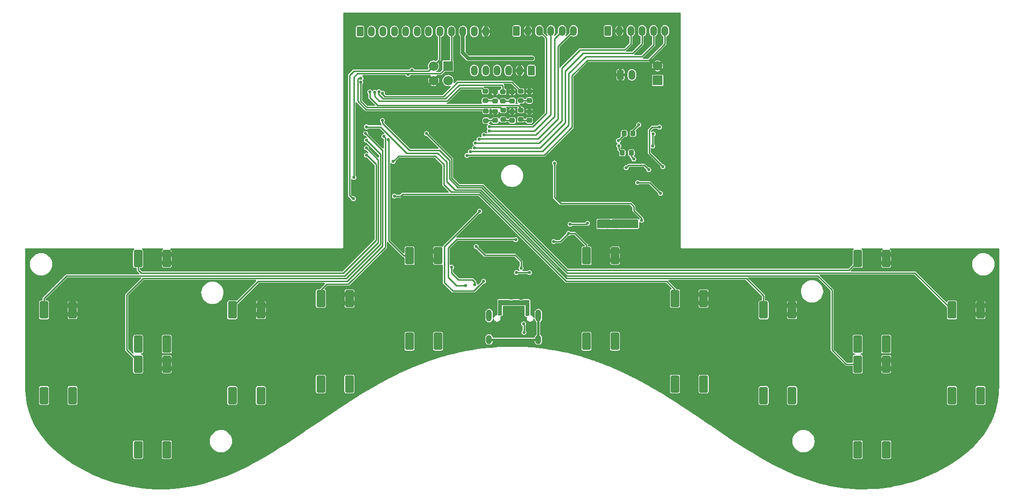
<source format=gbr>
%TF.GenerationSoftware,KiCad,Pcbnew,9.0.2-9.0.2-0~ubuntu24.04.1*%
%TF.CreationDate,2025-07-19T23:36:09+02:00*%
%TF.ProjectId,Pilot6Axis_v2,50696c6f-7436-4417-9869-735f76322e6b,rev?*%
%TF.SameCoordinates,Original*%
%TF.FileFunction,Copper,L2,Bot*%
%TF.FilePolarity,Positive*%
%FSLAX46Y46*%
G04 Gerber Fmt 4.6, Leading zero omitted, Abs format (unit mm)*
G04 Created by KiCad (PCBNEW 9.0.2-9.0.2-0~ubuntu24.04.1) date 2025-07-19 23:36:09*
%MOMM*%
%LPD*%
G01*
G04 APERTURE LIST*
G04 Aperture macros list*
%AMRoundRect*
0 Rectangle with rounded corners*
0 $1 Rounding radius*
0 $2 $3 $4 $5 $6 $7 $8 $9 X,Y pos of 4 corners*
0 Add a 4 corners polygon primitive as box body*
4,1,4,$2,$3,$4,$5,$6,$7,$8,$9,$2,$3,0*
0 Add four circle primitives for the rounded corners*
1,1,$1+$1,$2,$3*
1,1,$1+$1,$4,$5*
1,1,$1+$1,$6,$7*
1,1,$1+$1,$8,$9*
0 Add four rect primitives between the rounded corners*
20,1,$1+$1,$2,$3,$4,$5,0*
20,1,$1+$1,$4,$5,$6,$7,0*
20,1,$1+$1,$6,$7,$8,$9,0*
20,1,$1+$1,$8,$9,$2,$3,0*%
G04 Aperture macros list end*
%TA.AperFunction,SMDPad,CuDef*%
%ADD10RoundRect,0.220000X-0.255000X0.220000X-0.255000X-0.220000X0.255000X-0.220000X0.255000X0.220000X0*%
%TD*%
%TA.AperFunction,SMDPad,CuDef*%
%ADD11RoundRect,0.200000X-0.275000X0.200000X-0.275000X-0.200000X0.275000X-0.200000X0.275000X0.200000X0*%
%TD*%
%TA.AperFunction,ComponentPad*%
%ADD12RoundRect,0.250000X-0.350000X-0.625000X0.350000X-0.625000X0.350000X0.625000X-0.350000X0.625000X0*%
%TD*%
%TA.AperFunction,ComponentPad*%
%ADD13O,1.200000X1.750000*%
%TD*%
%TA.AperFunction,HeatsinkPad*%
%ADD14O,1.000000X2.100000*%
%TD*%
%TA.AperFunction,HeatsinkPad*%
%ADD15O,1.000000X1.600000*%
%TD*%
%TA.AperFunction,ComponentPad*%
%ADD16RoundRect,0.250000X0.350000X0.625000X-0.350000X0.625000X-0.350000X-0.625000X0.350000X-0.625000X0*%
%TD*%
%TA.AperFunction,ComponentPad*%
%ADD17R,1.700000X1.700000*%
%TD*%
%TA.AperFunction,ComponentPad*%
%ADD18C,1.700000*%
%TD*%
%TA.AperFunction,HeatsinkPad*%
%ADD19C,0.600000*%
%TD*%
%TA.AperFunction,SMDPad,CuDef*%
%ADD20RoundRect,0.225000X0.225000X0.250000X-0.225000X0.250000X-0.225000X-0.250000X0.225000X-0.250000X0*%
%TD*%
%TA.AperFunction,SMDPad,CuDef*%
%ADD21RoundRect,0.225000X-0.525000X1.275000X-0.525000X-1.275000X0.525000X-1.275000X0.525000X1.275000X0*%
%TD*%
%TA.AperFunction,SMDPad,CuDef*%
%ADD22RoundRect,0.225000X-0.225000X-0.250000X0.225000X-0.250000X0.225000X0.250000X-0.225000X0.250000X0*%
%TD*%
%TA.AperFunction,ViaPad*%
%ADD23C,0.550000*%
%TD*%
%TA.AperFunction,Conductor*%
%ADD24C,0.250000*%
%TD*%
%TA.AperFunction,Conductor*%
%ADD25C,0.254000*%
%TD*%
%TA.AperFunction,Conductor*%
%ADD26C,0.400000*%
%TD*%
%TA.AperFunction,Conductor*%
%ADD27C,0.650000*%
%TD*%
G04 APERTURE END LIST*
D10*
%TO.P,D5,2*%
%TO.N,Net-(D5-Pad2)*%
X156061200Y-81430800D03*
%TO.P,D5,1*%
%TO.N,GND*%
X156061200Y-79850800D03*
%TD*%
%TO.P,D3,2*%
%TO.N,Net-(D3-Pad2)*%
X150081200Y-81430800D03*
%TO.P,D3,1*%
%TO.N,GND*%
X150081200Y-79850800D03*
%TD*%
%TO.P,D4,2*%
%TO.N,Net-(D4-Pad2)*%
X153061200Y-81430800D03*
%TO.P,D4,1*%
%TO.N,GND*%
X153061200Y-79850800D03*
%TD*%
%TO.P,D6,2*%
%TO.N,Net-(D6-Pad2)*%
X150061200Y-78020800D03*
%TO.P,D6,1*%
%TO.N,GND*%
X150061200Y-76440800D03*
%TD*%
%TO.P,D7,2*%
%TO.N,Net-(D7-Pad2)*%
X153061200Y-78020800D03*
%TO.P,D7,1*%
%TO.N,GND*%
X153061200Y-76440800D03*
%TD*%
%TO.P,D8,2*%
%TO.N,Net-(D8-Pad2)*%
X156061200Y-77920800D03*
%TO.P,D8,1*%
%TO.N,GND*%
X156061200Y-76340800D03*
%TD*%
D11*
%TO.P,R14,2*%
%TO.N,Net-(D4-Pad2)*%
X151461200Y-81260800D03*
%TO.P,R14,1*%
%TO.N,/GPIO/LED2*%
X151461200Y-79620800D03*
%TD*%
%TO.P,R13,2*%
%TO.N,Net-(D3-Pad2)*%
X148481200Y-81460800D03*
%TO.P,R13,1*%
%TO.N,/GPIO/LED1*%
X148481200Y-79820800D03*
%TD*%
%TO.P,R28,2*%
%TO.N,Net-(D5-Pad2)*%
X154541200Y-81260800D03*
%TO.P,R28,1*%
%TO.N,/GPIO/LED3*%
X154541200Y-79620800D03*
%TD*%
%TO.P,R30,2*%
%TO.N,Net-(D6-Pad2)*%
X148331200Y-77950800D03*
%TO.P,R30,1*%
%TO.N,/GPIO/LED4*%
X148331200Y-76310800D03*
%TD*%
%TO.P,R31,2*%
%TO.N,Net-(D7-Pad2)*%
X151421200Y-78050800D03*
%TO.P,R31,1*%
%TO.N,/GPIO/LED5*%
X151421200Y-76410800D03*
%TD*%
%TO.P,R32,2*%
%TO.N,Net-(D8-Pad2)*%
X154561200Y-77950800D03*
%TO.P,R32,1*%
%TO.N,/GPIO/LED6*%
X154561200Y-76310800D03*
%TD*%
D12*
%TO.P,J9,1,Pin_1*%
%TO.N,+3.3V*%
X169811200Y-65730800D03*
D13*
%TO.P,J9,2,Pin_2*%
%TO.N,GND*%
X171811200Y-65730800D03*
%TO.P,J9,3,Pin_3*%
%TO.N,/MCU/JOYSTICK1_BTN*%
X173811200Y-65730800D03*
%TO.P,J9,4,Pin_4*%
%TO.N,/MCU/JOYSTICK1_Z*%
X175811200Y-65730800D03*
%TO.P,J9,5,Pin_5*%
%TO.N,/MCU/JOYSTICK1_Y*%
X177811200Y-65730800D03*
%TO.P,J9,6,Pin_6*%
%TO.N,/MCU/JOYSTICK1_X*%
X179811200Y-65730800D03*
%TD*%
D14*
%TO.P,J3,S1,SHIELD*%
%TO.N,Net-(J3-SHIELD)*%
X148991200Y-115625800D03*
D15*
X148991200Y-119805800D03*
D14*
X157631200Y-115625800D03*
D15*
X157631200Y-119805800D03*
%TD*%
D12*
%TO.P,J8,1,Pin_1*%
%TO.N,/GPIO/EXBTN7*%
X126411200Y-65830800D03*
D13*
%TO.P,J8,2,Pin_2*%
%TO.N,/GPIO/EXBTN6*%
X128411200Y-65830800D03*
%TO.P,J8,3,Pin_3*%
%TO.N,/GPIO/EXBTN5*%
X130411200Y-65830800D03*
%TO.P,J8,4,Pin_4*%
%TO.N,/GPIO/EXBTN4*%
X132411200Y-65830800D03*
%TO.P,J8,5,Pin_5*%
%TO.N,/GPIO/EXBTN3*%
X134411200Y-65830800D03*
%TO.P,J8,6,Pin_6*%
%TO.N,/GPIO/EXBTN2*%
X136411200Y-65830800D03*
%TO.P,J8,7,Pin_7*%
%TO.N,/GPIO/EXBTN1*%
X138411200Y-65830800D03*
%TO.P,J8,8,Pin_8*%
%TO.N,/GPIO/SCL*%
X140411200Y-65830800D03*
%TO.P,J8,9,Pin_9*%
%TO.N,/GPIO/SDA*%
X142411200Y-65830800D03*
%TO.P,J8,10,Pin_10*%
%TO.N,+5V*%
X144411200Y-65830800D03*
%TO.P,J8,11,Pin_11*%
%TO.N,+3.3V*%
X146411200Y-65830800D03*
%TO.P,J8,12,Pin_12*%
%TO.N,GND*%
X148411200Y-65830800D03*
%TD*%
D16*
%TO.P,J4,1,Pin_1*%
%TO.N,+3.3V*%
X156411200Y-72680800D03*
D13*
%TO.P,J4,2,Pin_2*%
%TO.N,GND*%
X154411200Y-72680800D03*
%TO.P,J4,3,Pin_3*%
%TO.N,/MCU/MCLK*%
X152411200Y-72680800D03*
%TO.P,J4,4,Pin_4*%
%TO.N,/MCU/MISO*%
X150411200Y-72680800D03*
%TO.P,J4,5,Pin_5*%
%TO.N,/MCU/MOSI*%
X148411200Y-72680800D03*
%TO.P,J4,6,Pin_6*%
%TO.N,/MCU/CS*%
X146411200Y-72680800D03*
%TD*%
D17*
%TO.P,TH1,1*%
%TO.N,/PD/TS_1*%
X178511200Y-74405800D03*
D18*
%TO.P,TH1,2*%
%TO.N,GND*%
X178511200Y-71865800D03*
%TD*%
D19*
%TO.P,U4,39,GND*%
%TO.N,GND*%
X137911200Y-90830800D03*
X137911200Y-89430800D03*
X137211200Y-91530800D03*
X137211200Y-90130800D03*
X137211200Y-88730800D03*
X136511200Y-90830800D03*
X136511200Y-89430800D03*
X135811200Y-91530800D03*
X135811200Y-90130800D03*
X135811200Y-88730800D03*
X135111200Y-90830800D03*
X135111200Y-89430800D03*
%TD*%
D12*
%TO.P,J1,1*%
%TO.N,GND*%
X172011200Y-73430800D03*
D13*
%TO.P,J1,2*%
%TO.N,/BAT+*%
X174011200Y-73430800D03*
%TD*%
D12*
%TO.P,J10,1,Pin_1*%
%TO.N,+3.3V*%
X153811200Y-65730800D03*
D13*
%TO.P,J10,2,Pin_2*%
%TO.N,GND*%
X155811200Y-65730800D03*
%TO.P,J10,3,Pin_3*%
%TO.N,/MCU/JOYSTICK2_BTN*%
X157811200Y-65730800D03*
%TO.P,J10,4,Pin_4*%
%TO.N,/MCU/JOYSTICK2_Z*%
X159811200Y-65730800D03*
%TO.P,J10,5,Pin_5*%
%TO.N,/MCU/JOYSTICK2_Y*%
X161811200Y-65730800D03*
%TO.P,J10,6,Pin_6*%
%TO.N,/MCU/JOYSTICK2_X*%
X163811200Y-65730800D03*
%TD*%
D17*
%TO.P,J6,1,Pin_1*%
%TO.N,/GPIO/SDA*%
X141831200Y-71900800D03*
D18*
%TO.P,J6,2,Pin_2*%
%TO.N,/GPIO/SCL*%
X139291200Y-71900800D03*
%TO.P,J6,3,Pin_3*%
%TO.N,+3.3V*%
X141831200Y-74440800D03*
%TO.P,J6,4,Pin_4*%
%TO.N,GND*%
X139291200Y-74440800D03*
%TD*%
D20*
%TO.P,C28,1*%
%TO.N,/PD/BTST2*%
X174218020Y-83702800D03*
%TO.P,C28,2*%
%TO.N,/PD/SW2*%
X172658020Y-83702800D03*
%TD*%
D21*
%TO.P,U7,1,no_a*%
%TO.N,/MCU/BTN4*%
X213561200Y-124130800D03*
%TO.P,U7,2,no_a*%
%TO.N,unconnected-(U7-no_a-Pad2)*%
X213561200Y-139130800D03*
%TO.P,U7,3,com_a*%
%TO.N,GND*%
X218561200Y-124130800D03*
%TO.P,U7,4,com_a*%
%TO.N,unconnected-(U7-com_a-Pad4)*%
X218561200Y-139130800D03*
%TD*%
%TO.P,U9,1,no_a*%
%TO.N,/MCU/BTN6*%
X87561200Y-124130800D03*
%TO.P,U9,2,no_a*%
%TO.N,unconnected-(U9-no_a-Pad2)*%
X87561200Y-139130800D03*
%TO.P,U9,3,com_a*%
%TO.N,GND*%
X92561200Y-124130800D03*
%TO.P,U9,4,com_a*%
%TO.N,unconnected-(U9-com_a-Pad4)*%
X92561200Y-139130800D03*
%TD*%
%TO.P,U18,1,no_a*%
%TO.N,/VPOWER_ENABLE_SW*%
X166061200Y-105130800D03*
%TO.P,U18,2,no_a*%
%TO.N,unconnected-(U18-no_a-Pad2)*%
X166061200Y-120130800D03*
%TO.P,U18,3,com_a*%
%TO.N,GND*%
X171061200Y-105130800D03*
%TO.P,U18,4,com_a*%
%TO.N,unconnected-(U18-com_a-Pad4)*%
X171061200Y-120130800D03*
%TD*%
%TO.P,U6,1,no_a*%
%TO.N,/MCU/BTN2*%
X230061200Y-114630800D03*
%TO.P,U6,2,no_a*%
%TO.N,unconnected-(U6-no_a-Pad2)*%
X230061200Y-129630800D03*
%TO.P,U6,3,com_a*%
%TO.N,GND*%
X235061200Y-114630800D03*
%TO.P,U6,4,com_a*%
%TO.N,unconnected-(U6-com_a-Pad4)*%
X235061200Y-129630800D03*
%TD*%
D22*
%TO.P,C27,1*%
%TO.N,/PD/SW1*%
X172358020Y-87102800D03*
%TO.P,C27,2*%
%TO.N,/PD/BTST1*%
X173918020Y-87102800D03*
%TD*%
D21*
%TO.P,U10,1,no_a*%
%TO.N,/MCU/BTN8*%
X87561200Y-105630800D03*
%TO.P,U10,2,no_a*%
%TO.N,unconnected-(U10-no_a-Pad2)*%
X87561200Y-120630800D03*
%TO.P,U10,3,com_a*%
%TO.N,GND*%
X92561200Y-105630800D03*
%TO.P,U10,4,com_a*%
%TO.N,unconnected-(U10-com_a-Pad4)*%
X92561200Y-120630800D03*
%TD*%
%TO.P,U11,1,no_a*%
%TO.N,/MCU/BTN9*%
X197061200Y-114630800D03*
%TO.P,U11,2,no_a*%
%TO.N,unconnected-(U11-no_a-Pad2)*%
X197061200Y-129630800D03*
%TO.P,U11,3,com_a*%
%TO.N,GND*%
X202061200Y-114630800D03*
%TO.P,U11,4,com_a*%
%TO.N,unconnected-(U11-com_a-Pad4)*%
X202061200Y-129630800D03*
%TD*%
%TO.P,U8,1,no_a*%
%TO.N,/MCU/BTN5*%
X104061200Y-114630800D03*
%TO.P,U8,2,no_a*%
%TO.N,unconnected-(U8-no_a-Pad2)*%
X104061200Y-129630800D03*
%TO.P,U8,3,com_a*%
%TO.N,GND*%
X109061200Y-114630800D03*
%TO.P,U8,4,com_a*%
%TO.N,unconnected-(U8-com_a-Pad4)*%
X109061200Y-129630800D03*
%TD*%
%TO.P,U15,1,no_a*%
%TO.N,/GPIO/BTN10*%
X119561200Y-112630800D03*
%TO.P,U15,2,no_a*%
%TO.N,unconnected-(U15-no_a-Pad2)*%
X119561200Y-127630800D03*
%TO.P,U15,3,com_a*%
%TO.N,GND*%
X124561200Y-112630800D03*
%TO.P,U15,4,com_a*%
%TO.N,unconnected-(U15-com_a-Pad4)*%
X124561200Y-127630800D03*
%TD*%
%TO.P,U13,1,no_a*%
%TO.N,/MCU/BTN7*%
X71061200Y-114630800D03*
%TO.P,U13,2,no_a*%
%TO.N,unconnected-(U13-no_a-Pad2)*%
X71061200Y-129630800D03*
%TO.P,U13,3,com_a*%
%TO.N,GND*%
X76061200Y-114630800D03*
%TO.P,U13,4,com_a*%
%TO.N,unconnected-(U13-com_a-Pad4)*%
X76061200Y-129630800D03*
%TD*%
%TO.P,U16,1,no_a*%
%TO.N,/GPIO/BTN11*%
X135061200Y-105130800D03*
%TO.P,U16,2,no_a*%
%TO.N,unconnected-(U16-no_a-Pad2)*%
X135061200Y-120130800D03*
%TO.P,U16,3,com_a*%
%TO.N,GND*%
X140061200Y-105130800D03*
%TO.P,U16,4,com_a*%
%TO.N,unconnected-(U16-com_a-Pad4)*%
X140061200Y-120130800D03*
%TD*%
%TO.P,U5,1,no_a*%
%TO.N,/MCU/BTN1*%
X213561200Y-105630800D03*
%TO.P,U5,2,no_a*%
%TO.N,unconnected-(U5-no_a-Pad2)*%
X213561200Y-120630800D03*
%TO.P,U5,3,com_a*%
%TO.N,GND*%
X218561200Y-105630800D03*
%TO.P,U5,4,com_a*%
%TO.N,unconnected-(U5-com_a-Pad4)*%
X218561200Y-120630800D03*
%TD*%
%TO.P,U12,1,no_a*%
%TO.N,/MCU/BTN3*%
X181561200Y-112630800D03*
%TO.P,U12,2,no_a*%
%TO.N,unconnected-(U12-no_a-Pad2)*%
X181561200Y-127630800D03*
%TO.P,U12,3,com_a*%
%TO.N,GND*%
X186561200Y-112630800D03*
%TO.P,U12,4,com_a*%
%TO.N,unconnected-(U12-com_a-Pad4)*%
X186561200Y-127630800D03*
%TD*%
D23*
%TO.N,GND*%
X237458777Y-128861277D03*
X237458777Y-126321277D03*
X237458777Y-123781277D03*
X237458777Y-121241277D03*
X237458777Y-118701277D03*
X237458777Y-116161277D03*
X237458777Y-113621277D03*
X237458777Y-111081277D03*
X237458777Y-108541277D03*
X234918777Y-136481277D03*
X234918777Y-133941277D03*
X234918777Y-126321277D03*
X234918777Y-123781277D03*
X234918777Y-121241277D03*
X234918777Y-118701277D03*
X234918777Y-111081277D03*
X232378777Y-139021277D03*
X232378777Y-136481277D03*
X232378777Y-133941277D03*
X232378777Y-131401277D03*
X232378777Y-128861277D03*
X232378777Y-126321277D03*
X232378777Y-123781277D03*
X232378777Y-121241277D03*
X232378777Y-118701277D03*
X232378777Y-116161277D03*
X232378777Y-113621277D03*
X232378777Y-111081277D03*
X232378777Y-108541277D03*
X232378777Y-106001277D03*
X229838777Y-139021277D03*
X229838777Y-136481277D03*
X229838777Y-133941277D03*
X229838777Y-126321277D03*
X229838777Y-123781277D03*
X229838777Y-121241277D03*
X229838777Y-118701277D03*
X229838777Y-111081277D03*
X229838777Y-108541277D03*
X229838777Y-106001277D03*
X227298777Y-141561277D03*
X227298777Y-139021277D03*
X227298777Y-136481277D03*
X227298777Y-133941277D03*
X227298777Y-131401277D03*
X227298777Y-128861277D03*
X227298777Y-126321277D03*
X227298777Y-123781277D03*
X227298777Y-121241277D03*
X227298777Y-118701277D03*
X227298777Y-116161277D03*
X227298777Y-113621277D03*
X227298777Y-108541277D03*
X227298777Y-106001277D03*
X224758777Y-141561277D03*
X224758777Y-139021277D03*
X224758777Y-136481277D03*
X224758777Y-133941277D03*
X224758777Y-131401277D03*
X224758777Y-128861277D03*
X224758777Y-126321277D03*
X224758777Y-123781277D03*
X224758777Y-121241277D03*
X224758777Y-118701277D03*
X224758777Y-116161277D03*
X224758777Y-113621277D03*
X224758777Y-111081277D03*
X224758777Y-106001277D03*
X222218777Y-144101277D03*
X222218777Y-141561277D03*
X222218777Y-139021277D03*
X222218777Y-136481277D03*
X222218777Y-133941277D03*
X222218777Y-131401277D03*
X222218777Y-128861277D03*
X222218777Y-126321277D03*
X222218777Y-123781277D03*
X222218777Y-121241277D03*
X222218777Y-118701277D03*
X222218777Y-116161277D03*
X222218777Y-113621277D03*
X222218777Y-111081277D03*
X222218777Y-106001277D03*
X219678777Y-144101277D03*
X219678777Y-141561277D03*
X219678777Y-136481277D03*
X219678777Y-133941277D03*
X219678777Y-131401277D03*
X219678777Y-128861277D03*
X219678777Y-126321277D03*
X219678777Y-118701277D03*
X219678777Y-116161277D03*
X219678777Y-113621277D03*
X219678777Y-111081277D03*
X217138777Y-144101277D03*
X217138777Y-141561277D03*
X217138777Y-139021277D03*
X217138777Y-136481277D03*
X217138777Y-133941277D03*
X217138777Y-131401277D03*
X217138777Y-128861277D03*
X217138777Y-126321277D03*
X217138777Y-123781277D03*
X217138777Y-121241277D03*
X217138777Y-118701277D03*
X217138777Y-116161277D03*
X217138777Y-113621277D03*
X217138777Y-111081277D03*
X217138777Y-106001277D03*
X214598777Y-144101277D03*
X214598777Y-141561277D03*
X214598777Y-136481277D03*
X214598777Y-133941277D03*
X214598777Y-131401277D03*
X214598777Y-128861277D03*
X214598777Y-126321277D03*
X214598777Y-118701277D03*
X214598777Y-116161277D03*
X214598777Y-113621277D03*
X214598777Y-111081277D03*
X212058777Y-144101277D03*
X212058777Y-141561277D03*
X212058777Y-139021277D03*
X212058777Y-136481277D03*
X212058777Y-133941277D03*
X212058777Y-131401277D03*
X212058777Y-128861277D03*
X212058777Y-126321277D03*
X212058777Y-121241277D03*
X212058777Y-118701277D03*
X212058777Y-116161277D03*
X212058777Y-113621277D03*
X212058777Y-111081277D03*
X212058777Y-106001277D03*
X209518777Y-144101277D03*
X209518777Y-141561277D03*
X209518777Y-139021277D03*
X209518777Y-136481277D03*
X209518777Y-133941277D03*
X209518777Y-131401277D03*
X209518777Y-128861277D03*
X209518777Y-126321277D03*
X209518777Y-123781277D03*
X209518777Y-106001277D03*
X206978777Y-144101277D03*
X206978777Y-141561277D03*
X206978777Y-139021277D03*
X206978777Y-136481277D03*
X206978777Y-133941277D03*
X206978777Y-131401277D03*
X206978777Y-128861277D03*
X206978777Y-126321277D03*
X206978777Y-123781277D03*
X206978777Y-121241277D03*
X206978777Y-118701277D03*
X206978777Y-116161277D03*
X206978777Y-113621277D03*
X206978777Y-106001277D03*
X204438777Y-141561277D03*
X204438777Y-133941277D03*
X204438777Y-131401277D03*
X204438777Y-128861277D03*
X204438777Y-126321277D03*
X204438777Y-123781277D03*
X204438777Y-121241277D03*
X204438777Y-118701277D03*
X204438777Y-116161277D03*
X204438777Y-113621277D03*
X204438777Y-106001277D03*
X201898777Y-141561277D03*
X201898777Y-139021277D03*
X201898777Y-133941277D03*
X201898777Y-126321277D03*
X201898777Y-123781277D03*
X201898777Y-121241277D03*
X201898777Y-118701277D03*
X201898777Y-111081277D03*
X201898777Y-106001277D03*
X199358777Y-139021277D03*
X199358777Y-136481277D03*
X199358777Y-133941277D03*
X199358777Y-131401277D03*
X199358777Y-128861277D03*
X199358777Y-126321277D03*
X199358777Y-123781277D03*
X199358777Y-121241277D03*
X199358777Y-118701277D03*
X199358777Y-116161277D03*
X199358777Y-113621277D03*
X199358777Y-111081277D03*
X199358777Y-106001277D03*
X196818777Y-139021277D03*
X196818777Y-136481277D03*
X196818777Y-133941277D03*
X196818777Y-126321277D03*
X196818777Y-123781277D03*
X196818777Y-121241277D03*
X196818777Y-118701277D03*
X196818777Y-106001277D03*
X194278777Y-136481277D03*
X194278777Y-133941277D03*
X194278777Y-131401277D03*
X194278777Y-128861277D03*
X194278777Y-126321277D03*
X194278777Y-123781277D03*
X194278777Y-121241277D03*
X194278777Y-118701277D03*
X194278777Y-116161277D03*
X194278777Y-113621277D03*
X194278777Y-111081277D03*
X194278777Y-106001277D03*
X191738777Y-136481277D03*
X191738777Y-133941277D03*
X191738777Y-131401277D03*
X191738777Y-128861277D03*
X191738777Y-126321277D03*
X191738777Y-123781277D03*
X191738777Y-121241277D03*
X191738777Y-118701277D03*
X191738777Y-116161277D03*
X191738777Y-113621277D03*
X191738777Y-111081277D03*
X191738777Y-106001277D03*
X189198777Y-133941277D03*
X189198777Y-131401277D03*
X189198777Y-128861277D03*
X189198777Y-126321277D03*
X189198777Y-123781277D03*
X189198777Y-121241277D03*
X189198777Y-118701277D03*
X189198777Y-116161277D03*
X189198777Y-113621277D03*
X189198777Y-111081277D03*
X189198777Y-106001277D03*
X186658777Y-131401277D03*
X186658777Y-123781277D03*
X186658777Y-121241277D03*
X186658777Y-118701277D03*
X186658777Y-116161277D03*
X186658777Y-106001277D03*
X184118777Y-131401277D03*
X184118777Y-128861277D03*
X184118777Y-126321277D03*
X184118777Y-123781277D03*
X184118777Y-121241277D03*
X184118777Y-118701277D03*
X184118777Y-116161277D03*
X184118777Y-113621277D03*
X184118777Y-111081277D03*
X184118777Y-106001277D03*
X181578777Y-123781277D03*
X181578777Y-121241277D03*
X181578777Y-118701277D03*
X181578777Y-116161277D03*
X181578777Y-106001277D03*
X179038777Y-126321277D03*
X179038777Y-123781277D03*
X179038777Y-121241277D03*
X179038777Y-118701277D03*
X179038777Y-116161277D03*
X179038777Y-113621277D03*
X179038777Y-111081277D03*
X179038777Y-106001277D03*
X176498777Y-126321277D03*
X176498777Y-123781277D03*
X176498777Y-121241277D03*
X176498777Y-118701277D03*
X176498777Y-116161277D03*
X176498777Y-113621277D03*
X176498777Y-111081277D03*
X176498777Y-106001277D03*
X173958777Y-123781277D03*
X173958777Y-121241277D03*
X173958777Y-118701277D03*
X173958777Y-116161277D03*
X173958777Y-113621277D03*
X171418777Y-123781277D03*
X171418777Y-116161277D03*
X171418777Y-113621277D03*
X168878777Y-121241277D03*
X168878777Y-118701277D03*
X168878777Y-116161277D03*
X168878777Y-113621277D03*
X166338777Y-116161277D03*
X166338777Y-113621277D03*
X163798777Y-121241277D03*
X163798777Y-118701277D03*
X163798777Y-116161277D03*
X163798777Y-113621277D03*
X161258777Y-121241277D03*
X161258777Y-118701277D03*
X161258777Y-116161277D03*
X161258777Y-113621277D03*
X158718777Y-118701277D03*
X153638777Y-118701277D03*
X151098777Y-118701277D03*
X148558777Y-113621277D03*
X146018777Y-118701277D03*
X146018777Y-116161277D03*
X146018777Y-113621277D03*
X143478777Y-121241277D03*
X143478777Y-118701277D03*
X143478777Y-116161277D03*
X143478777Y-113621277D03*
X140938777Y-116161277D03*
X140938777Y-113621277D03*
X138398777Y-121241277D03*
X138398777Y-118701277D03*
X138398777Y-116161277D03*
X138398777Y-113621277D03*
X135858777Y-123781277D03*
X135858777Y-116161277D03*
X135858777Y-113621277D03*
X133318777Y-123781277D03*
X133318777Y-121241277D03*
X133318777Y-118701277D03*
X133318777Y-116161277D03*
X133318777Y-113621277D03*
X130778777Y-126321277D03*
X130778777Y-123781277D03*
X130778777Y-121241277D03*
X130778777Y-118701277D03*
X130778777Y-116161277D03*
X130778777Y-113621277D03*
X128238777Y-126321277D03*
X128238777Y-123781277D03*
X128238777Y-121241277D03*
X128238777Y-118701277D03*
X128238777Y-116161277D03*
X128238777Y-113621277D03*
X125698777Y-123781277D03*
X125698777Y-121241277D03*
X125698777Y-118701277D03*
X125698777Y-116161277D03*
X123158777Y-128861277D03*
X123158777Y-126321277D03*
X123158777Y-123781277D03*
X123158777Y-121241277D03*
X123158777Y-118701277D03*
X123158777Y-116161277D03*
X123158777Y-113621277D03*
X120618777Y-131401277D03*
X120618777Y-123781277D03*
X120618777Y-121241277D03*
X120618777Y-118701277D03*
X120618777Y-116161277D03*
X120618777Y-106001277D03*
X118078777Y-133941277D03*
X118078777Y-131401277D03*
X118078777Y-128861277D03*
X118078777Y-126321277D03*
X118078777Y-123781277D03*
X118078777Y-121241277D03*
X118078777Y-118701277D03*
X118078777Y-116161277D03*
X118078777Y-113621277D03*
X118078777Y-111081277D03*
X118078777Y-106001277D03*
X115538777Y-133941277D03*
X115538777Y-131401277D03*
X115538777Y-128861277D03*
X115538777Y-126321277D03*
X115538777Y-123781277D03*
X115538777Y-121241277D03*
X115538777Y-118701277D03*
X115538777Y-116161277D03*
X115538777Y-113621277D03*
X115538777Y-111081277D03*
X115538777Y-106001277D03*
X112998777Y-136481277D03*
X112998777Y-133941277D03*
X112998777Y-131401277D03*
X112998777Y-128861277D03*
X112998777Y-126321277D03*
X112998777Y-123781277D03*
X112998777Y-121241277D03*
X112998777Y-118701277D03*
X112998777Y-116161277D03*
X112998777Y-113621277D03*
X112998777Y-111081277D03*
X112998777Y-106001277D03*
X110458777Y-139021277D03*
X110458777Y-136481277D03*
X110458777Y-133941277D03*
X110458777Y-131401277D03*
X110458777Y-128861277D03*
X110458777Y-126321277D03*
X110458777Y-123781277D03*
X110458777Y-121241277D03*
X110458777Y-118701277D03*
X110458777Y-116161277D03*
X110458777Y-113621277D03*
X110458777Y-111081277D03*
X110458777Y-106001277D03*
X107918777Y-139021277D03*
X107918777Y-136481277D03*
X107918777Y-133941277D03*
X107918777Y-131401277D03*
X107918777Y-126321277D03*
X107918777Y-123781277D03*
X107918777Y-121241277D03*
X107918777Y-118701277D03*
X107918777Y-106001277D03*
X105378777Y-141561277D03*
X105378777Y-139021277D03*
X105378777Y-136481277D03*
X105378777Y-133941277D03*
X105378777Y-131401277D03*
X105378777Y-128861277D03*
X105378777Y-126321277D03*
X105378777Y-123781277D03*
X105378777Y-121241277D03*
X105378777Y-118701277D03*
X105378777Y-116161277D03*
X105378777Y-111081277D03*
X105378777Y-106001277D03*
X102838777Y-141561277D03*
X102838777Y-133941277D03*
X102838777Y-131401277D03*
X102838777Y-128861277D03*
X102838777Y-126321277D03*
X102838777Y-123781277D03*
X102838777Y-121241277D03*
X102838777Y-118701277D03*
X102838777Y-116161277D03*
X102838777Y-113621277D03*
X102838777Y-106001277D03*
X100298777Y-141561277D03*
X100298777Y-133941277D03*
X100298777Y-131401277D03*
X100298777Y-128861277D03*
X100298777Y-126321277D03*
X100298777Y-123781277D03*
X100298777Y-121241277D03*
X100298777Y-118701277D03*
X100298777Y-116161277D03*
X100298777Y-106001277D03*
X97758777Y-144101277D03*
X97758777Y-141561277D03*
X97758777Y-139021277D03*
X97758777Y-136481277D03*
X97758777Y-133941277D03*
X97758777Y-131401277D03*
X97758777Y-128861277D03*
X97758777Y-126321277D03*
X97758777Y-123781277D03*
X97758777Y-121241277D03*
X97758777Y-118701277D03*
X97758777Y-116161277D03*
X97758777Y-113621277D03*
X97758777Y-111081277D03*
X97758777Y-106001277D03*
X95218777Y-144101277D03*
X95218777Y-141561277D03*
X95218777Y-139021277D03*
X95218777Y-136481277D03*
X95218777Y-133941277D03*
X95218777Y-131401277D03*
X95218777Y-128861277D03*
X95218777Y-126321277D03*
X95218777Y-123781277D03*
X95218777Y-121241277D03*
X95218777Y-118701277D03*
X95218777Y-116161277D03*
X95218777Y-113621277D03*
X95218777Y-111081277D03*
X95218777Y-106001277D03*
X92678777Y-144101277D03*
X92678777Y-141561277D03*
X92678777Y-136481277D03*
X92678777Y-133941277D03*
X92678777Y-131401277D03*
X92678777Y-128861277D03*
X92678777Y-126321277D03*
X92678777Y-118701277D03*
X92678777Y-116161277D03*
X92678777Y-113621277D03*
X92678777Y-111081277D03*
X90138777Y-144101277D03*
X90138777Y-141561277D03*
X90138777Y-139021277D03*
X90138777Y-136481277D03*
X90138777Y-133941277D03*
X90138777Y-131401277D03*
X90138777Y-128861277D03*
X90138777Y-126321277D03*
X90138777Y-123781277D03*
X90138777Y-121241277D03*
X90138777Y-118701277D03*
X90138777Y-116161277D03*
X90138777Y-113621277D03*
X90138777Y-111081277D03*
X90138777Y-106001277D03*
X87598777Y-144101277D03*
X87598777Y-141561277D03*
X87598777Y-136481277D03*
X87598777Y-133941277D03*
X87598777Y-131401277D03*
X87598777Y-128861277D03*
X87598777Y-126321277D03*
X87598777Y-118701277D03*
X87598777Y-116161277D03*
X87598777Y-113621277D03*
X87598777Y-111081277D03*
X85058777Y-144101277D03*
X85058777Y-141561277D03*
X85058777Y-139021277D03*
X85058777Y-136481277D03*
X85058777Y-133941277D03*
X85058777Y-131401277D03*
X85058777Y-128861277D03*
X85058777Y-126321277D03*
X85058777Y-123781277D03*
X85058777Y-111081277D03*
X85058777Y-106001277D03*
X82518777Y-141561277D03*
X82518777Y-139021277D03*
X82518777Y-136481277D03*
X82518777Y-133941277D03*
X82518777Y-131401277D03*
X82518777Y-128861277D03*
X82518777Y-126321277D03*
X82518777Y-123781277D03*
X82518777Y-121241277D03*
X82518777Y-118701277D03*
X82518777Y-116161277D03*
X82518777Y-113621277D03*
X82518777Y-111081277D03*
X82518777Y-106001277D03*
X79978777Y-141561277D03*
X79978777Y-139021277D03*
X79978777Y-136481277D03*
X79978777Y-133941277D03*
X79978777Y-131401277D03*
X79978777Y-128861277D03*
X79978777Y-126321277D03*
X79978777Y-123781277D03*
X79978777Y-121241277D03*
X79978777Y-118701277D03*
X79978777Y-116161277D03*
X79978777Y-113621277D03*
X79978777Y-111081277D03*
X79978777Y-106001277D03*
X77438777Y-141561277D03*
X77438777Y-139021277D03*
X77438777Y-136481277D03*
X77438777Y-133941277D03*
X77438777Y-131401277D03*
X77438777Y-128861277D03*
X77438777Y-126321277D03*
X77438777Y-123781277D03*
X77438777Y-121241277D03*
X77438777Y-118701277D03*
X77438777Y-116161277D03*
X77438777Y-113621277D03*
X77438777Y-111081277D03*
X77438777Y-106001277D03*
X74898777Y-139021277D03*
X74898777Y-136481277D03*
X74898777Y-133941277D03*
X74898777Y-131401277D03*
X74898777Y-128861277D03*
X74898777Y-126321277D03*
X74898777Y-123781277D03*
X74898777Y-121241277D03*
X74898777Y-118701277D03*
X74898777Y-116161277D03*
X74898777Y-113621277D03*
X74898777Y-111081277D03*
X74898777Y-106001277D03*
X72358777Y-136481277D03*
X72358777Y-133941277D03*
X72358777Y-131401277D03*
X72358777Y-128861277D03*
X72358777Y-126321277D03*
X72358777Y-123781277D03*
X72358777Y-121241277D03*
X72358777Y-118701277D03*
X72358777Y-116161277D03*
X72358777Y-113621277D03*
X72358777Y-108541277D03*
X69818777Y-133941277D03*
X69818777Y-131401277D03*
X69818777Y-128861277D03*
X69818777Y-126321277D03*
X69818777Y-123781277D03*
X69818777Y-121241277D03*
X69818777Y-118701277D03*
X69818777Y-116161277D03*
X69818777Y-113621277D03*
X69818777Y-111081277D03*
%TO.N,/USB/RTS*%
X153661200Y-102330800D03*
%TO.N,GND*%
X181561200Y-102630800D03*
X180561200Y-102630800D03*
X179561200Y-102630800D03*
X178561200Y-102630800D03*
X177561200Y-102630800D03*
X176561200Y-102630800D03*
X175561200Y-102630800D03*
X181961200Y-94330800D03*
X181161200Y-94330800D03*
X180261200Y-94330800D03*
X157961200Y-108840800D03*
X161261200Y-103330800D03*
%TO.N,/USB/DTR*%
X148061200Y-109630800D03*
X147361200Y-97330800D03*
%TO.N,GND*%
X144461200Y-103330800D03*
%TO.N,/USB/RTS*%
X144861200Y-110330800D03*
%TO.N,/MCU/JOYSTICK1_Y*%
X145731200Y-86870800D03*
%TO.N,/MCU/JOYSTICK2_X*%
X147251200Y-84740800D03*
%TO.N,GND*%
X140661200Y-81230800D03*
X161211200Y-100300800D03*
X164711200Y-95130800D03*
X162138020Y-89302800D03*
X163238020Y-85602800D03*
X175738020Y-96102800D03*
X130361200Y-71230800D03*
X149961200Y-113530800D03*
X131961200Y-76620800D03*
X175638020Y-84602800D03*
X163211200Y-96830800D03*
X155261200Y-96030800D03*
X148071200Y-98910800D03*
X179238020Y-86102800D03*
X165138020Y-89902800D03*
X169061200Y-76630800D03*
X171138020Y-97702800D03*
X171238020Y-100702800D03*
X174938020Y-97002800D03*
X149091200Y-107360800D03*
X169698020Y-92482800D03*
X147081200Y-113620800D03*
X180038020Y-87302800D03*
X176060903Y-76794409D03*
X174938020Y-95202800D03*
X144591200Y-105670800D03*
X131761200Y-72030800D03*
X163238020Y-84702800D03*
X155571200Y-105710800D03*
X125061200Y-97730800D03*
X175638020Y-85402800D03*
X156961200Y-113530800D03*
X169061200Y-75630800D03*
X174838020Y-85402800D03*
X162538020Y-95102800D03*
X133261200Y-76530800D03*
X174838020Y-89902800D03*
X165138020Y-92502800D03*
X153061200Y-105630800D03*
X163219299Y-88523598D03*
X169818020Y-94492800D03*
X129041200Y-71230800D03*
X175738020Y-96102800D03*
X162138020Y-91602800D03*
X171028020Y-93522800D03*
X169738020Y-100702800D03*
X128961200Y-72130800D03*
X162138020Y-90802800D03*
X163238020Y-86602800D03*
X146961200Y-105670800D03*
X150561200Y-104060800D03*
X169062284Y-78629212D03*
X168988020Y-94512800D03*
X127561200Y-77230800D03*
X175938020Y-91502800D03*
X174038020Y-84602800D03*
X168838020Y-92482800D03*
X168028020Y-92462800D03*
X174838020Y-84602800D03*
X174838020Y-86102800D03*
X176638020Y-97002800D03*
X174038020Y-85402800D03*
X154632384Y-112603171D03*
X146961200Y-108060800D03*
X169061200Y-77630800D03*
X152876233Y-112566989D03*
X160961200Y-98770800D03*
X142691200Y-97700800D03*
X174838020Y-90602800D03*
X174008020Y-86132800D03*
X144561200Y-108040800D03*
X169061200Y-79630800D03*
X174838020Y-91402800D03*
X131781200Y-71220800D03*
X176538020Y-95202800D03*
X175638020Y-86102800D03*
X170338020Y-98402800D03*
X130361200Y-72030800D03*
X153811200Y-110370800D03*
X176061200Y-74630800D03*
X162141030Y-90039626D03*
X176061200Y-75630800D03*
X163238020Y-87602800D03*
%TO.N,+5V*%
X175738020Y-98902800D03*
X160438020Y-88902800D03*
X156561200Y-70530800D03*
%TO.N,/MCU/JOYSTICK1_Z*%
X146451200Y-86270800D03*
%TO.N,/MCU/JOYSTICK1_X*%
X145111200Y-87570800D03*
%TO.N,/MCU/JOYSTICK2_BTN*%
X149021200Y-82530800D03*
%TO.N,/MCU/RXD*%
X146511203Y-110230800D03*
X142461200Y-107130800D03*
%TO.N,/MCU/JOYSTICK1_BTN*%
X146571200Y-85400800D03*
%TO.N,/MCU/JOYSTICK2_Y*%
X148081200Y-83980800D03*
%TO.N,/MCU/JOYSTICK2_Z*%
X149031200Y-83290800D03*
%TO.N,Net-(U3-~{RST})*%
X146761200Y-103540800D03*
X154591200Y-107280800D03*
%TO.N,/MCU/BTN5*%
X127406200Y-83725800D03*
%TO.N,/MCU/BTN3*%
X132411200Y-94680800D03*
%TO.N,/MCU/BTN6*%
X127506200Y-84890800D03*
%TO.N,/MCU/BTN9*%
X132221200Y-88590800D03*
%TO.N,/MCU/BTN8*%
X127506200Y-87535800D03*
%TO.N,/MCU/BTN1*%
X138061200Y-83725800D03*
%TO.N,/MCU/BTN2*%
X130311200Y-81430800D03*
%TO.N,/MCU/BTN7*%
X127506200Y-86265800D03*
%TO.N,/MCU/BTN4*%
X127541200Y-82550800D03*
%TO.N,/PD/VCC_OUT*%
X163211200Y-99630800D03*
X166261200Y-99480800D03*
%TO.N,/PD/VBUS*%
X169038020Y-100002800D03*
X153811200Y-108070800D03*
X155772400Y-113901600D03*
X156072400Y-108101600D03*
X150972400Y-114001600D03*
X168238020Y-100002800D03*
X174028020Y-99862800D03*
X174058020Y-99142800D03*
X168238020Y-99202800D03*
X150972400Y-113301600D03*
X169138020Y-99202800D03*
X174768020Y-99892800D03*
X174758020Y-99122800D03*
X155772400Y-113201600D03*
%TO.N,/PD/LDO_3V3*%
X179038020Y-94222800D03*
X175018020Y-92302800D03*
%TO.N,/PD/CC2*%
X155121200Y-118560800D03*
X155061200Y-117090400D03*
%TO.N,/PD/BTST1*%
X174338020Y-88202800D03*
%TO.N,/PD/SW1*%
X171738020Y-85877800D03*
%TO.N,/PD/SW2*%
X171638020Y-84977800D03*
%TO.N,/PD/BTST2*%
X175238020Y-82202800D03*
%TO.N,/PD/STAT_1*%
X173038020Y-89702800D03*
X176964580Y-90077800D03*
%TO.N,/PD/ILIM_HIZ*%
X179438020Y-89502800D03*
X178838020Y-82602800D03*
%TO.N,/PD/TS_1*%
X177638020Y-85902800D03*
X177738020Y-83802800D03*
%TO.N,/GPIO/BTN11*%
X131361200Y-84830800D03*
%TO.N,/GPIO/SCL*%
X125241200Y-95160800D03*
X135511200Y-72630800D03*
%TO.N,/GPIO/SDA*%
X125321200Y-91390800D03*
X134811200Y-73330800D03*
%TO.N,/GPIO/BTN10*%
X130561200Y-84230800D03*
%TO.N,/VPOWER_ENABLE_SW*%
X160311200Y-102630800D03*
%TO.N,/GPIO/LED6*%
X130361200Y-76630800D03*
%TO.N,/GPIO/LED2*%
X126531200Y-74750800D03*
%TO.N,/GPIO/LED5*%
X129697121Y-76409434D03*
%TO.N,/GPIO/LED1*%
X126561200Y-74030800D03*
%TO.N,/GPIO/LED4*%
X129002253Y-76494066D03*
%TO.N,/GPIO/LED3*%
X128121200Y-76430800D03*
%TO.N,/VPOWER_ENABLE_SW*%
X162911200Y-101230800D03*
%TD*%
D24*
%TO.N,/VPOWER_ENABLE_SW*%
X162911200Y-101230800D02*
X164036200Y-101230800D01*
X164036200Y-101230800D02*
X166061200Y-103255800D01*
X166061200Y-103255800D02*
X166061200Y-105130800D01*
%TO.N,/MCU/BTN3*%
X132411200Y-94680800D02*
X133511200Y-94680800D01*
X133511200Y-94680800D02*
X133861200Y-94330800D01*
X133861200Y-94330800D02*
X147223798Y-94330800D01*
X147223798Y-94330800D02*
X162523798Y-109630800D01*
X162523798Y-109630800D02*
X180104015Y-109630800D01*
X180104015Y-109630800D02*
X181561200Y-111087985D01*
X181561200Y-111087985D02*
X181561200Y-112630800D01*
D25*
%TO.N,/MCU/BTN9*%
X132221200Y-88590800D02*
X133171200Y-87640800D01*
X139561200Y-87630800D02*
X141061200Y-89130800D01*
X141061200Y-89130800D02*
X141061200Y-92630800D01*
X133171200Y-87640800D02*
X133841200Y-87640800D01*
X142381200Y-93950800D02*
X147381200Y-93950800D01*
X133841200Y-87640800D02*
X133851200Y-87630800D01*
X133851200Y-87630800D02*
X139561200Y-87630800D01*
X141061200Y-92630800D02*
X142381200Y-93950800D01*
X147381200Y-93950800D02*
X162561200Y-109130800D01*
X162561200Y-109130800D02*
X194061200Y-109130800D01*
X194061200Y-109130800D02*
X197061200Y-112130800D01*
X197061200Y-112130800D02*
X197061200Y-114630800D01*
%TO.N,/MCU/BTN1*%
X138061200Y-83725800D02*
X142461200Y-88125800D01*
X142461200Y-88125800D02*
X142461200Y-91530800D01*
X142461200Y-91530800D02*
X143735200Y-92804800D01*
X143735200Y-92804800D02*
X147855890Y-92804800D01*
X147855890Y-92804800D02*
X162681890Y-107630800D01*
X162681890Y-107630800D02*
X212061200Y-107630800D01*
X212061200Y-107630800D02*
X213561200Y-106130800D01*
X213561200Y-106130800D02*
X213561200Y-105630800D01*
%TO.N,/MCU/BTN4*%
X127541200Y-82550800D02*
X129981200Y-82550800D01*
X141561200Y-92130800D02*
X142999200Y-93568800D01*
X129981200Y-82550800D02*
X134561200Y-87130800D01*
X134561200Y-87130800D02*
X140020970Y-87130800D01*
X140020970Y-87130800D02*
X141561200Y-88671030D01*
X206561200Y-108630800D02*
X209061200Y-111130800D01*
X141561200Y-88671030D02*
X141561200Y-92130800D01*
X142999200Y-93568800D02*
X147539430Y-93568800D01*
X209061200Y-111130800D02*
X209061200Y-121630800D01*
X147539430Y-93568800D02*
X162601430Y-108630800D01*
X162601430Y-108630800D02*
X206561200Y-108630800D01*
X209061200Y-121630800D02*
X211561200Y-124130800D01*
X211561200Y-124130800D02*
X213561200Y-124130800D01*
D24*
%TO.N,/USB/DTR*%
X141161200Y-109830800D02*
X142661200Y-111330800D01*
X147361200Y-97330800D02*
X141161200Y-103530800D01*
X141161200Y-103530800D02*
X141161200Y-109830800D01*
X142661200Y-111330800D02*
X146361200Y-111330800D01*
X146361200Y-111330800D02*
X148061200Y-109630800D01*
%TO.N,/USB/RTS*%
X153661200Y-102330800D02*
X153561200Y-102230800D01*
X153561200Y-102230800D02*
X143361200Y-102230800D01*
X143361200Y-102230800D02*
X141861200Y-103730800D01*
X141861200Y-103730800D02*
X141861200Y-108930800D01*
X141861200Y-108930800D02*
X143261200Y-110330800D01*
X143261200Y-110330800D02*
X144861200Y-110330800D01*
%TO.N,/MCU/RXD*%
X142461200Y-107130800D02*
X142461200Y-108180800D01*
X142461200Y-108180800D02*
X143611200Y-109330800D01*
X143611200Y-109330800D02*
X146111200Y-109330800D01*
X146111200Y-109330800D02*
X146511203Y-109730803D01*
X146511203Y-109730803D02*
X146511203Y-110230800D01*
%TO.N,/GPIO/LED4*%
X129002253Y-76494066D02*
X128941200Y-76555119D01*
X128941200Y-77210800D02*
X129761200Y-78030800D01*
X147751200Y-75730800D02*
X148331200Y-76310800D01*
X128941200Y-76555119D02*
X128941200Y-77210800D01*
X143961200Y-75730800D02*
X147751200Y-75730800D01*
X129761200Y-78030800D02*
X141661200Y-78030800D01*
X141661200Y-78030800D02*
X143961200Y-75730800D01*
%TO.N,/GPIO/LED6*%
X130361200Y-76630800D02*
X130361200Y-76800800D01*
X130361200Y-76800800D02*
X130791200Y-77230800D01*
X130791200Y-77230800D02*
X140961200Y-77230800D01*
X140961200Y-77230800D02*
X143461200Y-74730800D01*
X143461200Y-74730800D02*
X152981200Y-74730800D01*
X152981200Y-74730800D02*
X154561200Y-76310800D01*
%TO.N,/GPIO/LED5*%
X129697121Y-76409434D02*
X129639995Y-76466560D01*
X151261200Y-75230800D02*
X151421200Y-75390800D01*
X129639995Y-76466560D02*
X129639995Y-76858827D01*
X129639995Y-76858827D02*
X130411968Y-77630800D01*
X130411968Y-77630800D02*
X141361200Y-77630800D01*
X151421200Y-75390800D02*
X151421200Y-76410800D01*
X141361200Y-77630800D02*
X143761200Y-75230800D01*
X143761200Y-75230800D02*
X151261200Y-75230800D01*
%TO.N,/GPIO/LED2*%
X126531200Y-74750800D02*
X126531200Y-78066228D01*
X126531200Y-78066228D02*
X127622772Y-79157800D01*
X127622772Y-79157800D02*
X150998200Y-79157800D01*
X150998200Y-79157800D02*
X151461200Y-79620800D01*
%TO.N,/GPIO/LED1*%
X148481200Y-79820800D02*
X148196200Y-79535800D01*
X148196200Y-79535800D02*
X127466200Y-79535800D01*
X125980200Y-74211800D02*
X126161200Y-74030800D01*
X127466200Y-79535800D02*
X125980200Y-78049800D01*
X126161200Y-74030800D02*
X126561200Y-74030800D01*
X125980200Y-78049800D02*
X125980200Y-74211800D01*
%TO.N,Net-(D3-Pad2)*%
X150081200Y-81430800D02*
X148511200Y-81430800D01*
X148511200Y-81430800D02*
X148481200Y-81460800D01*
%TO.N,Net-(D4-Pad2)*%
X153061200Y-81430800D02*
X151631200Y-81430800D01*
X151631200Y-81430800D02*
X151461200Y-81260800D01*
%TO.N,Net-(D5-Pad2)*%
X156061200Y-81430800D02*
X154711200Y-81430800D01*
X154711200Y-81430800D02*
X154541200Y-81260800D01*
%TO.N,Net-(D8-Pad2)*%
X154561200Y-77950800D02*
X156031200Y-77950800D01*
X156031200Y-77950800D02*
X156061200Y-77920800D01*
%TO.N,Net-(D7-Pad2)*%
X151421200Y-78050800D02*
X153031200Y-78050800D01*
X153031200Y-78050800D02*
X153061200Y-78020800D01*
%TO.N,Net-(D6-Pad2)*%
X148331200Y-77950800D02*
X149991200Y-77950800D01*
X149991200Y-77950800D02*
X150061200Y-78020800D01*
%TO.N,/MCU/JOYSTICK2_BTN*%
X149021200Y-82530800D02*
X156661200Y-82530800D01*
X156661200Y-82530800D02*
X159061200Y-80130800D01*
X159061200Y-80130800D02*
X159061200Y-66980800D01*
X159061200Y-66980800D02*
X157911200Y-65830800D01*
%TO.N,/MCU/JOYSTICK2_Z*%
X149031200Y-83290800D02*
X156901200Y-83290800D01*
X156901200Y-83290800D02*
X159811200Y-80380800D01*
X159811200Y-80380800D02*
X159811200Y-65730800D01*
%TO.N,/MCU/JOYSTICK2_Y*%
X148081200Y-83980800D02*
X157211200Y-83980800D01*
X157211200Y-83980800D02*
X160461200Y-80730800D01*
X160461200Y-80730800D02*
X160461200Y-67080800D01*
X160461200Y-67080800D02*
X161811200Y-65730800D01*
%TO.N,/MCU/JOYSTICK2_X*%
X147251200Y-84740800D02*
X147381200Y-84610800D01*
X147381200Y-84610800D02*
X157581200Y-84610800D01*
X157581200Y-84610800D02*
X161061200Y-81130800D01*
X161061200Y-81130800D02*
X161061200Y-68480800D01*
X161061200Y-68480800D02*
X163811200Y-65730800D01*
%TO.N,/MCU/JOYSTICK1_BTN*%
X146571200Y-85400800D02*
X157791200Y-85400800D01*
X161739200Y-81452800D02*
X161739200Y-72252800D01*
X157791200Y-85400800D02*
X161739200Y-81452800D01*
X161739200Y-72252800D02*
X164951200Y-69040800D01*
X164951200Y-69040800D02*
X172781200Y-69040800D01*
X172781200Y-69040800D02*
X173811200Y-68010800D01*
X173811200Y-68010800D02*
X173811200Y-65730800D01*
D25*
%TO.N,/MCU/JOYSTICK1_Z*%
X146451200Y-86270800D02*
X146491200Y-86230800D01*
X146491200Y-86230800D02*
X157961200Y-86230800D01*
X162361200Y-72730800D02*
X165461200Y-69630800D01*
X157961200Y-86230800D02*
X162361200Y-81830800D01*
X162361200Y-81830800D02*
X162361200Y-72730800D01*
X175811200Y-68020800D02*
X175811200Y-65730800D01*
X165461200Y-69630800D02*
X174201200Y-69630800D01*
X174201200Y-69630800D02*
X175811200Y-68020800D01*
D24*
%TO.N,/MCU/JOYSTICK1_Y*%
X145731200Y-86870800D02*
X145771200Y-86830800D01*
X177811200Y-68210800D02*
X177811200Y-65730800D01*
X145771200Y-86830800D02*
X158361200Y-86830800D01*
X158361200Y-86830800D02*
X162961200Y-82230800D01*
X162961200Y-82230800D02*
X162961200Y-73230800D01*
X162961200Y-73230800D02*
X165991200Y-70200800D01*
X165991200Y-70200800D02*
X175821200Y-70200800D01*
X175821200Y-70200800D02*
X177811200Y-68210800D01*
%TO.N,/MCU/JOYSTICK1_X*%
X145111200Y-87570800D02*
X145161200Y-87570800D01*
X145161200Y-87570800D02*
X145261200Y-87470800D01*
X145261200Y-87470800D02*
X158721200Y-87470800D01*
X158721200Y-87470800D02*
X163561200Y-82630800D01*
X163561200Y-82630800D02*
X163561200Y-73530800D01*
X163561200Y-73530800D02*
X166221200Y-70870800D01*
X166221200Y-70870800D02*
X176951200Y-70870800D01*
X176951200Y-70870800D02*
X179811200Y-68010800D01*
X179811200Y-68010800D02*
X179811200Y-65730800D01*
D25*
%TO.N,/MCU/BTN2*%
X130311200Y-81430800D02*
X130311200Y-81880800D01*
X143576970Y-93186800D02*
X147697660Y-93186800D01*
X130311200Y-81880800D02*
X135061200Y-86630800D01*
X135061200Y-86630800D02*
X140311200Y-86630800D01*
X140311200Y-86630800D02*
X142079199Y-88398799D01*
X142079199Y-88398799D02*
X142079199Y-91689029D01*
X142079199Y-91689029D02*
X143576970Y-93186800D01*
X147697660Y-93186800D02*
X162641660Y-108130800D01*
X162641660Y-108130800D02*
X223561200Y-108130800D01*
X223561200Y-108130800D02*
X230061200Y-114630800D01*
D24*
%TO.N,/GPIO/SCL*%
X125241200Y-95160800D02*
X125191200Y-95160800D01*
X124561200Y-73530800D02*
X125361200Y-72730800D01*
X125361200Y-72730800D02*
X138371200Y-72730800D01*
X125191200Y-95160800D02*
X124561200Y-94530800D01*
X139201200Y-71900800D02*
X139291200Y-71900800D01*
X124561200Y-94530800D02*
X124561200Y-73530800D01*
X138371200Y-72730800D02*
X139201200Y-71900800D01*
D25*
%TO.N,/GPIO/SDA*%
X125321200Y-91390800D02*
X125321200Y-73870800D01*
X125321200Y-73870800D02*
X125961200Y-73230800D01*
X141761200Y-71880800D02*
X142411200Y-71230800D01*
X125961200Y-73230800D02*
X140501200Y-73230800D01*
X140501200Y-73230800D02*
X141761200Y-71970800D01*
X141761200Y-71970800D02*
X141761200Y-71880800D01*
X142411200Y-71230800D02*
X142411200Y-65830800D01*
D26*
%TO.N,Net-(J3-SHIELD)*%
X157631200Y-119805800D02*
X157631200Y-115625800D01*
X148991200Y-119805800D02*
X157631200Y-119805800D01*
D25*
%TO.N,/MCU/BTN7*%
X127506200Y-86265800D02*
X129593200Y-88352800D01*
X129593200Y-88352800D02*
X129593200Y-102798800D01*
X129593200Y-102798800D02*
X123761200Y-108630800D01*
X123761200Y-108630800D02*
X75061200Y-108630800D01*
X75061200Y-108630800D02*
X71061200Y-112630800D01*
X71061200Y-112630800D02*
X71061200Y-114130800D01*
%TO.N,/MCU/BTN6*%
X127506200Y-84890800D02*
X129975200Y-87359800D01*
X123961200Y-109130800D02*
X88383063Y-109130800D01*
X129975200Y-87359800D02*
X129975200Y-103116800D01*
X129975200Y-103116800D02*
X123961200Y-109130800D01*
X88383063Y-109130800D02*
X85561200Y-111952663D01*
X85561200Y-111952663D02*
X85561200Y-121630800D01*
X85561200Y-121630800D02*
X87561200Y-123630800D01*
%TO.N,/MCU/BTN8*%
X127506200Y-87535800D02*
X127616200Y-87535800D01*
X127616200Y-87535800D02*
X129211200Y-89130800D01*
X123461200Y-108130800D02*
X88061200Y-108130800D01*
X129211200Y-89130800D02*
X129211200Y-102380800D01*
X129211200Y-102380800D02*
X123461200Y-108130800D01*
X88061200Y-108130800D02*
X87561200Y-107630800D01*
X87561200Y-107630800D02*
X87561200Y-105130800D01*
%TO.N,/MCU/BTN5*%
X127406200Y-83725800D02*
X130357200Y-86676800D01*
X130357200Y-86676800D02*
X130357200Y-103434800D01*
X130357200Y-103434800D02*
X124161200Y-109630800D01*
X124161200Y-109630800D02*
X108561200Y-109630800D01*
X108561200Y-109630800D02*
X104061200Y-114130800D01*
D24*
%TO.N,/GPIO/BTN10*%
X130561200Y-84230800D02*
X130861200Y-84530800D01*
X130861200Y-84530800D02*
X130861200Y-84551568D01*
X130861200Y-84551568D02*
X130810200Y-84602568D01*
X130810200Y-84602568D02*
X130810200Y-103681800D01*
X130810200Y-103681800D02*
X124361200Y-110130800D01*
X124361200Y-110130800D02*
X120561200Y-110130800D01*
X120561200Y-110130800D02*
X119561200Y-111130800D01*
X119561200Y-111130800D02*
X119561200Y-112130800D01*
%TO.N,GND*%
X161211200Y-100300800D02*
X160391200Y-100300800D01*
X160391200Y-100300800D02*
X159760200Y-100931800D01*
X159760200Y-100931800D02*
X159760200Y-102929800D01*
X159760200Y-102929800D02*
X160161200Y-103330800D01*
X160161200Y-103330800D02*
X161261200Y-103330800D01*
%TO.N,/GPIO/BTN11*%
X131361200Y-84830800D02*
X131461200Y-84930800D01*
X131461200Y-84930800D02*
X131461200Y-102530800D01*
X131461200Y-102530800D02*
X134061200Y-105130800D01*
X134061200Y-105130800D02*
X135061200Y-105130800D01*
D27*
%TO.N,+5V*%
X144411200Y-69580800D02*
X144411200Y-65830800D01*
D24*
X174387020Y-97231032D02*
X174387020Y-96551800D01*
X175738020Y-98902800D02*
X175738020Y-98582032D01*
X161538020Y-96002800D02*
X160438020Y-94902800D01*
D27*
X145361200Y-70530800D02*
X144411200Y-69580800D01*
D24*
X174387020Y-96551800D02*
X173838020Y-96002800D01*
D27*
X156561200Y-70530800D02*
X145361200Y-70530800D01*
D24*
X175738020Y-98582032D02*
X174387020Y-97231032D01*
X173838020Y-96002800D02*
X161538020Y-96002800D01*
X160438020Y-94902800D02*
X160438020Y-88902800D01*
%TO.N,Net-(U3-~{RST})*%
X153561200Y-105050800D02*
X154591200Y-106080800D01*
X148271200Y-105050800D02*
X153561200Y-105050800D01*
X154591200Y-106080800D02*
X154591200Y-107280800D01*
X146761200Y-103540800D02*
X148271200Y-105050800D01*
%TO.N,/PD/VCC_OUT*%
X166111200Y-99630800D02*
X166261200Y-99480800D01*
X163211200Y-99630800D02*
X166111200Y-99630800D01*
D25*
%TO.N,/PD/VBUS*%
X153811200Y-108070800D02*
X156041600Y-108070800D01*
X156041600Y-108070800D02*
X156072400Y-108101600D01*
D24*
%TO.N,/PD/LDO_3V3*%
X177118020Y-92302800D02*
X179038020Y-94222800D01*
X175018020Y-92302800D02*
X177118020Y-92302800D01*
%TO.N,/PD/CC2*%
X155061200Y-117090400D02*
X155121200Y-117150400D01*
X155121200Y-117150400D02*
X155121200Y-118560800D01*
%TO.N,/PD/BTST1*%
X173918020Y-87782800D02*
X174338020Y-88202800D01*
X173918020Y-87102800D02*
X173918020Y-87782800D01*
%TO.N,/PD/SW1*%
X171738020Y-86482800D02*
X172358020Y-87102800D01*
X171738020Y-85877800D02*
X171738020Y-86482800D01*
%TO.N,/PD/SW2*%
X172658020Y-83702800D02*
X172658020Y-83957800D01*
X172658020Y-83957800D02*
X171638020Y-84977800D01*
%TO.N,/PD/BTST2*%
X174218020Y-83222800D02*
X175238020Y-82202800D01*
X174218020Y-83702800D02*
X174218020Y-83222800D01*
%TO.N,/PD/STAT_1*%
X176189580Y-89302800D02*
X176964580Y-90077800D01*
X173038020Y-89702800D02*
X173438020Y-89302800D01*
X173438020Y-89302800D02*
X176189580Y-89302800D01*
%TO.N,/PD/ILIM_HIZ*%
X178838020Y-82602800D02*
X177578020Y-82602800D01*
X177578020Y-82602800D02*
X177087020Y-83093800D01*
X177087020Y-83093800D02*
X177087020Y-87151800D01*
X177087020Y-87151800D02*
X179438020Y-89502800D01*
%TO.N,/PD/TS_1*%
X177638020Y-83902800D02*
X177738020Y-83802800D01*
X177638020Y-85902800D02*
X177638020Y-83902800D01*
%TO.N,/GPIO/SCL*%
X139291200Y-71900800D02*
X139291200Y-71810800D01*
X140311200Y-70790800D02*
X140311200Y-65930800D01*
X139291200Y-71810800D02*
X140311200Y-70790800D01*
X140311200Y-65930800D02*
X140411200Y-65830800D01*
%TO.N,/VPOWER_ENABLE_SW*%
X161511200Y-102630800D02*
X160311200Y-102630800D01*
X162911200Y-101230800D02*
X161511200Y-102630800D01*
%TO.N,/GPIO/LED3*%
X128121200Y-76430800D02*
X128121200Y-77390800D01*
X128121200Y-77390800D02*
X129510200Y-78779800D01*
X154541200Y-79210800D02*
X154541200Y-79620800D01*
X129510200Y-78779800D02*
X154110200Y-78779800D01*
X154110200Y-78779800D02*
X154541200Y-79210800D01*
%TD*%
%TA.AperFunction,Conductor*%
%TO.N,GND*%
G36*
X139471459Y-87904985D02*
G01*
X139492101Y-87921619D01*
X140770381Y-89199898D01*
X140803866Y-89261221D01*
X140806700Y-89287579D01*
X140806700Y-92681421D01*
X140806701Y-92681426D01*
X140845442Y-92774960D01*
X141937101Y-93866619D01*
X141970586Y-93927942D01*
X141965602Y-93997634D01*
X141923730Y-94053567D01*
X141858266Y-94077984D01*
X141849420Y-94078300D01*
X133810973Y-94078300D01*
X133718169Y-94116741D01*
X133718168Y-94116742D01*
X133442930Y-94391981D01*
X133381607Y-94425466D01*
X133355249Y-94428300D01*
X132811811Y-94428300D01*
X132744772Y-94408615D01*
X132724131Y-94391982D01*
X132672466Y-94340318D01*
X132672465Y-94340317D01*
X132672463Y-94340315D01*
X132575437Y-94284297D01*
X132467218Y-94255300D01*
X132355182Y-94255300D01*
X132246963Y-94284297D01*
X132246960Y-94284298D01*
X132149940Y-94340313D01*
X132149934Y-94340317D01*
X132070717Y-94419534D01*
X132070713Y-94419540D01*
X132014698Y-94516560D01*
X132014697Y-94516563D01*
X131985700Y-94624782D01*
X131985700Y-94736818D01*
X132014697Y-94845037D01*
X132070715Y-94942063D01*
X132149937Y-95021285D01*
X132246963Y-95077303D01*
X132355182Y-95106300D01*
X132355184Y-95106300D01*
X132467216Y-95106300D01*
X132467218Y-95106300D01*
X132575437Y-95077303D01*
X132672463Y-95021285D01*
X132698298Y-94995449D01*
X132724131Y-94969618D01*
X132785454Y-94936134D01*
X132811811Y-94933300D01*
X133561423Y-94933300D01*
X133561425Y-94933300D01*
X133654230Y-94894859D01*
X133929470Y-94619619D01*
X133990793Y-94586134D01*
X134017151Y-94583300D01*
X147067847Y-94583300D01*
X147134886Y-94602985D01*
X147155528Y-94619619D01*
X162309739Y-109773830D01*
X162380768Y-109844859D01*
X162473573Y-109883300D01*
X179948064Y-109883300D01*
X180015103Y-109902985D01*
X180035745Y-109919619D01*
X180942516Y-110826390D01*
X180976001Y-110887713D01*
X180971017Y-110957405D01*
X180929145Y-111013338D01*
X180909296Y-111025471D01*
X180828536Y-111064952D01*
X180745352Y-111148136D01*
X180693683Y-111253825D01*
X180691461Y-111269076D01*
X180683700Y-111322347D01*
X180683700Y-111322351D01*
X180683700Y-111322352D01*
X180683700Y-113939251D01*
X180685818Y-113953785D01*
X180693683Y-114007772D01*
X180693684Y-114007774D01*
X180745352Y-114113463D01*
X180828536Y-114196647D01*
X180934225Y-114248316D01*
X180934226Y-114248316D01*
X180934228Y-114248317D01*
X181002747Y-114258300D01*
X182119652Y-114258299D01*
X182188172Y-114248317D01*
X182293862Y-114196648D01*
X182377048Y-114113462D01*
X182428717Y-114007772D01*
X182438700Y-113939253D01*
X182438700Y-113753109D01*
X185711200Y-113753109D01*
X185711200Y-113943886D01*
X185717430Y-113991210D01*
X185717432Y-113991217D01*
X185765868Y-114095088D01*
X185846911Y-114176131D01*
X185950782Y-114224567D01*
X185950790Y-114224569D01*
X185998104Y-114230798D01*
X185998121Y-114230799D01*
X187124286Y-114230799D01*
X187171610Y-114224569D01*
X187171617Y-114224567D01*
X187275488Y-114176131D01*
X187356531Y-114095088D01*
X187404967Y-113991217D01*
X187404969Y-113991209D01*
X187411198Y-113943895D01*
X187411199Y-113943878D01*
X187411199Y-113740799D01*
X187391858Y-113732788D01*
X187390777Y-113733379D01*
X187321085Y-113728393D01*
X187276741Y-113699893D01*
X186561200Y-112984352D01*
X185845657Y-113699895D01*
X185832547Y-113707053D01*
X185822498Y-113718105D01*
X185790052Y-113731994D01*
X185711200Y-113753109D01*
X182438700Y-113753109D01*
X182438700Y-113127247D01*
X185711200Y-113127247D01*
X186207648Y-112630800D01*
X186207648Y-112630799D01*
X186914752Y-112630799D01*
X186914752Y-112630800D01*
X187411198Y-113127247D01*
X187411199Y-113127246D01*
X187411199Y-112134352D01*
X187411198Y-112134351D01*
X186914752Y-112630799D01*
X186207648Y-112630799D01*
X185711200Y-112134351D01*
X185711200Y-113127247D01*
X182438700Y-113127247D01*
X182438699Y-111322348D01*
X182438025Y-111317721D01*
X185711200Y-111317721D01*
X185711200Y-111520799D01*
X185730536Y-111528808D01*
X185731617Y-111528219D01*
X185801309Y-111533203D01*
X185845656Y-111561704D01*
X186561199Y-112277247D01*
X187276742Y-111561705D01*
X187338065Y-111528220D01*
X187385152Y-111531587D01*
X187411199Y-111520798D01*
X187411199Y-111317722D01*
X187404967Y-111270383D01*
X187404967Y-111270382D01*
X187356531Y-111166511D01*
X187275488Y-111085468D01*
X187171617Y-111037032D01*
X187171609Y-111037030D01*
X187124295Y-111030801D01*
X187124278Y-111030800D01*
X185998113Y-111030800D01*
X185950789Y-111037030D01*
X185950782Y-111037032D01*
X185846911Y-111085468D01*
X185765868Y-111166511D01*
X185717432Y-111270382D01*
X185717430Y-111270390D01*
X185711201Y-111317704D01*
X185711200Y-111317721D01*
X182438025Y-111317721D01*
X182428717Y-111253828D01*
X182377048Y-111148138D01*
X182377047Y-111148137D01*
X182377047Y-111148136D01*
X182293863Y-111064952D01*
X182188174Y-111013283D01*
X182168595Y-111010430D01*
X182119653Y-111003300D01*
X182119648Y-111003300D01*
X181880524Y-111003300D01*
X181813485Y-110983615D01*
X181777426Y-110948197D01*
X181775260Y-110944956D01*
X180427285Y-109596981D01*
X180393800Y-109535658D01*
X180398784Y-109465966D01*
X180440656Y-109410033D01*
X180506120Y-109385616D01*
X180514966Y-109385300D01*
X193904420Y-109385300D01*
X193971459Y-109404985D01*
X193992101Y-109421619D01*
X196770381Y-112199899D01*
X196803866Y-112261222D01*
X196806700Y-112287580D01*
X196806700Y-112879300D01*
X196787015Y-112946339D01*
X196734211Y-112992094D01*
X196682701Y-113003300D01*
X196502748Y-113003300D01*
X196458906Y-113009687D01*
X196434228Y-113013283D01*
X196434226Y-113013283D01*
X196434225Y-113013284D01*
X196328536Y-113064952D01*
X196245352Y-113148136D01*
X196193683Y-113253825D01*
X196193357Y-113256065D01*
X196183700Y-113322347D01*
X196183700Y-113322351D01*
X196183700Y-113322352D01*
X196183700Y-115939251D01*
X196184377Y-115943895D01*
X196193683Y-116007772D01*
X196193684Y-116007774D01*
X196245352Y-116113463D01*
X196328536Y-116196647D01*
X196434225Y-116248316D01*
X196434226Y-116248316D01*
X196434228Y-116248317D01*
X196502747Y-116258300D01*
X197619652Y-116258299D01*
X197688172Y-116248317D01*
X197793862Y-116196648D01*
X197877048Y-116113462D01*
X197928717Y-116007772D01*
X197938700Y-115939253D01*
X197938700Y-115753109D01*
X201211200Y-115753109D01*
X201211200Y-115943886D01*
X201217430Y-115991210D01*
X201217432Y-115991217D01*
X201265868Y-116095088D01*
X201346911Y-116176131D01*
X201450782Y-116224567D01*
X201450790Y-116224569D01*
X201498104Y-116230798D01*
X201498121Y-116230799D01*
X202624286Y-116230799D01*
X202671610Y-116224569D01*
X202671617Y-116224567D01*
X202775488Y-116176131D01*
X202856531Y-116095088D01*
X202904967Y-115991217D01*
X202904969Y-115991209D01*
X202911198Y-115943895D01*
X202911199Y-115943878D01*
X202911199Y-115740799D01*
X202891858Y-115732788D01*
X202890777Y-115733379D01*
X202821085Y-115728393D01*
X202776741Y-115699893D01*
X202061200Y-114984352D01*
X201345657Y-115699895D01*
X201332547Y-115707053D01*
X201322498Y-115718105D01*
X201290052Y-115731994D01*
X201211200Y-115753109D01*
X197938700Y-115753109D01*
X197938700Y-115127247D01*
X201211200Y-115127247D01*
X201707648Y-114630800D01*
X201707648Y-114630799D01*
X202414752Y-114630799D01*
X202414752Y-114630800D01*
X202911198Y-115127247D01*
X202911199Y-115127246D01*
X202911199Y-114134352D01*
X202911198Y-114134351D01*
X202414752Y-114630799D01*
X201707648Y-114630799D01*
X201211200Y-114134351D01*
X201211200Y-115127247D01*
X197938700Y-115127247D01*
X197938699Y-113322348D01*
X197938025Y-113317721D01*
X201211200Y-113317721D01*
X201211200Y-113520799D01*
X201230536Y-113528808D01*
X201231617Y-113528219D01*
X201301309Y-113533203D01*
X201345656Y-113561704D01*
X202061199Y-114277247D01*
X202776742Y-113561705D01*
X202838065Y-113528220D01*
X202885152Y-113531587D01*
X202911199Y-113520798D01*
X202911199Y-113317722D01*
X202904967Y-113270383D01*
X202904967Y-113270382D01*
X202856531Y-113166511D01*
X202775488Y-113085468D01*
X202671617Y-113037032D01*
X202671609Y-113037030D01*
X202624295Y-113030801D01*
X202624278Y-113030800D01*
X201498113Y-113030800D01*
X201450789Y-113037030D01*
X201450782Y-113037032D01*
X201346911Y-113085468D01*
X201265868Y-113166511D01*
X201217432Y-113270382D01*
X201217430Y-113270390D01*
X201211201Y-113317704D01*
X201211200Y-113317721D01*
X197938025Y-113317721D01*
X197928717Y-113253828D01*
X197877048Y-113148138D01*
X197877047Y-113148137D01*
X197877047Y-113148136D01*
X197793863Y-113064952D01*
X197688174Y-113013283D01*
X197668595Y-113010430D01*
X197619653Y-113003300D01*
X197619648Y-113003300D01*
X197439700Y-113003300D01*
X197372661Y-112983615D01*
X197326906Y-112930811D01*
X197315700Y-112879300D01*
X197315700Y-112195865D01*
X197315701Y-112195856D01*
X197315701Y-112080178D01*
X197315701Y-112080177D01*
X197276955Y-111986637D01*
X196543267Y-111252949D01*
X203610700Y-111252949D01*
X203610700Y-111508650D01*
X203636657Y-111705807D01*
X203644074Y-111762140D01*
X203704227Y-111986635D01*
X203710250Y-112009112D01*
X203710253Y-112009122D01*
X203808094Y-112245331D01*
X203808099Y-112245342D01*
X203935934Y-112466757D01*
X203935945Y-112466773D01*
X204091588Y-112669611D01*
X204091594Y-112669618D01*
X204272381Y-112850405D01*
X204272388Y-112850411D01*
X204326516Y-112891945D01*
X204475235Y-113006061D01*
X204475242Y-113006065D01*
X204696657Y-113133900D01*
X204696662Y-113133902D01*
X204696665Y-113133904D01*
X204932887Y-113231750D01*
X205179860Y-113297926D01*
X205433357Y-113331300D01*
X205433364Y-113331300D01*
X205689036Y-113331300D01*
X205689043Y-113331300D01*
X205942540Y-113297926D01*
X206189513Y-113231750D01*
X206425735Y-113133904D01*
X206647165Y-113006061D01*
X206850013Y-112850410D01*
X207030810Y-112669613D01*
X207186461Y-112466765D01*
X207314304Y-112245335D01*
X207412150Y-112009113D01*
X207478326Y-111762140D01*
X207511700Y-111508643D01*
X207511700Y-111252957D01*
X207478326Y-110999460D01*
X207412150Y-110752487D01*
X207409934Y-110747138D01*
X207345699Y-110592059D01*
X207314304Y-110516265D01*
X207314302Y-110516262D01*
X207314300Y-110516257D01*
X207186465Y-110294842D01*
X207186461Y-110294835D01*
X207113115Y-110199249D01*
X207030811Y-110091988D01*
X207030805Y-110091981D01*
X206850018Y-109911194D01*
X206850011Y-109911188D01*
X206647173Y-109755545D01*
X206647171Y-109755543D01*
X206647165Y-109755539D01*
X206647160Y-109755536D01*
X206647157Y-109755534D01*
X206425742Y-109627699D01*
X206425731Y-109627694D01*
X206189522Y-109529853D01*
X206189515Y-109529851D01*
X206189513Y-109529850D01*
X205942540Y-109463674D01*
X205886207Y-109456257D01*
X205689050Y-109430300D01*
X205689043Y-109430300D01*
X205433357Y-109430300D01*
X205433349Y-109430300D01*
X205224560Y-109457789D01*
X205179860Y-109463674D01*
X204943721Y-109526947D01*
X204932887Y-109529850D01*
X204932877Y-109529853D01*
X204696668Y-109627694D01*
X204696657Y-109627699D01*
X204475242Y-109755534D01*
X204475226Y-109755545D01*
X204272388Y-109911188D01*
X204272381Y-109911194D01*
X204091594Y-110091981D01*
X204091588Y-110091988D01*
X203935945Y-110294826D01*
X203935934Y-110294842D01*
X203808099Y-110516257D01*
X203808094Y-110516268D01*
X203710253Y-110752477D01*
X203710250Y-110752487D01*
X203644074Y-110999460D01*
X203640650Y-111025471D01*
X203610700Y-111252949D01*
X196543267Y-111252949D01*
X194387299Y-109096981D01*
X194353814Y-109035658D01*
X194358798Y-108965966D01*
X194400670Y-108910033D01*
X194466134Y-108885616D01*
X194474980Y-108885300D01*
X206404420Y-108885300D01*
X206471459Y-108904985D01*
X206492101Y-108921619D01*
X208770381Y-111199899D01*
X208803866Y-111261222D01*
X208806700Y-111287580D01*
X208806700Y-121681421D01*
X208806701Y-121681426D01*
X208845442Y-121774960D01*
X208845445Y-121774963D01*
X211417037Y-124346555D01*
X211510577Y-124385301D01*
X211510578Y-124385301D01*
X211626257Y-124385301D01*
X211626265Y-124385300D01*
X212559701Y-124385300D01*
X212626740Y-124404985D01*
X212672495Y-124457789D01*
X212683701Y-124509300D01*
X212683701Y-125439252D01*
X212693683Y-125507772D01*
X212693684Y-125507774D01*
X212745352Y-125613463D01*
X212828536Y-125696647D01*
X212934225Y-125748316D01*
X212934226Y-125748316D01*
X212934228Y-125748317D01*
X213002747Y-125758300D01*
X214119652Y-125758299D01*
X214188172Y-125748317D01*
X214293862Y-125696648D01*
X214377048Y-125613462D01*
X214428717Y-125507772D01*
X214438700Y-125439253D01*
X214438700Y-125253109D01*
X217711200Y-125253109D01*
X217711200Y-125443886D01*
X217717430Y-125491210D01*
X217717432Y-125491217D01*
X217765868Y-125595088D01*
X217846911Y-125676131D01*
X217950782Y-125724567D01*
X217950790Y-125724569D01*
X217998104Y-125730798D01*
X217998121Y-125730799D01*
X219124286Y-125730799D01*
X219171610Y-125724569D01*
X219171617Y-125724567D01*
X219275488Y-125676131D01*
X219356531Y-125595088D01*
X219404967Y-125491217D01*
X219404969Y-125491209D01*
X219411198Y-125443895D01*
X219411199Y-125443878D01*
X219411199Y-125240799D01*
X219391858Y-125232788D01*
X219390777Y-125233379D01*
X219321085Y-125228393D01*
X219276741Y-125199893D01*
X218561200Y-124484352D01*
X217845657Y-125199895D01*
X217832547Y-125207053D01*
X217822498Y-125218105D01*
X217790052Y-125231994D01*
X217711200Y-125253109D01*
X214438700Y-125253109D01*
X214438700Y-124627247D01*
X217711200Y-124627247D01*
X218207648Y-124130800D01*
X218207648Y-124130799D01*
X218914752Y-124130799D01*
X218914752Y-124130800D01*
X219411198Y-124627247D01*
X219411199Y-124627246D01*
X219411199Y-123634352D01*
X219411198Y-123634351D01*
X218914752Y-124130799D01*
X218207648Y-124130799D01*
X217711200Y-123634351D01*
X217711200Y-124627247D01*
X214438700Y-124627247D01*
X214438699Y-122822348D01*
X214438025Y-122817721D01*
X217711200Y-122817721D01*
X217711200Y-123020799D01*
X217730536Y-123028808D01*
X217731617Y-123028219D01*
X217801309Y-123033203D01*
X217845656Y-123061704D01*
X218561199Y-123777247D01*
X219276742Y-123061705D01*
X219338065Y-123028220D01*
X219385152Y-123031587D01*
X219411199Y-123020798D01*
X219411199Y-122817722D01*
X219404967Y-122770383D01*
X219404967Y-122770382D01*
X219356531Y-122666511D01*
X219275488Y-122585468D01*
X219171617Y-122537032D01*
X219171609Y-122537030D01*
X219124295Y-122530801D01*
X219124278Y-122530800D01*
X217998113Y-122530800D01*
X217950789Y-122537030D01*
X217950782Y-122537032D01*
X217846911Y-122585468D01*
X217765868Y-122666511D01*
X217717432Y-122770382D01*
X217717430Y-122770390D01*
X217711201Y-122817704D01*
X217711200Y-122817721D01*
X214438025Y-122817721D01*
X214428717Y-122753828D01*
X214377048Y-122648138D01*
X214377047Y-122648137D01*
X214377047Y-122648136D01*
X214293863Y-122564952D01*
X214188171Y-122513282D01*
X214121052Y-122503503D01*
X214057551Y-122474359D01*
X214019887Y-122415509D01*
X214020019Y-122345640D01*
X214057904Y-122286933D01*
X214121051Y-122258095D01*
X214188172Y-122248317D01*
X214293862Y-122196648D01*
X214377048Y-122113462D01*
X214428717Y-122007772D01*
X214438700Y-121939253D01*
X214438699Y-119322348D01*
X214438699Y-119322347D01*
X217683700Y-119322347D01*
X217683700Y-119322351D01*
X217683700Y-119322352D01*
X217683700Y-121939251D01*
X217688711Y-121973640D01*
X217693683Y-122007772D01*
X217693684Y-122007774D01*
X217745352Y-122113463D01*
X217828536Y-122196647D01*
X217934225Y-122248316D01*
X217934226Y-122248316D01*
X217934228Y-122248317D01*
X218002747Y-122258300D01*
X219119652Y-122258299D01*
X219188172Y-122248317D01*
X219293862Y-122196648D01*
X219377048Y-122113462D01*
X219428717Y-122007772D01*
X219438700Y-121939253D01*
X219438699Y-119322348D01*
X219428717Y-119253828D01*
X219377048Y-119148138D01*
X219377047Y-119148137D01*
X219377047Y-119148136D01*
X219293863Y-119064952D01*
X219188174Y-119013283D01*
X219171042Y-119010787D01*
X219119653Y-119003300D01*
X219119647Y-119003300D01*
X218002748Y-119003300D01*
X217958906Y-119009687D01*
X217934228Y-119013283D01*
X217934226Y-119013283D01*
X217934225Y-119013284D01*
X217828536Y-119064952D01*
X217745352Y-119148136D01*
X217693683Y-119253825D01*
X217693683Y-119253828D01*
X217683700Y-119322347D01*
X214438699Y-119322347D01*
X214428717Y-119253828D01*
X214377048Y-119148138D01*
X214377047Y-119148137D01*
X214377047Y-119148136D01*
X214293863Y-119064952D01*
X214188174Y-119013283D01*
X214171042Y-119010787D01*
X214119653Y-119003300D01*
X214119647Y-119003300D01*
X213002748Y-119003300D01*
X212958906Y-119009687D01*
X212934228Y-119013283D01*
X212934226Y-119013283D01*
X212934225Y-119013284D01*
X212828536Y-119064952D01*
X212745352Y-119148136D01*
X212693683Y-119253825D01*
X212693683Y-119253828D01*
X212683700Y-119322347D01*
X212683700Y-119322351D01*
X212683700Y-119322352D01*
X212683700Y-121939251D01*
X212688711Y-121973640D01*
X212693683Y-122007772D01*
X212693684Y-122007774D01*
X212745352Y-122113463D01*
X212828536Y-122196647D01*
X212934225Y-122248316D01*
X212934226Y-122248316D01*
X212934228Y-122248317D01*
X213001348Y-122258096D01*
X213064847Y-122287239D01*
X213102511Y-122346088D01*
X213102380Y-122415958D01*
X213064496Y-122474665D01*
X213001346Y-122503505D01*
X212981080Y-122506457D01*
X212934228Y-122513283D01*
X212934226Y-122513283D01*
X212934225Y-122513284D01*
X212828536Y-122564952D01*
X212745352Y-122648136D01*
X212693683Y-122753825D01*
X212693683Y-122753828D01*
X212683700Y-122822347D01*
X212683700Y-122822352D01*
X212683700Y-123752300D01*
X212664015Y-123819339D01*
X212611211Y-123865094D01*
X212559700Y-123876300D01*
X211717980Y-123876300D01*
X211650941Y-123856615D01*
X211630299Y-123839981D01*
X209352019Y-121561701D01*
X209318534Y-121500378D01*
X209315700Y-121474020D01*
X209315700Y-111195865D01*
X209315701Y-111195856D01*
X209315701Y-111080178D01*
X209315701Y-111080177D01*
X209276955Y-110986637D01*
X206887299Y-108596981D01*
X206853814Y-108535658D01*
X206858798Y-108465966D01*
X206900670Y-108410033D01*
X206966134Y-108385616D01*
X206974980Y-108385300D01*
X223404420Y-108385300D01*
X223471459Y-108404985D01*
X223492101Y-108421619D01*
X229147381Y-114076898D01*
X229180866Y-114138221D01*
X229183700Y-114164579D01*
X229183700Y-115939251D01*
X229184377Y-115943895D01*
X229193683Y-116007772D01*
X229193684Y-116007774D01*
X229245352Y-116113463D01*
X229328536Y-116196647D01*
X229434225Y-116248316D01*
X229434226Y-116248316D01*
X229434228Y-116248317D01*
X229502747Y-116258300D01*
X230619652Y-116258299D01*
X230688172Y-116248317D01*
X230793862Y-116196648D01*
X230877048Y-116113462D01*
X230928717Y-116007772D01*
X230938700Y-115939253D01*
X230938700Y-115753109D01*
X234211200Y-115753109D01*
X234211200Y-115943886D01*
X234217430Y-115991210D01*
X234217432Y-115991217D01*
X234265868Y-116095088D01*
X234346911Y-116176131D01*
X234450782Y-116224567D01*
X234450790Y-116224569D01*
X234498104Y-116230798D01*
X234498121Y-116230799D01*
X235624286Y-116230799D01*
X235671610Y-116224569D01*
X235671617Y-116224567D01*
X235775488Y-116176131D01*
X235856531Y-116095088D01*
X235904967Y-115991217D01*
X235904969Y-115991209D01*
X235911198Y-115943895D01*
X235911199Y-115943878D01*
X235911199Y-115740799D01*
X235891858Y-115732788D01*
X235890777Y-115733379D01*
X235821085Y-115728393D01*
X235776741Y-115699893D01*
X235061200Y-114984352D01*
X234345657Y-115699895D01*
X234332547Y-115707053D01*
X234322498Y-115718105D01*
X234290052Y-115731994D01*
X234211200Y-115753109D01*
X230938700Y-115753109D01*
X230938700Y-115127247D01*
X234211200Y-115127247D01*
X234707648Y-114630800D01*
X234707648Y-114630799D01*
X235414752Y-114630799D01*
X235414752Y-114630800D01*
X235911198Y-115127247D01*
X235911199Y-115127246D01*
X235911199Y-114134352D01*
X235911198Y-114134351D01*
X235414752Y-114630799D01*
X234707648Y-114630799D01*
X234211200Y-114134351D01*
X234211200Y-115127247D01*
X230938700Y-115127247D01*
X230938699Y-113322348D01*
X230938025Y-113317721D01*
X234211200Y-113317721D01*
X234211200Y-113520799D01*
X234230536Y-113528808D01*
X234231617Y-113528219D01*
X234301309Y-113533203D01*
X234345656Y-113561704D01*
X235061199Y-114277247D01*
X235776742Y-113561705D01*
X235838065Y-113528220D01*
X235885152Y-113531587D01*
X235911199Y-113520798D01*
X235911199Y-113317722D01*
X235904967Y-113270383D01*
X235904967Y-113270382D01*
X235856531Y-113166511D01*
X235775488Y-113085468D01*
X235671617Y-113037032D01*
X235671609Y-113037030D01*
X235624295Y-113030801D01*
X235624278Y-113030800D01*
X234498113Y-113030800D01*
X234450789Y-113037030D01*
X234450782Y-113037032D01*
X234346911Y-113085468D01*
X234265868Y-113166511D01*
X234217432Y-113270382D01*
X234217430Y-113270390D01*
X234211201Y-113317704D01*
X234211200Y-113317721D01*
X230938025Y-113317721D01*
X230928717Y-113253828D01*
X230877048Y-113148138D01*
X230877047Y-113148137D01*
X230877047Y-113148136D01*
X230793863Y-113064952D01*
X230688174Y-113013283D01*
X230671042Y-113010787D01*
X230619653Y-113003300D01*
X230619647Y-113003300D01*
X229502748Y-113003300D01*
X229458906Y-113009687D01*
X229434228Y-113013283D01*
X229434226Y-113013283D01*
X229434225Y-113013284D01*
X229328536Y-113064952D01*
X229245353Y-113148135D01*
X229220858Y-113198240D01*
X229173729Y-113249821D01*
X229106195Y-113267735D01*
X229039697Y-113246293D01*
X229021777Y-113231459D01*
X223705360Y-107915042D01*
X223611826Y-107876301D01*
X223611824Y-107876300D01*
X223611823Y-107876300D01*
X223611821Y-107876300D01*
X212474980Y-107876300D01*
X212407941Y-107856615D01*
X212362186Y-107803811D01*
X212352242Y-107734653D01*
X212381267Y-107671097D01*
X212387299Y-107664619D01*
X212471741Y-107580177D01*
X212783890Y-107268026D01*
X212845211Y-107234543D01*
X212914902Y-107239527D01*
X212926029Y-107244308D01*
X212934228Y-107248317D01*
X213002747Y-107258300D01*
X214119652Y-107258299D01*
X214188172Y-107248317D01*
X214293862Y-107196648D01*
X214377048Y-107113462D01*
X214428717Y-107007772D01*
X214438700Y-106939253D01*
X214438700Y-106753109D01*
X217711200Y-106753109D01*
X217711200Y-106943886D01*
X217717430Y-106991210D01*
X217717432Y-106991217D01*
X217765868Y-107095088D01*
X217846911Y-107176131D01*
X217950782Y-107224567D01*
X217950790Y-107224569D01*
X217998104Y-107230798D01*
X217998121Y-107230799D01*
X219124286Y-107230799D01*
X219171610Y-107224569D01*
X219171617Y-107224567D01*
X219275488Y-107176131D01*
X219356531Y-107095088D01*
X219404967Y-106991217D01*
X219404969Y-106991209D01*
X219411198Y-106943895D01*
X219411199Y-106943878D01*
X219411199Y-106740799D01*
X219391858Y-106732788D01*
X219390777Y-106733379D01*
X219321085Y-106728393D01*
X219276741Y-106699893D01*
X219079797Y-106502949D01*
X233610700Y-106502949D01*
X233610700Y-106758650D01*
X233625300Y-106869540D01*
X233644074Y-107012140D01*
X233710032Y-107258299D01*
X233710250Y-107259112D01*
X233710253Y-107259122D01*
X233808094Y-107495331D01*
X233808099Y-107495342D01*
X233935934Y-107716757D01*
X233935945Y-107716773D01*
X234091588Y-107919611D01*
X234091594Y-107919618D01*
X234272381Y-108100405D01*
X234272388Y-108100411D01*
X234346939Y-108157616D01*
X234475235Y-108256061D01*
X234475242Y-108256065D01*
X234696657Y-108383900D01*
X234696662Y-108383902D01*
X234696665Y-108383904D01*
X234932887Y-108481750D01*
X235179860Y-108547926D01*
X235433357Y-108581300D01*
X235433364Y-108581300D01*
X235689036Y-108581300D01*
X235689043Y-108581300D01*
X235942540Y-108547926D01*
X236189513Y-108481750D01*
X236425735Y-108383904D01*
X236647165Y-108256061D01*
X236850013Y-108100410D01*
X237030810Y-107919613D01*
X237186461Y-107716765D01*
X237314304Y-107495335D01*
X237412150Y-107259113D01*
X237478326Y-107012140D01*
X237511700Y-106758643D01*
X237511700Y-106502957D01*
X237478326Y-106249460D01*
X237412150Y-106002487D01*
X237314304Y-105766265D01*
X237314302Y-105766262D01*
X237314300Y-105766257D01*
X237186465Y-105544842D01*
X237186461Y-105544835D01*
X237140051Y-105484352D01*
X237030811Y-105341988D01*
X237030805Y-105341981D01*
X236850018Y-105161194D01*
X236850011Y-105161188D01*
X236647173Y-105005545D01*
X236647171Y-105005543D01*
X236647165Y-105005539D01*
X236647160Y-105005536D01*
X236647157Y-105005534D01*
X236425742Y-104877699D01*
X236425731Y-104877694D01*
X236189522Y-104779853D01*
X236189515Y-104779851D01*
X236189513Y-104779850D01*
X235942540Y-104713674D01*
X235886207Y-104706257D01*
X235689050Y-104680300D01*
X235689043Y-104680300D01*
X235433357Y-104680300D01*
X235433349Y-104680300D01*
X235210478Y-104709643D01*
X235179860Y-104713674D01*
X234942602Y-104777247D01*
X234932887Y-104779850D01*
X234932877Y-104779853D01*
X234696668Y-104877694D01*
X234696657Y-104877699D01*
X234475242Y-105005534D01*
X234475226Y-105005545D01*
X234272388Y-105161188D01*
X234272381Y-105161194D01*
X234091594Y-105341981D01*
X234091588Y-105341988D01*
X233935945Y-105544826D01*
X233935934Y-105544842D01*
X233808099Y-105766257D01*
X233808094Y-105766268D01*
X233710253Y-106002477D01*
X233710250Y-106002487D01*
X233644074Y-106249460D01*
X233640365Y-106277626D01*
X233610700Y-106502949D01*
X219079797Y-106502949D01*
X218561200Y-105984352D01*
X217845657Y-106699895D01*
X217832547Y-106707053D01*
X217822498Y-106718105D01*
X217790052Y-106731994D01*
X217711200Y-106753109D01*
X214438700Y-106753109D01*
X214438700Y-106127247D01*
X217711200Y-106127247D01*
X218207648Y-105630800D01*
X218207648Y-105630799D01*
X218914752Y-105630799D01*
X218914752Y-105630800D01*
X219411198Y-106127247D01*
X219411199Y-106127246D01*
X219411199Y-105134352D01*
X219411198Y-105134351D01*
X218914752Y-105630799D01*
X218207648Y-105630799D01*
X217711200Y-105134351D01*
X217711200Y-106127247D01*
X214438700Y-106127247D01*
X214438699Y-104322348D01*
X214428717Y-104253828D01*
X214377048Y-104148138D01*
X214377047Y-104148137D01*
X214377047Y-104148136D01*
X214293863Y-104064952D01*
X214285501Y-104058982D01*
X214286878Y-104057052D01*
X214245857Y-104019574D01*
X214227942Y-103952040D01*
X214249382Y-103885541D01*
X214303371Y-103841190D01*
X214351899Y-103831300D01*
X217832650Y-103831300D01*
X217899689Y-103850985D01*
X217945444Y-103903789D01*
X217955388Y-103972947D01*
X217926363Y-104036503D01*
X217885054Y-104067682D01*
X217846912Y-104085467D01*
X217765868Y-104166511D01*
X217717432Y-104270382D01*
X217717430Y-104270390D01*
X217711201Y-104317704D01*
X217711200Y-104317721D01*
X217711200Y-104520799D01*
X217730536Y-104528808D01*
X217731617Y-104528219D01*
X217801309Y-104533203D01*
X217845656Y-104561704D01*
X218561199Y-105277247D01*
X219276742Y-104561705D01*
X219338065Y-104528220D01*
X219385152Y-104531587D01*
X219411199Y-104520798D01*
X219411199Y-104317722D01*
X219404967Y-104270383D01*
X219404967Y-104270382D01*
X219356531Y-104166511D01*
X219275487Y-104085467D01*
X219237346Y-104067682D01*
X219184906Y-104021510D01*
X219165754Y-103954317D01*
X219185970Y-103887435D01*
X219239135Y-103842101D01*
X219289750Y-103831300D01*
X233252563Y-103831300D01*
X238205455Y-103831300D01*
X238272494Y-103850985D01*
X238318249Y-103903789D01*
X238329455Y-103955300D01*
X238329455Y-127785505D01*
X238329447Y-127786942D01*
X238324486Y-128214931D01*
X238324417Y-128217854D01*
X238309514Y-128641440D01*
X238309374Y-128644405D01*
X238284966Y-129056865D01*
X238284752Y-129059868D01*
X238250503Y-129469658D01*
X238250211Y-129472698D01*
X238206965Y-129871520D01*
X238206593Y-129874592D01*
X238153639Y-130270474D01*
X238153184Y-130273578D01*
X238091700Y-130658804D01*
X238091160Y-130661932D01*
X238020094Y-131044057D01*
X238019465Y-131047210D01*
X237940282Y-131419069D01*
X237939563Y-131422241D01*
X237850929Y-131790759D01*
X237850118Y-131793944D01*
X237753729Y-132152613D01*
X237752824Y-132155808D01*
X237647092Y-132511010D01*
X237646093Y-132514210D01*
X237532883Y-132860052D01*
X237531787Y-132863251D01*
X237409333Y-133205476D01*
X237408141Y-133208668D01*
X237278455Y-133541939D01*
X237277166Y-133545119D01*
X237138327Y-133874625D01*
X237136943Y-133877788D01*
X236990970Y-134198933D01*
X236989489Y-134202073D01*
X236833692Y-134520831D01*
X236832717Y-134522782D01*
X236795350Y-134595943D01*
X236793585Y-134599273D01*
X236445968Y-135231666D01*
X236442677Y-135237297D01*
X236054122Y-135863700D01*
X236050641Y-135869005D01*
X235618228Y-136492483D01*
X235614593Y-136497455D01*
X235137282Y-137117492D01*
X235133527Y-137122134D01*
X234610326Y-137738007D01*
X234606481Y-137742325D01*
X234036588Y-138353023D01*
X234032679Y-138357027D01*
X233415447Y-138961333D01*
X233411495Y-138965036D01*
X232746671Y-139561366D01*
X232742694Y-139564784D01*
X232030299Y-140151372D01*
X232026309Y-140154523D01*
X231266994Y-140729183D01*
X231263000Y-140732083D01*
X230456720Y-141293251D01*
X230453651Y-141295319D01*
X230118590Y-141513874D01*
X229995918Y-141593891D01*
X229992830Y-141595841D01*
X229104869Y-142138451D01*
X229100838Y-142140811D01*
X228187024Y-142652987D01*
X228182935Y-142655179D01*
X227244146Y-143136109D01*
X227239999Y-143138137D01*
X226278436Y-143586368D01*
X226274234Y-143588233D01*
X225292360Y-144002351D01*
X225288104Y-144004054D01*
X224288414Y-144382798D01*
X224284103Y-144384341D01*
X223267885Y-144727013D01*
X223264618Y-144728064D01*
X222753980Y-144884651D01*
X222751784Y-144885303D01*
X222236754Y-145032885D01*
X222234545Y-145033495D01*
X221717380Y-145171400D01*
X221715157Y-145171971D01*
X221195703Y-145300239D01*
X221193467Y-145300769D01*
X220672866Y-145419128D01*
X220670616Y-145419618D01*
X220148100Y-145528251D01*
X220145837Y-145528700D01*
X219622955Y-145627298D01*
X219620678Y-145627705D01*
X219095474Y-145716629D01*
X219093984Y-145716872D01*
X218939689Y-145741068D01*
X218937043Y-145741454D01*
X217894023Y-145882043D01*
X217889438Y-145882574D01*
X216835519Y-145984863D01*
X216830950Y-145985221D01*
X215765793Y-146048986D01*
X215761244Y-146049175D01*
X214684445Y-146074022D01*
X214681881Y-146074055D01*
X214543804Y-146074386D01*
X214542379Y-146074381D01*
X213997572Y-146069424D01*
X213995311Y-146069383D01*
X213452391Y-146054539D01*
X213450127Y-146054456D01*
X212908975Y-146029762D01*
X212906710Y-146029638D01*
X212366528Y-145995073D01*
X212364261Y-145994907D01*
X211826080Y-145950554D01*
X211823814Y-145950346D01*
X211286798Y-145896149D01*
X211284534Y-145895900D01*
X210749580Y-145831964D01*
X210747318Y-145831672D01*
X210213760Y-145757926D01*
X210211502Y-145757593D01*
X209680104Y-145674152D01*
X209677851Y-145673777D01*
X209147993Y-145580547D01*
X209145747Y-145580130D01*
X208618385Y-145477288D01*
X208616145Y-145476830D01*
X208091414Y-145364424D01*
X208088427Y-145363745D01*
X207290041Y-145171971D01*
X207218012Y-145154669D01*
X207207429Y-145151625D01*
X207206968Y-145151470D01*
X206366106Y-144868530D01*
X202681518Y-143628711D01*
X202671907Y-143625026D01*
X201587223Y-143156654D01*
X201529913Y-143131907D01*
X201526553Y-143130397D01*
X201343359Y-143044742D01*
X200340100Y-142575654D01*
X200336983Y-142574142D01*
X199105272Y-141955322D01*
X199102354Y-141953807D01*
X198888189Y-141839000D01*
X197813752Y-141263027D01*
X197811113Y-141261570D01*
X196449404Y-140487803D01*
X196446989Y-140486395D01*
X194987613Y-139613042D01*
X194985487Y-139611740D01*
X194910488Y-139564784D01*
X194701171Y-139433732D01*
X193387991Y-138611560D01*
X193386199Y-138610417D01*
X191836610Y-137602855D01*
X191682958Y-137502949D01*
X202110700Y-137502949D01*
X202110700Y-137758650D01*
X202136657Y-137955807D01*
X202144074Y-138012140D01*
X202210250Y-138259112D01*
X202210253Y-138259122D01*
X202308094Y-138495331D01*
X202308099Y-138495342D01*
X202435934Y-138716757D01*
X202435945Y-138716773D01*
X202591588Y-138919611D01*
X202591594Y-138919618D01*
X202772381Y-139100405D01*
X202772388Y-139100411D01*
X202856745Y-139165140D01*
X202975235Y-139256061D01*
X202975242Y-139256065D01*
X203196657Y-139383900D01*
X203196662Y-139383902D01*
X203196665Y-139383904D01*
X203432887Y-139481750D01*
X203679860Y-139547926D01*
X203933357Y-139581300D01*
X203933364Y-139581300D01*
X204189036Y-139581300D01*
X204189043Y-139581300D01*
X204442540Y-139547926D01*
X204689513Y-139481750D01*
X204925735Y-139383904D01*
X205147165Y-139256061D01*
X205350013Y-139100410D01*
X205530810Y-138919613D01*
X205686461Y-138716765D01*
X205814304Y-138495335D01*
X205912150Y-138259113D01*
X205978326Y-138012140D01*
X206002167Y-137831051D01*
X206003313Y-137822347D01*
X212683700Y-137822347D01*
X212683700Y-137822351D01*
X212683700Y-137822352D01*
X212683700Y-140439251D01*
X212687856Y-140467776D01*
X212693683Y-140507772D01*
X212693684Y-140507774D01*
X212745352Y-140613463D01*
X212828536Y-140696647D01*
X212934225Y-140748316D01*
X212934226Y-140748316D01*
X212934228Y-140748317D01*
X213002747Y-140758300D01*
X214119652Y-140758299D01*
X214188172Y-140748317D01*
X214293862Y-140696648D01*
X214377048Y-140613462D01*
X214428717Y-140507772D01*
X214438700Y-140439253D01*
X214438699Y-137822348D01*
X214438699Y-137822347D01*
X217683700Y-137822347D01*
X217683700Y-137822351D01*
X217683700Y-137822352D01*
X217683700Y-140439251D01*
X217687856Y-140467776D01*
X217693683Y-140507772D01*
X217693684Y-140507774D01*
X217745352Y-140613463D01*
X217828536Y-140696647D01*
X217934225Y-140748316D01*
X217934226Y-140748316D01*
X217934228Y-140748317D01*
X218002747Y-140758300D01*
X219119652Y-140758299D01*
X219188172Y-140748317D01*
X219293862Y-140696648D01*
X219377048Y-140613462D01*
X219428717Y-140507772D01*
X219438700Y-140439253D01*
X219438699Y-137822348D01*
X219428717Y-137753828D01*
X219377048Y-137648138D01*
X219377047Y-137648137D01*
X219377047Y-137648136D01*
X219293863Y-137564952D01*
X219188174Y-137513283D01*
X219171042Y-137510787D01*
X219119653Y-137503300D01*
X219119647Y-137503300D01*
X218002748Y-137503300D01*
X217958906Y-137509687D01*
X217934228Y-137513283D01*
X217934226Y-137513283D01*
X217934225Y-137513284D01*
X217828536Y-137564952D01*
X217745352Y-137648136D01*
X217693683Y-137753825D01*
X217692982Y-137758636D01*
X217683700Y-137822347D01*
X214438699Y-137822347D01*
X214428717Y-137753828D01*
X214377048Y-137648138D01*
X214377047Y-137648137D01*
X214377047Y-137648136D01*
X214293863Y-137564952D01*
X214188174Y-137513283D01*
X214171042Y-137510787D01*
X214119653Y-137503300D01*
X214119647Y-137503300D01*
X213002748Y-137503300D01*
X212958906Y-137509687D01*
X212934228Y-137513283D01*
X212934226Y-137513283D01*
X212934225Y-137513284D01*
X212828536Y-137564952D01*
X212745352Y-137648136D01*
X212693683Y-137753825D01*
X212692982Y-137758636D01*
X212683700Y-137822347D01*
X206003313Y-137822347D01*
X206006035Y-137801674D01*
X206006035Y-137801673D01*
X206007937Y-137787224D01*
X206011700Y-137758643D01*
X206011700Y-137502957D01*
X205978326Y-137249460D01*
X205912150Y-137002487D01*
X205814304Y-136766265D01*
X205814302Y-136766262D01*
X205814300Y-136766257D01*
X205686465Y-136544842D01*
X205686461Y-136544835D01*
X205530810Y-136341987D01*
X205530805Y-136341981D01*
X205350018Y-136161194D01*
X205350011Y-136161188D01*
X205147173Y-136005545D01*
X205147171Y-136005543D01*
X205147165Y-136005539D01*
X205147160Y-136005536D01*
X205147157Y-136005534D01*
X204925742Y-135877699D01*
X204925731Y-135877694D01*
X204689522Y-135779853D01*
X204689515Y-135779851D01*
X204689513Y-135779850D01*
X204442540Y-135713674D01*
X204386207Y-135706257D01*
X204189050Y-135680300D01*
X204189043Y-135680300D01*
X203933357Y-135680300D01*
X203933349Y-135680300D01*
X203708026Y-135709965D01*
X203679860Y-135713674D01*
X203432887Y-135779850D01*
X203432877Y-135779853D01*
X203196668Y-135877694D01*
X203196657Y-135877699D01*
X202975242Y-136005534D01*
X202975226Y-136005545D01*
X202772388Y-136161188D01*
X202772381Y-136161194D01*
X202591594Y-136341981D01*
X202591588Y-136341988D01*
X202435945Y-136544826D01*
X202435934Y-136544842D01*
X202308099Y-136766257D01*
X202308094Y-136766268D01*
X202210253Y-137002477D01*
X202210250Y-137002487D01*
X202144074Y-137249460D01*
X202140365Y-137277626D01*
X202110700Y-137502949D01*
X191682958Y-137502949D01*
X191573002Y-137431454D01*
X191571647Y-137430560D01*
X189350371Y-135944530D01*
X189349851Y-135944181D01*
X188761928Y-135546548D01*
X188761929Y-135546546D01*
X188761795Y-135546458D01*
X188737916Y-135530263D01*
X187607978Y-134763919D01*
X187607957Y-134763887D01*
X187574762Y-134741391D01*
X187541997Y-134719170D01*
X187541995Y-134719169D01*
X187531981Y-134712378D01*
X187531810Y-134712285D01*
X185921979Y-133621351D01*
X185911705Y-133614388D01*
X185911450Y-133614005D01*
X185878723Y-133592038D01*
X185878524Y-133591903D01*
X185878523Y-133591902D01*
X185837362Y-133564010D01*
X185835321Y-133562907D01*
X184212358Y-132473577D01*
X184212357Y-132473577D01*
X184201867Y-132466536D01*
X184201350Y-132465773D01*
X184168714Y-132444284D01*
X184168254Y-132443975D01*
X184168252Y-132443973D01*
X184128975Y-132417611D01*
X184124980Y-132415487D01*
X182484953Y-131335625D01*
X182484952Y-131335624D01*
X182474213Y-131328553D01*
X182473428Y-131327427D01*
X182440965Y-131306660D01*
X182440290Y-131306216D01*
X182402469Y-131281314D01*
X182396562Y-131278257D01*
X180735747Y-130215865D01*
X180735747Y-130215864D01*
X180724947Y-130208956D01*
X180724186Y-130207893D01*
X180691448Y-130187527D01*
X180690759Y-130187087D01*
X180652388Y-130162542D01*
X180646694Y-130159687D01*
X180355513Y-129978553D01*
X179851061Y-129664749D01*
X179851061Y-129664750D01*
X179840292Y-129658051D01*
X179839689Y-129657226D01*
X179806482Y-129637019D01*
X179773434Y-129616461D01*
X179766133Y-129611919D01*
X179761615Y-129609716D01*
X179492196Y-129445771D01*
X178948768Y-129115088D01*
X178948090Y-129114182D01*
X178914797Y-129094416D01*
X178881600Y-129074216D01*
X178881599Y-129074215D01*
X178874546Y-129069924D01*
X178869542Y-129067549D01*
X178060609Y-128587305D01*
X178060609Y-128587306D01*
X178049612Y-128580777D01*
X178048857Y-128579793D01*
X178015444Y-128560493D01*
X178014768Y-128560092D01*
X178014767Y-128560091D01*
X177975300Y-128536662D01*
X177969793Y-128534125D01*
X177600086Y-128320580D01*
X177142298Y-128056159D01*
X177141460Y-128055095D01*
X177107791Y-128036227D01*
X177107121Y-128035840D01*
X177107120Y-128035839D01*
X177067861Y-128013163D01*
X177061866Y-128010491D01*
X176237554Y-127548567D01*
X176226292Y-127542256D01*
X176225370Y-127541119D01*
X176191553Y-127522789D01*
X176190845Y-127522392D01*
X176190756Y-127522343D01*
X176157985Y-127503979D01*
X176157984Y-127503978D01*
X176151676Y-127500444D01*
X176145195Y-127497660D01*
X175312461Y-127046288D01*
X175301058Y-127040107D01*
X175300053Y-127038905D01*
X175266112Y-127021164D01*
X175265365Y-127020760D01*
X175265299Y-127020725D01*
X175232317Y-127002848D01*
X175226253Y-126999561D01*
X175219269Y-126996681D01*
X174377615Y-126556782D01*
X174377615Y-126556781D01*
X174366074Y-126550749D01*
X174364980Y-126549483D01*
X174330853Y-126532341D01*
X174329942Y-126531865D01*
X174291056Y-126511541D01*
X174283573Y-126508591D01*
X174124458Y-126428667D01*
X173912793Y-126322347D01*
X180683700Y-126322347D01*
X180683700Y-126322351D01*
X180683700Y-126322352D01*
X180683700Y-128939251D01*
X180689157Y-128976705D01*
X180693683Y-129007772D01*
X180693684Y-129007774D01*
X180745352Y-129113463D01*
X180828536Y-129196647D01*
X180934225Y-129248316D01*
X180934226Y-129248316D01*
X180934228Y-129248317D01*
X181002747Y-129258300D01*
X182119652Y-129258299D01*
X182188172Y-129248317D01*
X182293862Y-129196648D01*
X182377048Y-129113462D01*
X182428717Y-129007772D01*
X182438700Y-128939253D01*
X182438699Y-126322348D01*
X182438699Y-126322347D01*
X185683700Y-126322347D01*
X185683700Y-126322351D01*
X185683700Y-126322352D01*
X185683700Y-128939251D01*
X185689157Y-128976705D01*
X185693683Y-129007772D01*
X185693684Y-129007774D01*
X185745352Y-129113463D01*
X185828536Y-129196647D01*
X185934225Y-129248316D01*
X185934226Y-129248316D01*
X185934228Y-129248317D01*
X186002747Y-129258300D01*
X187119652Y-129258299D01*
X187188172Y-129248317D01*
X187293862Y-129196648D01*
X187377048Y-129113462D01*
X187428717Y-129007772D01*
X187438700Y-128939253D01*
X187438700Y-128322347D01*
X196183700Y-128322347D01*
X196183700Y-128322351D01*
X196183700Y-128322352D01*
X196183700Y-130939251D01*
X196189157Y-130976705D01*
X196193683Y-131007772D01*
X196193684Y-131007774D01*
X196245352Y-131113463D01*
X196328536Y-131196647D01*
X196434225Y-131248316D01*
X196434226Y-131248316D01*
X196434228Y-131248317D01*
X196502747Y-131258300D01*
X197619652Y-131258299D01*
X197688172Y-131248317D01*
X197793862Y-131196648D01*
X197877048Y-131113462D01*
X197928717Y-131007772D01*
X197938700Y-130939253D01*
X197938699Y-128322348D01*
X197938699Y-128322347D01*
X201183700Y-128322347D01*
X201183700Y-128322351D01*
X201183700Y-128322352D01*
X201183700Y-130939251D01*
X201189157Y-130976705D01*
X201193683Y-131007772D01*
X201193684Y-131007774D01*
X201245352Y-131113463D01*
X201328536Y-131196647D01*
X201434225Y-131248316D01*
X201434226Y-131248316D01*
X201434228Y-131248317D01*
X201502747Y-131258300D01*
X202619652Y-131258299D01*
X202688172Y-131248317D01*
X202793862Y-131196648D01*
X202877048Y-131113462D01*
X202928717Y-131007772D01*
X202938700Y-130939253D01*
X202938699Y-128322348D01*
X202938699Y-128322347D01*
X229183700Y-128322347D01*
X229183700Y-128322351D01*
X229183700Y-128322352D01*
X229183700Y-130939251D01*
X229189157Y-130976705D01*
X229193683Y-131007772D01*
X229193684Y-131007774D01*
X229245352Y-131113463D01*
X229328536Y-131196647D01*
X229434225Y-131248316D01*
X229434226Y-131248316D01*
X229434228Y-131248317D01*
X229502747Y-131258300D01*
X230619652Y-131258299D01*
X230688172Y-131248317D01*
X230793862Y-131196648D01*
X230877048Y-131113462D01*
X230928717Y-131007772D01*
X230938700Y-130939253D01*
X230938699Y-128322348D01*
X230938699Y-128322347D01*
X234183700Y-128322347D01*
X234183700Y-128322351D01*
X234183700Y-128322352D01*
X234183700Y-130939251D01*
X234189157Y-130976705D01*
X234193683Y-131007772D01*
X234193684Y-131007774D01*
X234245352Y-131113463D01*
X234328536Y-131196647D01*
X234434225Y-131248316D01*
X234434226Y-131248316D01*
X234434228Y-131248317D01*
X234502747Y-131258300D01*
X235619652Y-131258299D01*
X235688172Y-131248317D01*
X235793862Y-131196648D01*
X235877048Y-131113462D01*
X235928717Y-131007772D01*
X235938700Y-130939253D01*
X235938699Y-128322348D01*
X235928717Y-128253828D01*
X235877048Y-128148138D01*
X235877047Y-128148137D01*
X235877047Y-128148136D01*
X235793863Y-128064952D01*
X235688174Y-128013283D01*
X235669009Y-128010491D01*
X235619653Y-128003300D01*
X235619647Y-128003300D01*
X234502748Y-128003300D01*
X234458906Y-128009687D01*
X234434228Y-128013283D01*
X234434226Y-128013283D01*
X234434225Y-128013284D01*
X234328536Y-128064952D01*
X234245352Y-128148136D01*
X234193683Y-128253825D01*
X234193683Y-128253828D01*
X234183700Y-128322347D01*
X230938699Y-128322347D01*
X230928717Y-128253828D01*
X230877048Y-128148138D01*
X230877047Y-128148137D01*
X230877047Y-128148136D01*
X230793863Y-128064952D01*
X230688174Y-128013283D01*
X230669009Y-128010491D01*
X230619653Y-128003300D01*
X230619647Y-128003300D01*
X229502748Y-128003300D01*
X229458906Y-128009687D01*
X229434228Y-128013283D01*
X229434226Y-128013283D01*
X229434225Y-128013284D01*
X229328536Y-128064952D01*
X229245352Y-128148136D01*
X229193683Y-128253825D01*
X229193683Y-128253828D01*
X229183700Y-128322347D01*
X202938699Y-128322347D01*
X202928717Y-128253828D01*
X202877048Y-128148138D01*
X202877047Y-128148137D01*
X202877047Y-128148136D01*
X202793863Y-128064952D01*
X202688174Y-128013283D01*
X202669009Y-128010491D01*
X202619653Y-128003300D01*
X202619647Y-128003300D01*
X201502748Y-128003300D01*
X201458906Y-128009687D01*
X201434228Y-128013283D01*
X201434226Y-128013283D01*
X201434225Y-128013284D01*
X201328536Y-128064952D01*
X201245352Y-128148136D01*
X201193683Y-128253825D01*
X201193683Y-128253828D01*
X201183700Y-128322347D01*
X197938699Y-128322347D01*
X197928717Y-128253828D01*
X197877048Y-128148138D01*
X197877047Y-128148137D01*
X197877047Y-128148136D01*
X197793863Y-128064952D01*
X197688174Y-128013283D01*
X197669009Y-128010491D01*
X197619653Y-128003300D01*
X197619647Y-128003300D01*
X196502748Y-128003300D01*
X196458906Y-128009687D01*
X196434228Y-128013283D01*
X196434226Y-128013283D01*
X196434225Y-128013284D01*
X196328536Y-128064952D01*
X196245352Y-128148136D01*
X196193683Y-128253825D01*
X196193683Y-128253828D01*
X196183700Y-128322347D01*
X187438700Y-128322347D01*
X187438699Y-127548567D01*
X187438699Y-126322348D01*
X187438699Y-126322347D01*
X187428717Y-126253828D01*
X187377048Y-126148138D01*
X187377047Y-126148137D01*
X187377047Y-126148136D01*
X187293863Y-126064952D01*
X187188174Y-126013283D01*
X187171042Y-126010787D01*
X187119653Y-126003300D01*
X187119647Y-126003300D01*
X186002748Y-126003300D01*
X185958906Y-126009687D01*
X185934228Y-126013283D01*
X185934226Y-126013283D01*
X185934225Y-126013284D01*
X185828536Y-126064952D01*
X185745352Y-126148136D01*
X185693683Y-126253825D01*
X185693683Y-126253828D01*
X185683700Y-126322347D01*
X182438699Y-126322347D01*
X182428717Y-126253828D01*
X182377048Y-126148138D01*
X182377047Y-126148137D01*
X182377047Y-126148136D01*
X182293863Y-126064952D01*
X182188174Y-126013283D01*
X182171042Y-126010787D01*
X182119653Y-126003300D01*
X182119647Y-126003300D01*
X181002748Y-126003300D01*
X180958906Y-126009687D01*
X180934228Y-126013283D01*
X180934226Y-126013283D01*
X180934225Y-126013284D01*
X180828536Y-126064952D01*
X180745352Y-126148136D01*
X180693683Y-126253825D01*
X180693683Y-126253828D01*
X180683700Y-126322347D01*
X173912793Y-126322347D01*
X173776378Y-126253825D01*
X173432580Y-126081133D01*
X173421005Y-126075319D01*
X173419969Y-126074156D01*
X173385449Y-126057460D01*
X173384605Y-126057036D01*
X173384603Y-126057034D01*
X173344940Y-126037111D01*
X173337897Y-126034461D01*
X172743455Y-125746953D01*
X172731873Y-125741352D01*
X172730932Y-125740324D01*
X172696043Y-125724023D01*
X172695270Y-125723649D01*
X172695269Y-125723648D01*
X172654630Y-125703993D01*
X172648273Y-125701704D01*
X172049006Y-125421713D01*
X172037341Y-125416263D01*
X172036377Y-125415238D01*
X172001255Y-125399404D01*
X172000521Y-125399061D01*
X172000520Y-125399060D01*
X172000519Y-125399060D01*
X171959653Y-125379966D01*
X171953212Y-125377744D01*
X171629918Y-125231994D01*
X171353512Y-125107382D01*
X171352525Y-125106360D01*
X171317243Y-125091031D01*
X171297156Y-125081975D01*
X171275386Y-125072160D01*
X171268848Y-125070004D01*
X170676491Y-124812639D01*
X170676489Y-124812638D01*
X170664661Y-124807498D01*
X170663651Y-124806481D01*
X170628270Y-124791686D01*
X170627407Y-124791311D01*
X170627375Y-124791298D01*
X170586126Y-124773377D01*
X170579492Y-124771289D01*
X169998316Y-124528267D01*
X169986403Y-124523285D01*
X169985369Y-124522272D01*
X169949691Y-124507934D01*
X169948896Y-124507602D01*
X169907448Y-124490270D01*
X169900736Y-124488261D01*
X169315543Y-124253091D01*
X169315543Y-124253090D01*
X169303576Y-124248281D01*
X169302516Y-124247273D01*
X169266631Y-124233436D01*
X169265812Y-124233107D01*
X169265809Y-124233106D01*
X169224228Y-124216396D01*
X169217425Y-124214462D01*
X169031253Y-124142675D01*
X168643235Y-123993056D01*
X168631180Y-123988407D01*
X168630097Y-123987405D01*
X168594084Y-123974103D01*
X168593241Y-123973778D01*
X168593212Y-123973767D01*
X168551454Y-123957665D01*
X168544553Y-123955809D01*
X167966762Y-123742403D01*
X167966761Y-123742402D01*
X167954628Y-123737920D01*
X167953519Y-123736923D01*
X167917334Y-123724145D01*
X167916499Y-123723837D01*
X167916467Y-123723826D01*
X167874513Y-123708331D01*
X167867527Y-123706558D01*
X167300508Y-123506335D01*
X167288307Y-123502026D01*
X167287174Y-123501037D01*
X167250793Y-123488780D01*
X167249952Y-123488483D01*
X167207838Y-123473612D01*
X167200762Y-123471925D01*
X166630475Y-123279800D01*
X166630474Y-123279799D01*
X166618205Y-123275665D01*
X166617045Y-123274682D01*
X166580504Y-123262964D01*
X166579607Y-123262662D01*
X166579606Y-123262661D01*
X166537380Y-123248437D01*
X166530224Y-123246841D01*
X166470683Y-123227748D01*
X165970427Y-123067329D01*
X165958102Y-123063376D01*
X165956918Y-123062403D01*
X165920243Y-123051236D01*
X165919335Y-123050945D01*
X165876953Y-123037355D01*
X165869701Y-123035848D01*
X165306964Y-122864517D01*
X165306962Y-122864516D01*
X165294560Y-122860740D01*
X165293350Y-122859774D01*
X165256499Y-122849151D01*
X165255608Y-122848880D01*
X165255607Y-122848879D01*
X165213086Y-122835935D01*
X165205757Y-122834526D01*
X164653217Y-122675262D01*
X164653217Y-122675261D01*
X164640760Y-122671670D01*
X164639523Y-122670714D01*
X164602478Y-122660636D01*
X164601552Y-122660370D01*
X164558982Y-122648099D01*
X164551572Y-122646789D01*
X163996358Y-122495761D01*
X163996356Y-122495760D01*
X163983829Y-122492352D01*
X163982569Y-122491407D01*
X163945502Y-122481925D01*
X163944602Y-122481680D01*
X163944474Y-122481647D01*
X163908389Y-122471832D01*
X163908387Y-122471832D01*
X163901739Y-122470024D01*
X163894256Y-122468817D01*
X163348933Y-122329330D01*
X163348932Y-122329330D01*
X163336363Y-122326115D01*
X163335074Y-122325180D01*
X163297828Y-122316257D01*
X163296884Y-122316016D01*
X163296882Y-122316015D01*
X163254020Y-122305052D01*
X163246446Y-122303949D01*
X162698686Y-122172738D01*
X162686052Y-122169711D01*
X162684738Y-122168788D01*
X162647285Y-122160425D01*
X162646330Y-122160196D01*
X162603441Y-122149923D01*
X162595799Y-122148929D01*
X162057580Y-122028755D01*
X162057580Y-122028756D01*
X162044898Y-122025924D01*
X162043559Y-122025015D01*
X162005998Y-122017240D01*
X162005041Y-122017026D01*
X162005040Y-122017026D01*
X161984401Y-122012418D01*
X161962041Y-122007425D01*
X161954323Y-122006543D01*
X161629242Y-121939253D01*
X161400691Y-121891944D01*
X161398913Y-121890788D01*
X161361706Y-121883874D01*
X161360450Y-121883614D01*
X161360448Y-121883612D01*
X161319478Y-121875133D01*
X161309508Y-121874174D01*
X160399629Y-121705106D01*
X160386003Y-121702574D01*
X160383511Y-121701052D01*
X160346900Y-121695308D01*
X160345189Y-121694990D01*
X160345187Y-121694989D01*
X160307332Y-121687955D01*
X160293908Y-121686994D01*
X159122882Y-121503275D01*
X159122882Y-121503274D01*
X159108978Y-121501092D01*
X159106203Y-121499513D01*
X159069712Y-121494933D01*
X159067810Y-121494635D01*
X159067809Y-121494634D01*
X159030881Y-121488842D01*
X159016276Y-121488226D01*
X157831624Y-121339555D01*
X157831624Y-121339554D01*
X157817673Y-121337803D01*
X157814868Y-121336318D01*
X157778245Y-121332856D01*
X157776340Y-121332617D01*
X157776339Y-121332616D01*
X157739185Y-121327954D01*
X157724636Y-121327788D01*
X156528540Y-121214729D01*
X156528540Y-121214728D01*
X156514556Y-121213406D01*
X156511718Y-121212013D01*
X156474968Y-121209665D01*
X156473079Y-121209487D01*
X156473078Y-121209486D01*
X156435742Y-121205958D01*
X156421264Y-121206235D01*
X155215990Y-121129253D01*
X155201980Y-121128358D01*
X155199109Y-121127055D01*
X155162275Y-121125822D01*
X155160376Y-121125701D01*
X155160375Y-121125700D01*
X155122925Y-121123309D01*
X155108516Y-121124024D01*
X153896612Y-121083488D01*
X153883056Y-121083034D01*
X153880733Y-121082048D01*
X153843310Y-121081705D01*
X153841777Y-121081654D01*
X153841776Y-121081653D01*
X153801671Y-121080313D01*
X153789935Y-121081216D01*
X153095186Y-121074864D01*
X153095186Y-121074863D01*
X153081607Y-121074739D01*
X153079237Y-121073801D01*
X153041822Y-121074376D01*
X153040309Y-121074363D01*
X153040308Y-121074362D01*
X153000264Y-121073997D01*
X152988448Y-121075198D01*
X151793619Y-121093588D01*
X151779555Y-121093804D01*
X151776562Y-121092723D01*
X151739820Y-121094414D01*
X151737868Y-121094445D01*
X151737864Y-121094446D01*
X151700460Y-121095022D01*
X151686025Y-121096893D01*
X150485295Y-121152213D01*
X150485294Y-121152213D01*
X150471258Y-121152859D01*
X150468246Y-121151874D01*
X150431562Y-121154687D01*
X150429651Y-121154776D01*
X150429648Y-121154775D01*
X150392213Y-121156501D01*
X150377874Y-121158806D01*
X149173981Y-121251164D01*
X149173982Y-121251165D01*
X149159977Y-121252239D01*
X149156944Y-121251349D01*
X149120333Y-121255281D01*
X149118441Y-121255427D01*
X149081033Y-121258297D01*
X149066823Y-121261029D01*
X147862393Y-121390411D01*
X147848439Y-121391911D01*
X147845383Y-121391114D01*
X147808887Y-121396160D01*
X147806982Y-121396364D01*
X147806980Y-121396364D01*
X147769697Y-121400370D01*
X147755590Y-121403530D01*
X146553540Y-121569747D01*
X146553541Y-121569748D01*
X146540200Y-121571592D01*
X146537895Y-121571047D01*
X146500776Y-121577044D01*
X146499356Y-121577241D01*
X146458960Y-121582827D01*
X146448202Y-121585539D01*
X145899513Y-121674196D01*
X145886699Y-121676266D01*
X145885159Y-121675926D01*
X145847433Y-121682610D01*
X145846576Y-121682749D01*
X145846480Y-121682765D01*
X145809523Y-121688738D01*
X145809522Y-121688738D01*
X145802737Y-121689835D01*
X145795413Y-121691829D01*
X145248490Y-121788751D01*
X145248489Y-121788750D01*
X145235724Y-121791012D01*
X145234178Y-121790696D01*
X145196584Y-121797948D01*
X145195611Y-121798121D01*
X145195567Y-121798130D01*
X145151980Y-121805855D01*
X145144681Y-121807963D01*
X144599586Y-121913133D01*
X144586847Y-121915590D01*
X144585294Y-121915297D01*
X144547784Y-121923127D01*
X144546843Y-121923309D01*
X144546841Y-121923308D01*
X144503357Y-121931699D01*
X144496074Y-121933922D01*
X143952834Y-122047336D01*
X143952835Y-122047337D01*
X143941441Y-122049716D01*
X143940147Y-122049986D01*
X143938585Y-122049716D01*
X143901171Y-122058123D01*
X143900231Y-122058320D01*
X143900228Y-122058319D01*
X143856907Y-122067364D01*
X143849655Y-122069700D01*
X143309159Y-122191164D01*
X143309158Y-122191163D01*
X143296498Y-122194008D01*
X143294936Y-122193762D01*
X143257747Y-122202717D01*
X143256795Y-122202931D01*
X143256738Y-122202945D01*
X143213552Y-122212651D01*
X143206334Y-122215097D01*
X142668063Y-122344722D01*
X142668062Y-122344721D01*
X142655453Y-122347757D01*
X142653883Y-122347535D01*
X142616845Y-122357055D01*
X142615899Y-122357283D01*
X142615809Y-122357306D01*
X142572817Y-122367660D01*
X142565623Y-122370221D01*
X142030983Y-122507652D01*
X142030982Y-122507652D01*
X142018409Y-122510883D01*
X142016831Y-122510684D01*
X141979869Y-122520790D01*
X141978897Y-122521040D01*
X141978894Y-122521041D01*
X141936093Y-122532044D01*
X141928918Y-122534723D01*
X141396994Y-122680178D01*
X141384594Y-122683570D01*
X141383232Y-122683416D01*
X141346148Y-122694083D01*
X141345348Y-122694301D01*
X141345346Y-122694301D01*
X141301732Y-122706228D01*
X141295554Y-122708636D01*
X140945885Y-122809221D01*
X140933107Y-122812896D01*
X140930999Y-122812702D01*
X140894874Y-122823895D01*
X140893660Y-122824245D01*
X140853404Y-122835825D01*
X140844138Y-122839617D01*
X139680957Y-123200057D01*
X139680956Y-123200057D01*
X139667634Y-123204184D01*
X139664604Y-123203994D01*
X139629647Y-123215955D01*
X139627907Y-123216495D01*
X139627905Y-123216495D01*
X139591592Y-123227748D01*
X139578820Y-123233349D01*
X138397744Y-123637523D01*
X138397742Y-123637523D01*
X138384602Y-123642018D01*
X138381648Y-123641917D01*
X138347017Y-123654879D01*
X138345295Y-123655469D01*
X138345292Y-123655471D01*
X138309031Y-123667881D01*
X138296721Y-123673707D01*
X137095752Y-124123285D01*
X137082806Y-124128130D01*
X137079933Y-124128112D01*
X137045583Y-124142065D01*
X137043955Y-124142675D01*
X137043953Y-124142675D01*
X137007730Y-124156237D01*
X136995903Y-124162247D01*
X135772460Y-124659266D01*
X135772461Y-124659267D01*
X135759715Y-124664445D01*
X135756930Y-124664501D01*
X135722889Y-124679405D01*
X135721330Y-124680039D01*
X135685161Y-124694733D01*
X135673815Y-124700893D01*
X134424903Y-125247749D01*
X134424902Y-125247750D01*
X134412358Y-125253242D01*
X134409667Y-125253366D01*
X134375938Y-125269188D01*
X134374446Y-125269842D01*
X134374444Y-125269842D01*
X134338338Y-125285653D01*
X134327506Y-125291909D01*
X133049497Y-125891475D01*
X133049496Y-125891474D01*
X133037166Y-125897258D01*
X133034580Y-125897443D01*
X133001176Y-125914143D01*
X132999782Y-125914798D01*
X132999721Y-125914828D01*
X132963684Y-125931735D01*
X132953388Y-125938036D01*
X131641878Y-126593777D01*
X131629767Y-126599832D01*
X131627288Y-126600069D01*
X131594189Y-126617620D01*
X131592857Y-126618287D01*
X131592825Y-126618304D01*
X131556816Y-126636309D01*
X131547058Y-126642615D01*
X130196510Y-127358831D01*
X130196509Y-127358830D01*
X130184609Y-127365140D01*
X130182253Y-127365420D01*
X130149505Y-127383757D01*
X130148247Y-127384425D01*
X130148208Y-127384447D01*
X130112191Y-127403548D01*
X130102985Y-127409808D01*
X128706300Y-128191935D01*
X128694885Y-128198327D01*
X128693112Y-128198569D01*
X128660183Y-128217759D01*
X128659190Y-128218316D01*
X128659189Y-128218316D01*
X128621414Y-128239471D01*
X128614446Y-128244415D01*
X127817225Y-128709050D01*
X127805973Y-128715608D01*
X127804315Y-128715861D01*
X127771549Y-128735672D01*
X127770664Y-128736188D01*
X127770662Y-128736189D01*
X127732827Y-128758240D01*
X127726356Y-128762995D01*
X126203047Y-129684032D01*
X126203048Y-129684033D01*
X126191782Y-129690845D01*
X126189893Y-129691169D01*
X126157687Y-129711460D01*
X126156691Y-129712062D01*
X126156688Y-129712062D01*
X126120134Y-129734165D01*
X126112899Y-129739677D01*
X124458339Y-130782148D01*
X124447334Y-130789081D01*
X124445712Y-130789386D01*
X124413702Y-130810271D01*
X124412862Y-130810801D01*
X124375628Y-130834261D01*
X124369403Y-130839176D01*
X122505248Y-132055522D01*
X122494529Y-132062515D01*
X122493278Y-132062767D01*
X122461264Y-132084220D01*
X122460551Y-132084686D01*
X122460549Y-132084686D01*
X122422292Y-132109652D01*
X122417463Y-132113575D01*
X120148578Y-133634152D01*
X120148577Y-133634151D01*
X120138258Y-133641066D01*
X120137718Y-133641178D01*
X120105452Y-133663052D01*
X120105064Y-133663313D01*
X120104975Y-133663374D01*
X120064025Y-133690819D01*
X120061870Y-133692601D01*
X118618841Y-134670961D01*
X118618812Y-134670981D01*
X116819125Y-135890394D01*
X116818582Y-135890760D01*
X115022537Y-137093914D01*
X115021436Y-137094643D01*
X113223382Y-138271603D01*
X113222195Y-138272370D01*
X112321723Y-138847243D01*
X112320734Y-138847868D01*
X111417203Y-139412766D01*
X111416091Y-139413453D01*
X110588230Y-139918984D01*
X110586995Y-139919728D01*
X109755565Y-140414257D01*
X109754254Y-140415026D01*
X109011712Y-140844449D01*
X109010342Y-140845230D01*
X108264402Y-141264058D01*
X108262965Y-141264852D01*
X107576231Y-141638560D01*
X107574735Y-141639361D01*
X106885036Y-142002544D01*
X106883478Y-142003351D01*
X106237140Y-142332101D01*
X106235524Y-142332907D01*
X105586584Y-142651173D01*
X105584909Y-142651980D01*
X104969666Y-142942358D01*
X104967936Y-142943158D01*
X104350716Y-143222950D01*
X104348386Y-143223977D01*
X103413093Y-143625015D01*
X103403773Y-143628575D01*
X98877917Y-145151470D01*
X98866981Y-145154599D01*
X97831936Y-145400030D01*
X97827477Y-145401001D01*
X96774863Y-145610014D01*
X96770374Y-145610820D01*
X95709619Y-145781172D01*
X95705110Y-145781812D01*
X94636978Y-145913324D01*
X94632457Y-145913796D01*
X93557864Y-146006273D01*
X93553340Y-146006579D01*
X92472610Y-146059875D01*
X92468424Y-146060011D01*
X91544854Y-146074328D01*
X91540621Y-146074321D01*
X90482189Y-146054595D01*
X90477581Y-146054424D01*
X89417860Y-145995204D01*
X89413273Y-145994862D01*
X88353680Y-145896113D01*
X88349116Y-145895602D01*
X87291503Y-145757377D01*
X87286969Y-145756699D01*
X86233278Y-145579147D01*
X86228776Y-145578303D01*
X85180927Y-145361660D01*
X85176461Y-145360650D01*
X84135023Y-145104909D01*
X84131700Y-145104044D01*
X83616715Y-144962353D01*
X83614514Y-144961726D01*
X83100768Y-144810118D01*
X83098577Y-144809449D01*
X82587837Y-144648415D01*
X82585658Y-144647706D01*
X82077966Y-144477256D01*
X82075799Y-144476506D01*
X81571755Y-144296844D01*
X81569601Y-144296054D01*
X81068922Y-144107080D01*
X81066781Y-144106249D01*
X80570338Y-143908294D01*
X80568211Y-143907423D01*
X80075277Y-143700197D01*
X80073311Y-143699350D01*
X79653693Y-143514360D01*
X79651762Y-143513489D01*
X79155274Y-143284401D01*
X79153211Y-143283426D01*
X78661049Y-143045255D01*
X78658987Y-143044234D01*
X78179698Y-142801213D01*
X78177635Y-142800142D01*
X77754754Y-142575661D01*
X77703311Y-142548353D01*
X77701267Y-142547243D01*
X77625596Y-142505218D01*
X77553286Y-142465059D01*
X77240990Y-142291620D01*
X77238925Y-142290448D01*
X76784086Y-142026326D01*
X76782021Y-142025099D01*
X76342130Y-141758132D01*
X76340064Y-141756850D01*
X75906279Y-141481807D01*
X75904213Y-141480468D01*
X75485835Y-141203397D01*
X75483769Y-141202000D01*
X75442326Y-141173339D01*
X75071911Y-140917168D01*
X75069866Y-140915722D01*
X74982773Y-140852829D01*
X74737323Y-140675580D01*
X74673740Y-140629664D01*
X74671679Y-140628144D01*
X74282585Y-140334751D01*
X74280528Y-140333166D01*
X74040131Y-140143873D01*
X73907092Y-140039116D01*
X73905049Y-140037471D01*
X73828916Y-139974860D01*
X73539079Y-139736499D01*
X73537065Y-139734806D01*
X73186624Y-139433732D01*
X73184591Y-139431947D01*
X72841922Y-139124301D01*
X72839901Y-139122446D01*
X72668242Y-138961333D01*
X72512488Y-138815148D01*
X72510535Y-138813273D01*
X72191171Y-138499764D01*
X72189182Y-138497766D01*
X71884707Y-138184968D01*
X71882769Y-138182931D01*
X71585321Y-137862919D01*
X71584244Y-137861745D01*
X71573382Y-137849754D01*
X71557505Y-137832225D01*
X71556596Y-137831208D01*
X71548783Y-137822347D01*
X86683700Y-137822347D01*
X86683700Y-137822351D01*
X86683700Y-137822352D01*
X86683700Y-140439251D01*
X86687856Y-140467776D01*
X86693683Y-140507772D01*
X86693684Y-140507774D01*
X86745352Y-140613463D01*
X86828536Y-140696647D01*
X86934225Y-140748316D01*
X86934226Y-140748316D01*
X86934228Y-140748317D01*
X87002747Y-140758300D01*
X88119652Y-140758299D01*
X88188172Y-140748317D01*
X88293862Y-140696648D01*
X88377048Y-140613462D01*
X88428717Y-140507772D01*
X88438700Y-140439253D01*
X88438699Y-137822348D01*
X88438699Y-137822347D01*
X91683700Y-137822347D01*
X91683700Y-137822351D01*
X91683700Y-137822352D01*
X91683700Y-140439251D01*
X91687856Y-140467776D01*
X91693683Y-140507772D01*
X91693684Y-140507774D01*
X91745352Y-140613463D01*
X91828536Y-140696647D01*
X91934225Y-140748316D01*
X91934226Y-140748316D01*
X91934228Y-140748317D01*
X92002747Y-140758300D01*
X93119652Y-140758299D01*
X93188172Y-140748317D01*
X93293862Y-140696648D01*
X93377048Y-140613462D01*
X93428717Y-140507772D01*
X93438700Y-140439253D01*
X93438699Y-137822348D01*
X93428717Y-137753828D01*
X93377048Y-137648138D01*
X93377047Y-137648137D01*
X93377047Y-137648136D01*
X93293863Y-137564952D01*
X93188174Y-137513283D01*
X93171042Y-137510787D01*
X93119653Y-137503300D01*
X93119647Y-137503300D01*
X92002748Y-137503300D01*
X91958906Y-137509687D01*
X91934228Y-137513283D01*
X91934226Y-137513283D01*
X91934225Y-137513284D01*
X91828536Y-137564952D01*
X91745352Y-137648136D01*
X91693683Y-137753825D01*
X91692982Y-137758636D01*
X91683700Y-137822347D01*
X88438699Y-137822347D01*
X88428717Y-137753828D01*
X88377048Y-137648138D01*
X88377047Y-137648137D01*
X88377047Y-137648136D01*
X88293863Y-137564952D01*
X88188174Y-137513283D01*
X88171042Y-137510787D01*
X88119653Y-137503300D01*
X88119647Y-137503300D01*
X87002748Y-137503300D01*
X86958906Y-137509687D01*
X86934228Y-137513283D01*
X86934226Y-137513283D01*
X86934225Y-137513284D01*
X86828536Y-137564952D01*
X86745352Y-137648136D01*
X86693683Y-137753825D01*
X86692982Y-137758636D01*
X86683700Y-137822347D01*
X71548783Y-137822347D01*
X71287848Y-137526428D01*
X71285897Y-137524159D01*
X71268102Y-137502949D01*
X100110700Y-137502949D01*
X100110700Y-137758650D01*
X100136657Y-137955807D01*
X100144074Y-138012140D01*
X100210250Y-138259112D01*
X100210253Y-138259122D01*
X100308094Y-138495331D01*
X100308099Y-138495342D01*
X100435934Y-138716757D01*
X100435945Y-138716773D01*
X100591588Y-138919611D01*
X100591594Y-138919618D01*
X100772381Y-139100405D01*
X100772388Y-139100411D01*
X100856745Y-139165140D01*
X100975235Y-139256061D01*
X100975242Y-139256065D01*
X101196657Y-139383900D01*
X101196662Y-139383902D01*
X101196665Y-139383904D01*
X101432887Y-139481750D01*
X101679860Y-139547926D01*
X101933357Y-139581300D01*
X101933364Y-139581300D01*
X102189036Y-139581300D01*
X102189043Y-139581300D01*
X102442540Y-139547926D01*
X102689513Y-139481750D01*
X102925735Y-139383904D01*
X103147165Y-139256061D01*
X103350013Y-139100410D01*
X103530810Y-138919613D01*
X103686461Y-138716765D01*
X103814304Y-138495335D01*
X103912150Y-138259113D01*
X103978326Y-138012140D01*
X104011700Y-137758643D01*
X104011700Y-137502957D01*
X103978326Y-137249460D01*
X103912150Y-137002487D01*
X103814304Y-136766265D01*
X103814302Y-136766262D01*
X103814300Y-136766257D01*
X103686465Y-136544842D01*
X103686461Y-136544835D01*
X103530810Y-136341987D01*
X103530805Y-136341981D01*
X103350018Y-136161194D01*
X103350011Y-136161188D01*
X103147173Y-136005545D01*
X103147171Y-136005543D01*
X103147165Y-136005539D01*
X103147160Y-136005536D01*
X103147157Y-136005534D01*
X102925742Y-135877699D01*
X102925731Y-135877694D01*
X102689522Y-135779853D01*
X102689515Y-135779851D01*
X102689513Y-135779850D01*
X102442540Y-135713674D01*
X102386207Y-135706257D01*
X102189050Y-135680300D01*
X102189043Y-135680300D01*
X101933357Y-135680300D01*
X101933349Y-135680300D01*
X101708026Y-135709965D01*
X101679860Y-135713674D01*
X101432887Y-135779850D01*
X101432877Y-135779853D01*
X101196668Y-135877694D01*
X101196657Y-135877699D01*
X100975242Y-136005534D01*
X100975226Y-136005545D01*
X100772388Y-136161188D01*
X100772381Y-136161194D01*
X100591594Y-136341981D01*
X100591588Y-136341988D01*
X100435945Y-136544826D01*
X100435934Y-136544842D01*
X100308099Y-136766257D01*
X100308094Y-136766268D01*
X100210253Y-137002477D01*
X100210250Y-137002487D01*
X100144074Y-137249460D01*
X100140365Y-137277626D01*
X100110700Y-137502949D01*
X71268102Y-137502949D01*
X71027075Y-137215664D01*
X71025124Y-137213280D01*
X70950619Y-137119857D01*
X70778118Y-136903557D01*
X70776225Y-136901120D01*
X70538029Y-136586569D01*
X70536223Y-136584119D01*
X70309736Y-136268737D01*
X70307933Y-136266156D01*
X70300422Y-136255112D01*
X70090380Y-135946249D01*
X70088627Y-135943600D01*
X70061114Y-135900809D01*
X69882638Y-135623220D01*
X69880928Y-135620482D01*
X69806564Y-135497921D01*
X69683898Y-135295751D01*
X69682279Y-135293001D01*
X69496626Y-134968079D01*
X69495094Y-134965315D01*
X69318465Y-134636266D01*
X69316984Y-134633416D01*
X69151490Y-134304339D01*
X69150081Y-134301442D01*
X68993717Y-133968541D01*
X68992347Y-133965518D01*
X68952617Y-133874625D01*
X68846909Y-133632788D01*
X68845610Y-133629701D01*
X68709358Y-133293352D01*
X68708140Y-133290222D01*
X68582530Y-132954007D01*
X68581412Y-132950885D01*
X68465023Y-132611165D01*
X68463984Y-132607991D01*
X68358047Y-132268511D01*
X68357072Y-132265227D01*
X68346530Y-132227835D01*
X68260222Y-131921707D01*
X68259494Y-131919008D01*
X68243109Y-131855351D01*
X68203335Y-131700822D01*
X68202318Y-131696556D01*
X68190545Y-131643026D01*
X68045379Y-130983007D01*
X68044171Y-130976751D01*
X68021259Y-130839176D01*
X67920468Y-130233983D01*
X67919614Y-130227937D01*
X67829654Y-129451660D01*
X67829118Y-129445822D01*
X67774204Y-128634702D01*
X67773954Y-128629110D01*
X67767222Y-128322347D01*
X70183700Y-128322347D01*
X70183700Y-128322351D01*
X70183700Y-128322352D01*
X70183700Y-130939251D01*
X70189157Y-130976705D01*
X70193683Y-131007772D01*
X70193684Y-131007774D01*
X70245352Y-131113463D01*
X70328536Y-131196647D01*
X70434225Y-131248316D01*
X70434226Y-131248316D01*
X70434228Y-131248317D01*
X70502747Y-131258300D01*
X71619652Y-131258299D01*
X71688172Y-131248317D01*
X71793862Y-131196648D01*
X71877048Y-131113462D01*
X71928717Y-131007772D01*
X71938700Y-130939253D01*
X71938699Y-128322348D01*
X71938699Y-128322347D01*
X75183700Y-128322347D01*
X75183700Y-128322351D01*
X75183700Y-128322352D01*
X75183700Y-130939251D01*
X75189157Y-130976705D01*
X75193683Y-131007772D01*
X75193684Y-131007774D01*
X75245352Y-131113463D01*
X75328536Y-131196647D01*
X75434225Y-131248316D01*
X75434226Y-131248316D01*
X75434228Y-131248317D01*
X75502747Y-131258300D01*
X76619652Y-131258299D01*
X76688172Y-131248317D01*
X76793862Y-131196648D01*
X76877048Y-131113462D01*
X76928717Y-131007772D01*
X76938700Y-130939253D01*
X76938699Y-128322348D01*
X76938699Y-128322347D01*
X103183700Y-128322347D01*
X103183700Y-128322351D01*
X103183700Y-128322352D01*
X103183700Y-130939251D01*
X103189157Y-130976705D01*
X103193683Y-131007772D01*
X103193684Y-131007774D01*
X103245352Y-131113463D01*
X103328536Y-131196647D01*
X103434225Y-131248316D01*
X103434226Y-131248316D01*
X103434228Y-131248317D01*
X103502747Y-131258300D01*
X104619652Y-131258299D01*
X104688172Y-131248317D01*
X104793862Y-131196648D01*
X104877048Y-131113462D01*
X104928717Y-131007772D01*
X104938700Y-130939253D01*
X104938699Y-128322348D01*
X104938699Y-128322347D01*
X108183700Y-128322347D01*
X108183700Y-128322351D01*
X108183700Y-128322352D01*
X108183700Y-130939251D01*
X108189157Y-130976705D01*
X108193683Y-131007772D01*
X108193684Y-131007774D01*
X108245352Y-131113463D01*
X108328536Y-131196647D01*
X108434225Y-131248316D01*
X108434226Y-131248316D01*
X108434228Y-131248317D01*
X108502747Y-131258300D01*
X109619652Y-131258299D01*
X109688172Y-131248317D01*
X109793862Y-131196648D01*
X109877048Y-131113462D01*
X109928717Y-131007772D01*
X109938700Y-130939253D01*
X109938699Y-128322348D01*
X109928717Y-128253828D01*
X109877048Y-128148138D01*
X109877047Y-128148137D01*
X109877047Y-128148136D01*
X109793863Y-128064952D01*
X109688174Y-128013283D01*
X109669009Y-128010491D01*
X109619653Y-128003300D01*
X109619647Y-128003300D01*
X108502748Y-128003300D01*
X108458906Y-128009687D01*
X108434228Y-128013283D01*
X108434226Y-128013283D01*
X108434225Y-128013284D01*
X108328536Y-128064952D01*
X108245352Y-128148136D01*
X108193683Y-128253825D01*
X108193683Y-128253828D01*
X108183700Y-128322347D01*
X104938699Y-128322347D01*
X104928717Y-128253828D01*
X104877048Y-128148138D01*
X104877047Y-128148137D01*
X104877047Y-128148136D01*
X104793863Y-128064952D01*
X104688174Y-128013283D01*
X104669009Y-128010491D01*
X104619653Y-128003300D01*
X104619647Y-128003300D01*
X103502748Y-128003300D01*
X103458906Y-128009687D01*
X103434228Y-128013283D01*
X103434226Y-128013283D01*
X103434225Y-128013284D01*
X103328536Y-128064952D01*
X103245352Y-128148136D01*
X103193683Y-128253825D01*
X103193683Y-128253828D01*
X103183700Y-128322347D01*
X76938699Y-128322347D01*
X76928717Y-128253828D01*
X76877048Y-128148138D01*
X76877047Y-128148137D01*
X76877047Y-128148136D01*
X76793863Y-128064952D01*
X76688174Y-128013283D01*
X76669009Y-128010491D01*
X76619653Y-128003300D01*
X76619647Y-128003300D01*
X75502748Y-128003300D01*
X75458906Y-128009687D01*
X75434228Y-128013283D01*
X75434226Y-128013283D01*
X75434225Y-128013284D01*
X75328536Y-128064952D01*
X75245352Y-128148136D01*
X75193683Y-128253825D01*
X75193683Y-128253828D01*
X75183700Y-128322347D01*
X71938699Y-128322347D01*
X71928717Y-128253828D01*
X71877048Y-128148138D01*
X71877047Y-128148137D01*
X71877047Y-128148136D01*
X71793863Y-128064952D01*
X71688174Y-128013283D01*
X71669009Y-128010491D01*
X71619653Y-128003300D01*
X71619647Y-128003300D01*
X70502748Y-128003300D01*
X70458906Y-128009687D01*
X70434228Y-128013283D01*
X70434226Y-128013283D01*
X70434225Y-128013284D01*
X70328536Y-128064952D01*
X70245352Y-128148136D01*
X70193683Y-128253825D01*
X70193683Y-128253828D01*
X70183700Y-128322347D01*
X67767222Y-128322347D01*
X67755464Y-127786532D01*
X67755434Y-127783812D01*
X67755434Y-126322347D01*
X118683700Y-126322347D01*
X118683700Y-126322351D01*
X118683700Y-126322352D01*
X118683700Y-128939251D01*
X118689157Y-128976705D01*
X118693683Y-129007772D01*
X118693684Y-129007774D01*
X118745352Y-129113463D01*
X118828536Y-129196647D01*
X118934225Y-129248316D01*
X118934226Y-129248316D01*
X118934228Y-129248317D01*
X119002747Y-129258300D01*
X120119652Y-129258299D01*
X120188172Y-129248317D01*
X120293862Y-129196648D01*
X120377048Y-129113462D01*
X120428717Y-129007772D01*
X120438700Y-128939253D01*
X120438699Y-126322348D01*
X120438699Y-126322347D01*
X123683700Y-126322347D01*
X123683700Y-126322351D01*
X123683700Y-126322352D01*
X123683700Y-128939251D01*
X123689157Y-128976705D01*
X123693683Y-129007772D01*
X123693684Y-129007774D01*
X123745352Y-129113463D01*
X123828536Y-129196647D01*
X123934225Y-129248316D01*
X123934226Y-129248316D01*
X123934228Y-129248317D01*
X124002747Y-129258300D01*
X125119652Y-129258299D01*
X125188172Y-129248317D01*
X125293862Y-129196648D01*
X125377048Y-129113462D01*
X125428717Y-129007772D01*
X125438700Y-128939253D01*
X125438699Y-126322348D01*
X125428717Y-126253828D01*
X125377048Y-126148138D01*
X125377047Y-126148137D01*
X125377047Y-126148136D01*
X125293863Y-126064952D01*
X125188174Y-126013283D01*
X125171042Y-126010787D01*
X125119653Y-126003300D01*
X125119647Y-126003300D01*
X124002748Y-126003300D01*
X123958906Y-126009687D01*
X123934228Y-126013283D01*
X123934226Y-126013283D01*
X123934225Y-126013284D01*
X123828536Y-126064952D01*
X123745352Y-126148136D01*
X123693683Y-126253825D01*
X123693683Y-126253828D01*
X123683700Y-126322347D01*
X120438699Y-126322347D01*
X120428717Y-126253828D01*
X120377048Y-126148138D01*
X120377047Y-126148137D01*
X120377047Y-126148136D01*
X120293863Y-126064952D01*
X120188174Y-126013283D01*
X120171042Y-126010787D01*
X120119653Y-126003300D01*
X120119647Y-126003300D01*
X119002748Y-126003300D01*
X118958906Y-126009687D01*
X118934228Y-126013283D01*
X118934226Y-126013283D01*
X118934225Y-126013284D01*
X118828536Y-126064952D01*
X118745352Y-126148136D01*
X118693683Y-126253825D01*
X118693683Y-126253828D01*
X118683700Y-126322347D01*
X67755434Y-126322347D01*
X67755434Y-106502949D01*
X68610700Y-106502949D01*
X68610700Y-106758650D01*
X68625300Y-106869540D01*
X68644074Y-107012140D01*
X68710032Y-107258299D01*
X68710250Y-107259112D01*
X68710253Y-107259122D01*
X68808094Y-107495331D01*
X68808099Y-107495342D01*
X68935934Y-107716757D01*
X68935945Y-107716773D01*
X69091588Y-107919611D01*
X69091594Y-107919618D01*
X69272381Y-108100405D01*
X69272388Y-108100411D01*
X69346939Y-108157616D01*
X69475235Y-108256061D01*
X69475242Y-108256065D01*
X69696657Y-108383900D01*
X69696662Y-108383902D01*
X69696665Y-108383904D01*
X69932887Y-108481750D01*
X70179860Y-108547926D01*
X70433357Y-108581300D01*
X70433364Y-108581300D01*
X70689036Y-108581300D01*
X70689043Y-108581300D01*
X70942540Y-108547926D01*
X71189513Y-108481750D01*
X71425735Y-108383904D01*
X71647165Y-108256061D01*
X71850013Y-108100410D01*
X72030810Y-107919613D01*
X72186461Y-107716765D01*
X72314304Y-107495335D01*
X72412150Y-107259113D01*
X72478326Y-107012140D01*
X72511700Y-106758643D01*
X72511700Y-106502957D01*
X72478326Y-106249460D01*
X72412150Y-106002487D01*
X72314304Y-105766265D01*
X72314302Y-105766262D01*
X72314300Y-105766257D01*
X72186465Y-105544842D01*
X72186461Y-105544835D01*
X72140051Y-105484352D01*
X72030811Y-105341988D01*
X72030805Y-105341981D01*
X71850018Y-105161194D01*
X71850011Y-105161188D01*
X71647173Y-105005545D01*
X71647171Y-105005543D01*
X71647165Y-105005539D01*
X71647160Y-105005536D01*
X71647157Y-105005534D01*
X71425742Y-104877699D01*
X71425731Y-104877694D01*
X71189522Y-104779853D01*
X71189515Y-104779851D01*
X71189513Y-104779850D01*
X70942540Y-104713674D01*
X70886207Y-104706257D01*
X70689050Y-104680300D01*
X70689043Y-104680300D01*
X70433357Y-104680300D01*
X70433349Y-104680300D01*
X70210478Y-104709643D01*
X70179860Y-104713674D01*
X69942602Y-104777247D01*
X69932887Y-104779850D01*
X69932877Y-104779853D01*
X69696668Y-104877694D01*
X69696657Y-104877699D01*
X69475242Y-105005534D01*
X69475226Y-105005545D01*
X69272388Y-105161188D01*
X69272381Y-105161194D01*
X69091594Y-105341981D01*
X69091588Y-105341988D01*
X68935945Y-105544826D01*
X68935934Y-105544842D01*
X68808099Y-105766257D01*
X68808094Y-105766268D01*
X68710253Y-106002477D01*
X68710250Y-106002487D01*
X68644074Y-106249460D01*
X68640365Y-106277626D01*
X68610700Y-106502949D01*
X67755434Y-106502949D01*
X67755434Y-103955300D01*
X67775119Y-103888261D01*
X67827923Y-103842506D01*
X67879434Y-103831300D01*
X86770501Y-103831300D01*
X86837540Y-103850985D01*
X86883295Y-103903789D01*
X86893239Y-103972947D01*
X86864214Y-104036503D01*
X86836223Y-104058035D01*
X86836899Y-104058982D01*
X86828536Y-104064952D01*
X86745352Y-104148136D01*
X86693683Y-104253825D01*
X86693683Y-104253828D01*
X86683700Y-104322347D01*
X86683700Y-104322351D01*
X86683700Y-104322352D01*
X86683700Y-106939251D01*
X86687870Y-106967869D01*
X86693683Y-107007772D01*
X86693684Y-107007774D01*
X86745352Y-107113463D01*
X86828536Y-107196647D01*
X86934225Y-107248316D01*
X86934226Y-107248316D01*
X86934228Y-107248317D01*
X87002747Y-107258300D01*
X87182700Y-107258299D01*
X87249739Y-107277983D01*
X87295494Y-107330787D01*
X87306700Y-107382299D01*
X87306700Y-107681421D01*
X87306701Y-107681426D01*
X87345442Y-107774960D01*
X87735101Y-108164619D01*
X87768586Y-108225942D01*
X87763602Y-108295634D01*
X87721730Y-108351567D01*
X87656266Y-108375984D01*
X87647420Y-108376300D01*
X75010577Y-108376300D01*
X75010575Y-108376300D01*
X75010573Y-108376301D01*
X74917039Y-108415042D01*
X74917037Y-108415044D01*
X74866116Y-108465966D01*
X74845445Y-108486637D01*
X74845444Y-108486638D01*
X72879531Y-110452551D01*
X70899596Y-112432485D01*
X70899595Y-112432485D01*
X70899596Y-112432486D01*
X70845442Y-112486639D01*
X70806701Y-112580173D01*
X70806700Y-112580178D01*
X70806700Y-112879300D01*
X70787015Y-112946339D01*
X70734211Y-112992094D01*
X70682701Y-113003300D01*
X70502748Y-113003300D01*
X70458906Y-113009687D01*
X70434228Y-113013283D01*
X70434226Y-113013283D01*
X70434225Y-113013284D01*
X70328536Y-113064952D01*
X70245352Y-113148136D01*
X70193683Y-113253825D01*
X70193357Y-113256065D01*
X70183700Y-113322347D01*
X70183700Y-113322351D01*
X70183700Y-113322352D01*
X70183700Y-115939251D01*
X70184377Y-115943895D01*
X70193683Y-116007772D01*
X70193684Y-116007774D01*
X70245352Y-116113463D01*
X70328536Y-116196647D01*
X70434225Y-116248316D01*
X70434226Y-116248316D01*
X70434228Y-116248317D01*
X70502747Y-116258300D01*
X71619652Y-116258299D01*
X71688172Y-116248317D01*
X71793862Y-116196648D01*
X71877048Y-116113462D01*
X71928717Y-116007772D01*
X71938700Y-115939253D01*
X71938700Y-115753109D01*
X75211200Y-115753109D01*
X75211200Y-115943886D01*
X75217430Y-115991210D01*
X75217432Y-115991217D01*
X75265868Y-116095088D01*
X75346911Y-116176131D01*
X75450782Y-116224567D01*
X75450790Y-116224569D01*
X75498104Y-116230798D01*
X75498121Y-116230799D01*
X76624286Y-116230799D01*
X76671610Y-116224569D01*
X76671617Y-116224567D01*
X76775488Y-116176131D01*
X76856531Y-116095088D01*
X76904967Y-115991217D01*
X76904969Y-115991209D01*
X76911198Y-115943895D01*
X76911199Y-115943878D01*
X76911199Y-115740799D01*
X76891858Y-115732788D01*
X76890777Y-115733379D01*
X76821085Y-115728393D01*
X76776741Y-115699893D01*
X76061200Y-114984352D01*
X75345657Y-115699895D01*
X75332547Y-115707053D01*
X75322498Y-115718105D01*
X75290052Y-115731994D01*
X75211200Y-115753109D01*
X71938700Y-115753109D01*
X71938700Y-115127247D01*
X75211200Y-115127247D01*
X75707648Y-114630800D01*
X75707648Y-114630799D01*
X76414752Y-114630799D01*
X76414752Y-114630801D01*
X76911198Y-115127247D01*
X76911199Y-115127246D01*
X76911199Y-114134352D01*
X76911198Y-114134351D01*
X76414752Y-114630799D01*
X75707648Y-114630799D01*
X75211200Y-114134351D01*
X75211200Y-115127247D01*
X71938700Y-115127247D01*
X71938699Y-113322348D01*
X71938025Y-113317721D01*
X75211200Y-113317721D01*
X75211200Y-113520799D01*
X75230536Y-113528808D01*
X75231617Y-113528219D01*
X75301309Y-113533203D01*
X75345656Y-113561704D01*
X76061199Y-114277247D01*
X76776742Y-113561705D01*
X76838065Y-113528220D01*
X76885152Y-113531587D01*
X76911199Y-113520798D01*
X76911199Y-113317722D01*
X76904967Y-113270383D01*
X76904967Y-113270382D01*
X76856531Y-113166511D01*
X76775488Y-113085468D01*
X76671617Y-113037032D01*
X76671609Y-113037030D01*
X76624295Y-113030801D01*
X76624278Y-113030800D01*
X75498113Y-113030800D01*
X75450789Y-113037030D01*
X75450782Y-113037032D01*
X75346911Y-113085468D01*
X75265868Y-113166511D01*
X75217432Y-113270382D01*
X75217430Y-113270390D01*
X75211201Y-113317704D01*
X75211200Y-113317721D01*
X71938025Y-113317721D01*
X71928717Y-113253828D01*
X71877048Y-113148138D01*
X71877047Y-113148137D01*
X71877047Y-113148136D01*
X71793863Y-113064952D01*
X71688174Y-113013283D01*
X71668595Y-113010430D01*
X71619653Y-113003300D01*
X71619648Y-113003300D01*
X71439700Y-113003300D01*
X71431014Y-113000749D01*
X71422053Y-113002038D01*
X71398012Y-112991059D01*
X71372661Y-112983615D01*
X71366733Y-112976774D01*
X71358497Y-112973013D01*
X71344207Y-112950778D01*
X71326906Y-112930811D01*
X71324618Y-112920296D01*
X71320723Y-112914235D01*
X71315700Y-112879300D01*
X71315700Y-112787579D01*
X71335385Y-112720540D01*
X71352019Y-112699898D01*
X75130298Y-108921619D01*
X75191621Y-108888134D01*
X75217979Y-108885300D01*
X87969283Y-108885300D01*
X88036322Y-108904985D01*
X88082077Y-108957789D01*
X88092021Y-109026947D01*
X88062996Y-109090503D01*
X88056964Y-109096981D01*
X85345444Y-111808500D01*
X85345442Y-111808502D01*
X85306701Y-111902036D01*
X85306700Y-111902041D01*
X85306700Y-121681421D01*
X85306701Y-121681426D01*
X85345442Y-121774960D01*
X85345444Y-121774962D01*
X86647381Y-123076898D01*
X86680866Y-123138221D01*
X86683700Y-123164579D01*
X86683700Y-125439251D01*
X86684377Y-125443895D01*
X86693683Y-125507772D01*
X86693684Y-125507774D01*
X86745352Y-125613463D01*
X86828536Y-125696647D01*
X86934225Y-125748316D01*
X86934226Y-125748316D01*
X86934228Y-125748317D01*
X87002747Y-125758300D01*
X88119652Y-125758299D01*
X88188172Y-125748317D01*
X88293862Y-125696648D01*
X88377048Y-125613462D01*
X88428717Y-125507772D01*
X88438700Y-125439253D01*
X88438700Y-125253109D01*
X91711200Y-125253109D01*
X91711200Y-125443886D01*
X91717430Y-125491210D01*
X91717432Y-125491217D01*
X91765868Y-125595088D01*
X91846911Y-125676131D01*
X91950782Y-125724567D01*
X91950790Y-125724569D01*
X91998104Y-125730798D01*
X91998121Y-125730799D01*
X93124286Y-125730799D01*
X93171610Y-125724569D01*
X93171617Y-125724567D01*
X93275488Y-125676131D01*
X93356531Y-125595088D01*
X93404967Y-125491217D01*
X93404969Y-125491209D01*
X93411198Y-125443895D01*
X93411199Y-125443878D01*
X93411199Y-125240799D01*
X93391858Y-125232788D01*
X93390777Y-125233379D01*
X93321085Y-125228393D01*
X93276741Y-125199893D01*
X92561200Y-124484352D01*
X91845657Y-125199895D01*
X91832547Y-125207053D01*
X91822498Y-125218105D01*
X91790052Y-125231994D01*
X91711200Y-125253109D01*
X88438700Y-125253109D01*
X88438700Y-124627247D01*
X91711200Y-124627247D01*
X92207648Y-124130800D01*
X92207648Y-124130799D01*
X92914752Y-124130799D01*
X92914752Y-124130800D01*
X93411198Y-124627247D01*
X93411199Y-124627246D01*
X93411199Y-123634352D01*
X93411198Y-123634351D01*
X92914752Y-124130799D01*
X92207648Y-124130799D01*
X91711200Y-123634351D01*
X91711200Y-124627247D01*
X88438700Y-124627247D01*
X88438699Y-122822348D01*
X88438025Y-122817721D01*
X91711200Y-122817721D01*
X91711200Y-123020799D01*
X91730536Y-123028808D01*
X91731617Y-123028219D01*
X91801309Y-123033203D01*
X91845656Y-123061704D01*
X92561199Y-123777247D01*
X93276742Y-123061705D01*
X93338065Y-123028220D01*
X93385152Y-123031587D01*
X93411199Y-123020798D01*
X93411199Y-122817722D01*
X93404967Y-122770383D01*
X93404967Y-122770382D01*
X93356531Y-122666511D01*
X93275488Y-122585468D01*
X93171617Y-122537032D01*
X93171609Y-122537030D01*
X93124295Y-122530801D01*
X93124278Y-122530800D01*
X91998113Y-122530800D01*
X91950789Y-122537030D01*
X91950782Y-122537032D01*
X91846911Y-122585468D01*
X91765868Y-122666511D01*
X91717432Y-122770382D01*
X91717430Y-122770390D01*
X91711201Y-122817704D01*
X91711200Y-122817721D01*
X88438025Y-122817721D01*
X88428717Y-122753828D01*
X88377048Y-122648138D01*
X88377047Y-122648137D01*
X88377047Y-122648136D01*
X88293863Y-122564952D01*
X88188171Y-122513282D01*
X88121052Y-122503503D01*
X88057551Y-122474359D01*
X88019887Y-122415509D01*
X88020019Y-122345640D01*
X88057904Y-122286933D01*
X88121051Y-122258095D01*
X88188172Y-122248317D01*
X88293862Y-122196648D01*
X88377048Y-122113462D01*
X88428717Y-122007772D01*
X88438700Y-121939253D01*
X88438699Y-119322348D01*
X88438699Y-119322347D01*
X91683700Y-119322347D01*
X91683700Y-119322351D01*
X91683700Y-119322352D01*
X91683700Y-121939251D01*
X91688711Y-121973640D01*
X91693683Y-122007772D01*
X91693684Y-122007774D01*
X91745352Y-122113463D01*
X91828536Y-122196647D01*
X91934225Y-122248316D01*
X91934226Y-122248316D01*
X91934228Y-122248317D01*
X92002747Y-122258300D01*
X93119652Y-122258299D01*
X93188172Y-122248317D01*
X93293862Y-122196648D01*
X93377048Y-122113462D01*
X93428717Y-122007772D01*
X93438700Y-121939253D01*
X93438699Y-119322348D01*
X93428717Y-119253828D01*
X93377048Y-119148138D01*
X93377047Y-119148137D01*
X93377047Y-119148136D01*
X93293863Y-119064952D01*
X93188174Y-119013283D01*
X93171042Y-119010787D01*
X93119653Y-119003300D01*
X93119647Y-119003300D01*
X92002748Y-119003300D01*
X91958906Y-119009687D01*
X91934228Y-119013283D01*
X91934226Y-119013283D01*
X91934225Y-119013284D01*
X91828536Y-119064952D01*
X91745352Y-119148136D01*
X91693683Y-119253825D01*
X91693683Y-119253828D01*
X91683700Y-119322347D01*
X88438699Y-119322347D01*
X88428717Y-119253828D01*
X88377048Y-119148138D01*
X88377047Y-119148137D01*
X88377047Y-119148136D01*
X88293863Y-119064952D01*
X88188174Y-119013283D01*
X88171042Y-119010787D01*
X88119653Y-119003300D01*
X88119647Y-119003300D01*
X87002748Y-119003300D01*
X86958906Y-119009687D01*
X86934228Y-119013283D01*
X86934226Y-119013283D01*
X86934225Y-119013284D01*
X86828536Y-119064952D01*
X86745352Y-119148136D01*
X86693683Y-119253825D01*
X86693683Y-119253828D01*
X86683700Y-119322347D01*
X86683700Y-119322351D01*
X86683700Y-119322352D01*
X86683700Y-121939251D01*
X86688711Y-121973640D01*
X86693683Y-122007772D01*
X86693684Y-122007774D01*
X86745685Y-122114144D01*
X86757445Y-122183017D01*
X86730101Y-122247315D01*
X86672337Y-122286622D01*
X86602492Y-122288460D01*
X86546604Y-122256286D01*
X85852019Y-121561701D01*
X85818534Y-121500378D01*
X85815700Y-121474020D01*
X85815700Y-118822347D01*
X134183700Y-118822347D01*
X134183700Y-118822351D01*
X134183700Y-118822352D01*
X134183700Y-121439251D01*
X134188766Y-121474020D01*
X134193683Y-121507772D01*
X134193684Y-121507774D01*
X134245352Y-121613463D01*
X134328536Y-121696647D01*
X134434225Y-121748316D01*
X134434226Y-121748316D01*
X134434228Y-121748317D01*
X134502747Y-121758300D01*
X135619652Y-121758299D01*
X135688172Y-121748317D01*
X135793862Y-121696648D01*
X135877048Y-121613462D01*
X135928717Y-121507772D01*
X135938700Y-121439253D01*
X135938699Y-118822348D01*
X135938699Y-118822347D01*
X139183700Y-118822347D01*
X139183700Y-118822351D01*
X139183700Y-118822352D01*
X139183700Y-121439251D01*
X139188766Y-121474020D01*
X139193683Y-121507772D01*
X139193684Y-121507774D01*
X139245352Y-121613463D01*
X139328536Y-121696647D01*
X139434225Y-121748316D01*
X139434226Y-121748316D01*
X139434228Y-121748317D01*
X139502747Y-121758300D01*
X140619652Y-121758299D01*
X140688172Y-121748317D01*
X140793862Y-121696648D01*
X140877048Y-121613462D01*
X140928717Y-121507772D01*
X140938700Y-121439253D01*
X140938699Y-118822348D01*
X140928717Y-118753828D01*
X140877048Y-118648138D01*
X140877047Y-118648137D01*
X140877047Y-118648136D01*
X140793863Y-118564952D01*
X140688174Y-118513283D01*
X140671042Y-118510787D01*
X140619653Y-118503300D01*
X140619647Y-118503300D01*
X139502748Y-118503300D01*
X139458906Y-118509687D01*
X139434228Y-118513283D01*
X139434226Y-118513283D01*
X139434225Y-118513284D01*
X139328536Y-118564952D01*
X139245352Y-118648136D01*
X139193683Y-118753825D01*
X139193683Y-118753828D01*
X139183700Y-118822347D01*
X135938699Y-118822347D01*
X135928717Y-118753828D01*
X135877048Y-118648138D01*
X135877047Y-118648137D01*
X135877047Y-118648136D01*
X135793863Y-118564952D01*
X135688174Y-118513283D01*
X135671042Y-118510787D01*
X135619653Y-118503300D01*
X135619647Y-118503300D01*
X134502748Y-118503300D01*
X134458906Y-118509687D01*
X134434228Y-118513283D01*
X134434226Y-118513283D01*
X134434225Y-118513284D01*
X134328536Y-118564952D01*
X134245352Y-118648136D01*
X134193683Y-118753825D01*
X134193683Y-118753828D01*
X134183700Y-118822347D01*
X85815700Y-118822347D01*
X85815700Y-117034382D01*
X154635700Y-117034382D01*
X154635700Y-117146418D01*
X154664697Y-117254637D01*
X154720715Y-117351663D01*
X154799937Y-117430885D01*
X154806696Y-117434787D01*
X154854912Y-117485350D01*
X154868700Y-117542176D01*
X154868700Y-118160189D01*
X154849015Y-118227228D01*
X154832382Y-118247869D01*
X154780718Y-118299533D01*
X154780713Y-118299540D01*
X154724698Y-118396560D01*
X154724697Y-118396563D01*
X154695700Y-118504782D01*
X154695700Y-118616818D01*
X154724697Y-118725037D01*
X154780715Y-118822063D01*
X154859937Y-118901285D01*
X154956963Y-118957303D01*
X155065182Y-118986300D01*
X155065184Y-118986300D01*
X155177216Y-118986300D01*
X155177218Y-118986300D01*
X155285437Y-118957303D01*
X155382463Y-118901285D01*
X155461685Y-118822063D01*
X155517703Y-118725037D01*
X155546700Y-118616818D01*
X155546700Y-118504782D01*
X155517703Y-118396563D01*
X155461685Y-118299537D01*
X155461681Y-118299533D01*
X155410018Y-118247869D01*
X155376534Y-118186546D01*
X155373700Y-118160189D01*
X155373700Y-117430225D01*
X155393385Y-117363186D01*
X155399328Y-117354734D01*
X155401678Y-117351669D01*
X155401685Y-117351663D01*
X155457703Y-117254637D01*
X155486700Y-117146418D01*
X155486700Y-117034382D01*
X155457703Y-116926163D01*
X155401685Y-116829137D01*
X155322463Y-116749915D01*
X155254885Y-116710899D01*
X155225439Y-116693898D01*
X155225438Y-116693897D01*
X155225437Y-116693897D01*
X155117218Y-116664900D01*
X155005182Y-116664900D01*
X154896963Y-116693897D01*
X154896960Y-116693898D01*
X154799940Y-116749913D01*
X154799934Y-116749917D01*
X154720717Y-116829134D01*
X154720713Y-116829140D01*
X154664698Y-116926160D01*
X154664697Y-116926163D01*
X154635700Y-117034382D01*
X85815700Y-117034382D01*
X85815700Y-112109443D01*
X85835385Y-112042404D01*
X85852019Y-112021762D01*
X86370832Y-111502949D01*
X98610700Y-111502949D01*
X98610700Y-111758650D01*
X98629578Y-111902036D01*
X98644074Y-112012140D01*
X98706557Y-112245331D01*
X98710250Y-112259112D01*
X98710253Y-112259122D01*
X98808094Y-112495331D01*
X98808099Y-112495342D01*
X98935934Y-112716757D01*
X98935945Y-112716773D01*
X99091588Y-112919611D01*
X99091594Y-112919618D01*
X99272381Y-113100405D01*
X99272388Y-113100411D01*
X99334587Y-113148138D01*
X99475235Y-113256061D01*
X99475242Y-113256065D01*
X99696657Y-113383900D01*
X99696662Y-113383902D01*
X99696665Y-113383904D01*
X99932887Y-113481750D01*
X100179860Y-113547926D01*
X100433357Y-113581300D01*
X100433364Y-113581300D01*
X100689036Y-113581300D01*
X100689043Y-113581300D01*
X100942540Y-113547926D01*
X101189513Y-113481750D01*
X101425735Y-113383904D01*
X101647165Y-113256061D01*
X101850013Y-113100410D01*
X102030810Y-112919613D01*
X102186461Y-112716765D01*
X102314304Y-112495335D01*
X102412150Y-112259113D01*
X102478326Y-112012140D01*
X102511700Y-111758643D01*
X102511700Y-111502957D01*
X102478326Y-111249460D01*
X102412150Y-111002487D01*
X102393476Y-110957405D01*
X102358898Y-110873926D01*
X102314304Y-110766265D01*
X102314302Y-110766262D01*
X102314300Y-110766257D01*
X102186465Y-110544842D01*
X102186461Y-110544835D01*
X102030810Y-110341987D01*
X102030805Y-110341981D01*
X101850018Y-110161194D01*
X101850011Y-110161188D01*
X101647173Y-110005545D01*
X101647171Y-110005543D01*
X101647165Y-110005539D01*
X101647160Y-110005536D01*
X101647157Y-110005534D01*
X101425742Y-109877699D01*
X101425731Y-109877694D01*
X101189522Y-109779853D01*
X101189515Y-109779851D01*
X101189513Y-109779850D01*
X100942540Y-109713674D01*
X100886207Y-109706257D01*
X100689050Y-109680300D01*
X100689043Y-109680300D01*
X100433357Y-109680300D01*
X100433349Y-109680300D01*
X100208026Y-109709965D01*
X100179860Y-109713674D01*
X99955354Y-109773830D01*
X99932887Y-109779850D01*
X99932877Y-109779853D01*
X99696668Y-109877694D01*
X99696657Y-109877699D01*
X99475242Y-110005534D01*
X99475226Y-110005545D01*
X99272388Y-110161188D01*
X99272381Y-110161194D01*
X99091594Y-110341981D01*
X99091588Y-110341988D01*
X98935945Y-110544826D01*
X98935934Y-110544842D01*
X98808099Y-110766257D01*
X98808094Y-110766268D01*
X98710253Y-111002477D01*
X98710250Y-111002487D01*
X98644074Y-111249460D01*
X98640365Y-111277626D01*
X98610700Y-111502949D01*
X86370832Y-111502949D01*
X88452162Y-109421619D01*
X88513485Y-109388134D01*
X88539843Y-109385300D01*
X108147420Y-109385300D01*
X108214459Y-109404985D01*
X108260214Y-109457789D01*
X108270158Y-109526947D01*
X108241133Y-109590503D01*
X108235101Y-109596981D01*
X104838510Y-112993570D01*
X104777187Y-113027055D01*
X104707495Y-113022071D01*
X104696371Y-113017291D01*
X104688173Y-113013283D01*
X104678383Y-113011856D01*
X104619653Y-113003300D01*
X104619647Y-113003300D01*
X103502748Y-113003300D01*
X103458906Y-113009687D01*
X103434228Y-113013283D01*
X103434226Y-113013283D01*
X103434225Y-113013284D01*
X103328536Y-113064952D01*
X103245352Y-113148136D01*
X103193683Y-113253825D01*
X103193357Y-113256065D01*
X103183700Y-113322347D01*
X103183700Y-113322351D01*
X103183700Y-113322352D01*
X103183700Y-115939251D01*
X103184377Y-115943895D01*
X103193683Y-116007772D01*
X103193684Y-116007774D01*
X103245352Y-116113463D01*
X103328536Y-116196647D01*
X103434225Y-116248316D01*
X103434226Y-116248316D01*
X103434228Y-116248317D01*
X103502747Y-116258300D01*
X104619652Y-116258299D01*
X104688172Y-116248317D01*
X104710084Y-116237605D01*
X148363699Y-116237605D01*
X148387813Y-116358829D01*
X148387816Y-116358839D01*
X148435113Y-116473026D01*
X148435120Y-116473039D01*
X148503788Y-116575807D01*
X148503791Y-116575811D01*
X148591188Y-116663208D01*
X148591192Y-116663211D01*
X148693960Y-116731879D01*
X148693973Y-116731886D01*
X148805154Y-116777938D01*
X148808165Y-116779185D01*
X148808169Y-116779185D01*
X148808170Y-116779186D01*
X148929394Y-116803300D01*
X148929397Y-116803300D01*
X149053005Y-116803300D01*
X149134561Y-116787076D01*
X149174235Y-116779185D01*
X149288433Y-116731883D01*
X149391208Y-116663211D01*
X149478611Y-116575808D01*
X149547283Y-116473033D01*
X149594585Y-116358835D01*
X149615780Y-116252283D01*
X149648165Y-116190372D01*
X149708880Y-116155798D01*
X149778650Y-116159537D01*
X149835322Y-116200404D01*
X149857171Y-116244379D01*
X149884919Y-116347935D01*
X149960685Y-116479165D01*
X150067835Y-116586315D01*
X150199065Y-116662081D01*
X150345434Y-116701300D01*
X150345436Y-116701300D01*
X150496964Y-116701300D01*
X150496966Y-116701300D01*
X150643335Y-116662081D01*
X150774565Y-116586315D01*
X150881715Y-116479165D01*
X150957481Y-116347935D01*
X150996700Y-116201566D01*
X150996700Y-116050034D01*
X150957481Y-115903665D01*
X150957480Y-115903663D01*
X150955377Y-115895814D01*
X150957163Y-115895335D01*
X150950795Y-115836078D01*
X150982073Y-115773600D01*
X151042163Y-115737950D01*
X151072824Y-115734100D01*
X151148400Y-115734100D01*
X151176566Y-115731072D01*
X151228077Y-115719866D01*
X151286680Y-115690531D01*
X151339484Y-115644776D01*
X151379848Y-115581970D01*
X151399533Y-115514931D01*
X151404900Y-115477600D01*
X151404900Y-114058100D01*
X151424585Y-113991061D01*
X151477389Y-113945306D01*
X151528900Y-113934100D01*
X155115900Y-113934100D01*
X155182939Y-113953785D01*
X155228694Y-114006589D01*
X155239900Y-114058100D01*
X155239900Y-115577602D01*
X155242927Y-115605765D01*
X155254134Y-115657278D01*
X155283469Y-115715881D01*
X155302593Y-115737950D01*
X155329224Y-115768684D01*
X155329226Y-115768685D01*
X155329227Y-115768686D01*
X155335060Y-115772435D01*
X155392030Y-115809048D01*
X155459069Y-115828733D01*
X155496400Y-115834100D01*
X155521960Y-115834100D01*
X155588999Y-115853785D01*
X155634754Y-115906589D01*
X155644698Y-115975747D01*
X155641738Y-115990176D01*
X155625700Y-116050034D01*
X155625700Y-116201566D01*
X155640901Y-116258299D01*
X155664919Y-116347936D01*
X155671212Y-116358835D01*
X155740685Y-116479165D01*
X155847835Y-116586315D01*
X155979065Y-116662081D01*
X156125434Y-116701300D01*
X156125436Y-116701300D01*
X156276964Y-116701300D01*
X156276966Y-116701300D01*
X156423335Y-116662081D01*
X156554565Y-116586315D01*
X156661715Y-116479165D01*
X156737481Y-116347935D01*
X156765228Y-116244378D01*
X156801591Y-116184721D01*
X156864438Y-116154191D01*
X156933814Y-116162485D01*
X156987692Y-116206970D01*
X157006619Y-116252282D01*
X157027813Y-116358829D01*
X157027816Y-116358839D01*
X157075113Y-116473026D01*
X157075120Y-116473039D01*
X157143788Y-116575807D01*
X157143791Y-116575811D01*
X157231190Y-116663210D01*
X157237686Y-116667550D01*
X157248589Y-116674835D01*
X157293394Y-116728445D01*
X157303700Y-116777938D01*
X157303700Y-118903661D01*
X157284015Y-118970700D01*
X157248594Y-119006761D01*
X157231190Y-119018390D01*
X157231185Y-119018395D01*
X157143791Y-119105788D01*
X157143788Y-119105792D01*
X157075120Y-119208560D01*
X157075113Y-119208573D01*
X157027816Y-119322760D01*
X157027813Y-119322772D01*
X157016730Y-119378491D01*
X156984345Y-119440402D01*
X156923630Y-119474976D01*
X156895113Y-119478300D01*
X149727287Y-119478300D01*
X149660248Y-119458615D01*
X149614493Y-119405811D01*
X149605670Y-119378491D01*
X149594586Y-119322772D01*
X149594586Y-119322770D01*
X149594585Y-119322765D01*
X149566031Y-119253828D01*
X149547286Y-119208573D01*
X149547279Y-119208560D01*
X149478611Y-119105792D01*
X149478608Y-119105788D01*
X149391211Y-119018391D01*
X149391207Y-119018388D01*
X149288439Y-118949720D01*
X149288426Y-118949713D01*
X149174239Y-118902416D01*
X149174229Y-118902413D01*
X149053005Y-118878300D01*
X149053003Y-118878300D01*
X148929397Y-118878300D01*
X148929395Y-118878300D01*
X148808170Y-118902413D01*
X148808160Y-118902416D01*
X148693973Y-118949713D01*
X148693960Y-118949720D01*
X148591192Y-119018388D01*
X148591188Y-119018391D01*
X148503791Y-119105788D01*
X148503788Y-119105792D01*
X148435120Y-119208560D01*
X148435113Y-119208573D01*
X148387816Y-119322760D01*
X148387813Y-119322770D01*
X148363700Y-119443994D01*
X148363700Y-119443997D01*
X148363700Y-120167603D01*
X148363700Y-120167605D01*
X148363699Y-120167605D01*
X148387813Y-120288829D01*
X148387816Y-120288839D01*
X148435113Y-120403026D01*
X148435120Y-120403039D01*
X148503788Y-120505807D01*
X148503791Y-120505811D01*
X148591188Y-120593208D01*
X148591192Y-120593211D01*
X148693960Y-120661879D01*
X148693973Y-120661886D01*
X148808160Y-120709183D01*
X148808165Y-120709185D01*
X148808169Y-120709185D01*
X148808170Y-120709186D01*
X148929394Y-120733300D01*
X148929397Y-120733300D01*
X149053005Y-120733300D01*
X149134561Y-120717076D01*
X149174235Y-120709185D01*
X149288433Y-120661883D01*
X149391208Y-120593211D01*
X149478611Y-120505808D01*
X149547283Y-120403033D01*
X149594585Y-120288835D01*
X149605670Y-120233109D01*
X149638055Y-120171198D01*
X149698770Y-120136624D01*
X149727287Y-120133300D01*
X156895113Y-120133300D01*
X156962152Y-120152985D01*
X157007907Y-120205789D01*
X157016730Y-120233109D01*
X157027813Y-120288827D01*
X157027816Y-120288839D01*
X157075113Y-120403026D01*
X157075120Y-120403039D01*
X157143788Y-120505807D01*
X157143791Y-120505811D01*
X157231188Y-120593208D01*
X157231192Y-120593211D01*
X157333960Y-120661879D01*
X157333973Y-120661886D01*
X157448160Y-120709183D01*
X157448165Y-120709185D01*
X157448169Y-120709185D01*
X157448170Y-120709186D01*
X157569394Y-120733300D01*
X157569397Y-120733300D01*
X157693005Y-120733300D01*
X157774561Y-120717076D01*
X157814235Y-120709185D01*
X157928433Y-120661883D01*
X158031208Y-120593211D01*
X158118611Y-120505808D01*
X158187283Y-120403033D01*
X158234585Y-120288835D01*
X158258700Y-120167603D01*
X158258700Y-119443997D01*
X158258700Y-119443994D01*
X158234586Y-119322770D01*
X158234585Y-119322769D01*
X158234585Y-119322765D01*
X158206031Y-119253828D01*
X158187286Y-119208573D01*
X158187279Y-119208560D01*
X158118611Y-119105792D01*
X158118608Y-119105788D01*
X158031215Y-119018395D01*
X158031209Y-119018390D01*
X158031206Y-119018388D01*
X158013806Y-119006761D01*
X158008717Y-119000671D01*
X158001497Y-118997374D01*
X157986630Y-118974241D01*
X157969003Y-118953147D01*
X157967051Y-118943775D01*
X157963723Y-118938596D01*
X157958700Y-118903661D01*
X157958700Y-118822347D01*
X165183700Y-118822347D01*
X165183700Y-118822351D01*
X165183700Y-118822352D01*
X165183700Y-121439251D01*
X165188766Y-121474020D01*
X165193683Y-121507772D01*
X165193684Y-121507774D01*
X165245352Y-121613463D01*
X165328536Y-121696647D01*
X165434225Y-121748316D01*
X165434226Y-121748316D01*
X165434228Y-121748317D01*
X165502747Y-121758300D01*
X166619652Y-121758299D01*
X166688172Y-121748317D01*
X166793862Y-121696648D01*
X166877048Y-121613462D01*
X166928717Y-121507772D01*
X166938700Y-121439253D01*
X166938699Y-118822348D01*
X166938699Y-118822347D01*
X170183700Y-118822347D01*
X170183700Y-118822351D01*
X170183700Y-118822352D01*
X170183700Y-121439251D01*
X170188766Y-121474020D01*
X170193683Y-121507772D01*
X170193684Y-121507774D01*
X170245352Y-121613463D01*
X170328536Y-121696647D01*
X170434225Y-121748316D01*
X170434226Y-121748316D01*
X170434228Y-121748317D01*
X170502747Y-121758300D01*
X171619652Y-121758299D01*
X171688172Y-121748317D01*
X171793862Y-121696648D01*
X171877048Y-121613462D01*
X171928717Y-121507772D01*
X171938700Y-121439253D01*
X171938699Y-118822348D01*
X171928717Y-118753828D01*
X171877048Y-118648138D01*
X171877047Y-118648137D01*
X171877047Y-118648136D01*
X171793863Y-118564952D01*
X171688174Y-118513283D01*
X171671042Y-118510787D01*
X171619653Y-118503300D01*
X171619647Y-118503300D01*
X170502748Y-118503300D01*
X170458906Y-118509687D01*
X170434228Y-118513283D01*
X170434226Y-118513283D01*
X170434225Y-118513284D01*
X170328536Y-118564952D01*
X170245352Y-118648136D01*
X170193683Y-118753825D01*
X170193683Y-118753828D01*
X170183700Y-118822347D01*
X166938699Y-118822347D01*
X166928717Y-118753828D01*
X166877048Y-118648138D01*
X166877047Y-118648137D01*
X166877047Y-118648136D01*
X166793863Y-118564952D01*
X166688174Y-118513283D01*
X166671042Y-118510787D01*
X166619653Y-118503300D01*
X166619647Y-118503300D01*
X165502748Y-118503300D01*
X165458906Y-118509687D01*
X165434228Y-118513283D01*
X165434226Y-118513283D01*
X165434225Y-118513284D01*
X165328536Y-118564952D01*
X165245352Y-118648136D01*
X165193683Y-118753825D01*
X165193683Y-118753828D01*
X165183700Y-118822347D01*
X157958700Y-118822347D01*
X157958700Y-116777938D01*
X157978385Y-116710899D01*
X158013810Y-116674835D01*
X158031208Y-116663211D01*
X158118611Y-116575808D01*
X158187283Y-116473033D01*
X158234585Y-116358835D01*
X158254583Y-116258300D01*
X158258700Y-116237605D01*
X158258700Y-115013994D01*
X158234586Y-114892770D01*
X158234585Y-114892769D01*
X158234585Y-114892765D01*
X158234583Y-114892760D01*
X158187286Y-114778573D01*
X158187279Y-114778560D01*
X158118611Y-114675792D01*
X158118608Y-114675788D01*
X158031211Y-114588391D01*
X158031207Y-114588388D01*
X157928439Y-114519720D01*
X157928426Y-114519713D01*
X157814239Y-114472416D01*
X157814229Y-114472413D01*
X157693005Y-114448300D01*
X157693003Y-114448300D01*
X157569397Y-114448300D01*
X157569395Y-114448300D01*
X157448170Y-114472413D01*
X157448160Y-114472416D01*
X157333973Y-114519713D01*
X157333960Y-114519720D01*
X157231192Y-114588388D01*
X157231188Y-114588391D01*
X157143791Y-114675788D01*
X157143788Y-114675792D01*
X157075120Y-114778560D01*
X157075113Y-114778573D01*
X157027816Y-114892760D01*
X157027813Y-114892770D01*
X157003700Y-115013994D01*
X157003700Y-115955336D01*
X156984015Y-116022375D01*
X156931211Y-116068130D01*
X156862053Y-116078074D01*
X156798497Y-116049049D01*
X156760723Y-115990271D01*
X156759925Y-115987429D01*
X156756795Y-115975747D01*
X156737481Y-115903665D01*
X156661715Y-115772435D01*
X156554565Y-115665285D01*
X156423335Y-115589519D01*
X156296806Y-115555616D01*
X156237146Y-115519251D01*
X156206617Y-115456404D01*
X156204900Y-115435841D01*
X156204900Y-113025600D01*
X156201872Y-112997434D01*
X156190666Y-112945923D01*
X156161331Y-112887320D01*
X156161330Y-112887318D01*
X156141977Y-112864984D01*
X156115576Y-112834516D01*
X156115573Y-112834514D01*
X156115572Y-112834513D01*
X156052774Y-112794154D01*
X156052772Y-112794153D01*
X156052771Y-112794152D01*
X156052770Y-112794152D01*
X155985731Y-112774467D01*
X155985728Y-112774466D01*
X155948403Y-112769100D01*
X155948400Y-112769100D01*
X154987065Y-112769100D01*
X154978566Y-112769555D01*
X154972894Y-112769859D01*
X154946552Y-112772691D01*
X154946532Y-112772695D01*
X154897211Y-112788139D01*
X154897208Y-112788140D01*
X154835890Y-112821622D01*
X154835876Y-112821632D01*
X154827883Y-112827615D01*
X154815578Y-112835731D01*
X154759616Y-112868040D01*
X154729713Y-112880426D01*
X154686727Y-112891945D01*
X154654631Y-112896171D01*
X154610136Y-112896171D01*
X154578041Y-112891945D01*
X154535054Y-112880426D01*
X154505149Y-112868039D01*
X154459463Y-112841662D01*
X154443660Y-112830829D01*
X154427883Y-112818115D01*
X154427875Y-112818110D01*
X154382072Y-112794151D01*
X154382071Y-112794150D01*
X154315032Y-112774466D01*
X154315035Y-112774466D01*
X154277706Y-112769100D01*
X154277703Y-112769100D01*
X153180895Y-112769100D01*
X153158033Y-112772109D01*
X153146601Y-112773614D01*
X153084603Y-112790226D01*
X153084597Y-112790228D01*
X153052638Y-112803466D01*
X153003463Y-112831859D01*
X152973557Y-112844246D01*
X152930577Y-112855763D01*
X152898482Y-112859989D01*
X152853984Y-112859989D01*
X152821891Y-112855764D01*
X152800399Y-112850005D01*
X152778909Y-112844247D01*
X152749002Y-112831859D01*
X152699828Y-112803468D01*
X152699823Y-112803465D01*
X152667855Y-112790224D01*
X152605866Y-112773615D01*
X152605868Y-112773615D01*
X152571577Y-112769100D01*
X152571571Y-112769100D01*
X150696400Y-112769100D01*
X150696397Y-112769100D01*
X150668234Y-112772127D01*
X150616721Y-112783334D01*
X150558118Y-112812669D01*
X150505316Y-112858424D01*
X150505313Y-112858427D01*
X150464954Y-112921225D01*
X150464953Y-112921227D01*
X150464952Y-112921229D01*
X150464952Y-112921230D01*
X150462139Y-112930811D01*
X150445266Y-112988271D01*
X150439900Y-113025596D01*
X150439900Y-115429839D01*
X150420215Y-115496878D01*
X150367411Y-115542633D01*
X150347994Y-115549614D01*
X150345434Y-115550300D01*
X150199065Y-115589519D01*
X150199063Y-115589519D01*
X150199063Y-115589520D01*
X150067835Y-115665285D01*
X150067832Y-115665287D01*
X149960687Y-115772432D01*
X149960685Y-115772435D01*
X149884919Y-115903663D01*
X149862475Y-115987429D01*
X149826110Y-116047090D01*
X149763263Y-116077619D01*
X149693888Y-116069324D01*
X149640010Y-116024839D01*
X149618735Y-115958287D01*
X149618700Y-115955336D01*
X149618700Y-115013994D01*
X149594586Y-114892770D01*
X149594585Y-114892769D01*
X149594585Y-114892765D01*
X149594583Y-114892760D01*
X149547286Y-114778573D01*
X149547279Y-114778560D01*
X149478611Y-114675792D01*
X149478608Y-114675788D01*
X149391211Y-114588391D01*
X149391207Y-114588388D01*
X149288439Y-114519720D01*
X149288426Y-114519713D01*
X149174239Y-114472416D01*
X149174229Y-114472413D01*
X149053005Y-114448300D01*
X149053003Y-114448300D01*
X148929397Y-114448300D01*
X148929395Y-114448300D01*
X148808170Y-114472413D01*
X148808160Y-114472416D01*
X148693973Y-114519713D01*
X148693960Y-114519720D01*
X148591192Y-114588388D01*
X148591188Y-114588391D01*
X148503791Y-114675788D01*
X148503788Y-114675792D01*
X148435120Y-114778560D01*
X148435113Y-114778573D01*
X148387816Y-114892760D01*
X148387813Y-114892770D01*
X148363700Y-115013994D01*
X148363700Y-115013997D01*
X148363700Y-116237603D01*
X148363700Y-116237605D01*
X148363699Y-116237605D01*
X104710084Y-116237605D01*
X104793862Y-116196648D01*
X104877048Y-116113462D01*
X104928717Y-116007772D01*
X104938700Y-115939253D01*
X104938700Y-115753109D01*
X108211200Y-115753109D01*
X108211200Y-115943886D01*
X108217430Y-115991210D01*
X108217432Y-115991217D01*
X108265868Y-116095088D01*
X108346911Y-116176131D01*
X108450782Y-116224567D01*
X108450790Y-116224569D01*
X108498104Y-116230798D01*
X108498121Y-116230799D01*
X109624286Y-116230799D01*
X109671610Y-116224569D01*
X109671617Y-116224567D01*
X109775488Y-116176131D01*
X109856531Y-116095088D01*
X109904967Y-115991217D01*
X109904969Y-115991209D01*
X109911198Y-115943895D01*
X109911199Y-115943878D01*
X109911199Y-115740799D01*
X109891858Y-115732788D01*
X109890777Y-115733379D01*
X109821085Y-115728393D01*
X109776741Y-115699893D01*
X109061200Y-114984352D01*
X108345657Y-115699895D01*
X108332547Y-115707053D01*
X108322498Y-115718105D01*
X108290052Y-115731994D01*
X108211200Y-115753109D01*
X104938700Y-115753109D01*
X104938700Y-115127247D01*
X108211200Y-115127247D01*
X108707648Y-114630800D01*
X108707648Y-114630799D01*
X109414752Y-114630799D01*
X109414752Y-114630800D01*
X109911198Y-115127247D01*
X109911199Y-115127246D01*
X109911199Y-114134352D01*
X109911198Y-114134351D01*
X109414752Y-114630799D01*
X108707648Y-114630799D01*
X108211200Y-114134351D01*
X108211200Y-115127247D01*
X104938700Y-115127247D01*
X104938699Y-113664578D01*
X104958384Y-113597540D01*
X104975013Y-113576903D01*
X105234195Y-113317721D01*
X108211200Y-113317721D01*
X108211200Y-113520799D01*
X108230536Y-113528808D01*
X108231617Y-113528219D01*
X108301309Y-113533203D01*
X108345656Y-113561704D01*
X109061199Y-114277247D01*
X109776742Y-113561705D01*
X109838065Y-113528220D01*
X109885152Y-113531587D01*
X109911199Y-113520798D01*
X109911199Y-113317722D01*
X109904967Y-113270383D01*
X109904967Y-113270382D01*
X109856531Y-113166511D01*
X109775488Y-113085468D01*
X109671617Y-113037032D01*
X109671609Y-113037030D01*
X109624295Y-113030801D01*
X109624278Y-113030800D01*
X108498113Y-113030800D01*
X108450789Y-113037030D01*
X108450782Y-113037032D01*
X108346911Y-113085468D01*
X108265868Y-113166511D01*
X108217432Y-113270382D01*
X108217430Y-113270390D01*
X108211201Y-113317704D01*
X108211200Y-113317721D01*
X105234195Y-113317721D01*
X108630299Y-109921619D01*
X108691622Y-109888134D01*
X108717980Y-109885300D01*
X120150249Y-109885300D01*
X120217288Y-109904985D01*
X120263043Y-109957789D01*
X120272987Y-110026947D01*
X120243962Y-110090503D01*
X120237930Y-110096981D01*
X119418169Y-110916742D01*
X119367928Y-110966982D01*
X119306605Y-111000466D01*
X119280248Y-111003300D01*
X119002748Y-111003300D01*
X118958906Y-111009687D01*
X118934228Y-111013283D01*
X118934226Y-111013283D01*
X118934225Y-111013284D01*
X118828536Y-111064952D01*
X118745352Y-111148136D01*
X118693683Y-111253825D01*
X118691461Y-111269076D01*
X118683700Y-111322347D01*
X118683700Y-111322351D01*
X118683700Y-111322352D01*
X118683700Y-113939251D01*
X118685818Y-113953785D01*
X118693683Y-114007772D01*
X118693684Y-114007774D01*
X118745352Y-114113463D01*
X118828536Y-114196647D01*
X118934225Y-114248316D01*
X118934226Y-114248316D01*
X118934228Y-114248317D01*
X119002747Y-114258300D01*
X120119652Y-114258299D01*
X120188172Y-114248317D01*
X120293862Y-114196648D01*
X120377048Y-114113462D01*
X120428717Y-114007772D01*
X120438700Y-113939253D01*
X120438700Y-113753109D01*
X123711200Y-113753109D01*
X123711200Y-113943886D01*
X123717430Y-113991210D01*
X123717432Y-113991217D01*
X123765868Y-114095088D01*
X123846911Y-114176131D01*
X123950782Y-114224567D01*
X123950790Y-114224569D01*
X123998104Y-114230798D01*
X123998121Y-114230799D01*
X125124286Y-114230799D01*
X125171610Y-114224569D01*
X125171617Y-114224567D01*
X125275488Y-114176131D01*
X125356531Y-114095088D01*
X125404967Y-113991217D01*
X125404969Y-113991209D01*
X125411198Y-113943895D01*
X125411199Y-113943878D01*
X125411199Y-113740799D01*
X125391858Y-113732788D01*
X125390777Y-113733379D01*
X125321085Y-113728393D01*
X125276741Y-113699893D01*
X124561200Y-112984352D01*
X123845657Y-113699895D01*
X123832547Y-113707053D01*
X123822498Y-113718105D01*
X123790052Y-113731994D01*
X123711200Y-113753109D01*
X120438700Y-113753109D01*
X120438700Y-113127247D01*
X123711200Y-113127247D01*
X124207648Y-112630800D01*
X124207648Y-112630799D01*
X124914752Y-112630799D01*
X124914752Y-112630800D01*
X125411198Y-113127247D01*
X125411199Y-113127246D01*
X125411199Y-112134352D01*
X125411198Y-112134351D01*
X124914752Y-112630799D01*
X124207648Y-112630799D01*
X123711200Y-112134351D01*
X123711200Y-113127247D01*
X120438700Y-113127247D01*
X120438699Y-111322348D01*
X120438025Y-111317721D01*
X123711200Y-111317721D01*
X123711200Y-111520799D01*
X123730536Y-111528808D01*
X123731617Y-111528219D01*
X123801309Y-111533203D01*
X123845656Y-111561704D01*
X124561199Y-112277247D01*
X125276742Y-111561705D01*
X125338065Y-111528220D01*
X125385152Y-111531587D01*
X125411199Y-111520798D01*
X125411199Y-111317722D01*
X125404967Y-111270383D01*
X125404967Y-111270382D01*
X125356531Y-111166511D01*
X125275488Y-111085468D01*
X125171617Y-111037032D01*
X125171609Y-111037030D01*
X125124295Y-111030801D01*
X125124278Y-111030800D01*
X123998113Y-111030800D01*
X123950789Y-111037030D01*
X123950782Y-111037032D01*
X123846911Y-111085468D01*
X123765868Y-111166511D01*
X123717432Y-111270382D01*
X123717430Y-111270390D01*
X123711201Y-111317704D01*
X123711200Y-111317721D01*
X120438025Y-111317721D01*
X120428717Y-111253828D01*
X120377048Y-111148138D01*
X120377047Y-111148137D01*
X120377047Y-111148136D01*
X120293861Y-111064950D01*
X120241860Y-111039529D01*
X120190277Y-110992402D01*
X120172363Y-110924868D01*
X120193804Y-110858369D01*
X120208632Y-110840455D01*
X120629470Y-110419619D01*
X120690793Y-110386134D01*
X120717151Y-110383300D01*
X124411423Y-110383300D01*
X124411425Y-110383300D01*
X124504230Y-110344859D01*
X131024259Y-103824830D01*
X131062700Y-103732025D01*
X131062700Y-103631575D01*
X131062700Y-102788751D01*
X131082385Y-102721712D01*
X131135189Y-102675957D01*
X131204347Y-102666013D01*
X131267903Y-102695038D01*
X131274381Y-102701070D01*
X133847141Y-105273830D01*
X133918170Y-105344859D01*
X134010975Y-105383300D01*
X134059701Y-105383300D01*
X134126740Y-105402985D01*
X134172495Y-105455789D01*
X134183701Y-105507300D01*
X134183701Y-106439252D01*
X134193683Y-106507772D01*
X134193684Y-106507774D01*
X134245352Y-106613463D01*
X134328536Y-106696647D01*
X134434225Y-106748316D01*
X134434226Y-106748316D01*
X134434228Y-106748317D01*
X134502747Y-106758300D01*
X135619652Y-106758299D01*
X135688172Y-106748317D01*
X135793862Y-106696648D01*
X135877048Y-106613462D01*
X135928717Y-106507772D01*
X135938700Y-106439253D01*
X135938700Y-105627247D01*
X139211200Y-105627247D01*
X139707648Y-105130800D01*
X139707648Y-105130799D01*
X139211200Y-104634351D01*
X139211200Y-105627247D01*
X135938700Y-105627247D01*
X135938699Y-103822348D01*
X135938025Y-103817721D01*
X139211200Y-103817721D01*
X139211200Y-104020799D01*
X139230536Y-104028808D01*
X139231617Y-104028219D01*
X139301309Y-104033203D01*
X139345656Y-104061704D01*
X140150295Y-104866343D01*
X140183780Y-104927666D01*
X140178796Y-104997358D01*
X140150295Y-105041705D01*
X140061200Y-105130800D01*
X140150295Y-105219895D01*
X140183780Y-105281218D01*
X140178796Y-105350910D01*
X140150295Y-105395257D01*
X139345657Y-106199895D01*
X139284334Y-106233380D01*
X139237243Y-106230012D01*
X139211200Y-106240799D01*
X139211200Y-106443886D01*
X139217430Y-106491210D01*
X139217432Y-106491217D01*
X139265868Y-106595088D01*
X139346911Y-106676131D01*
X139450782Y-106724567D01*
X139450790Y-106724569D01*
X139498104Y-106730798D01*
X139498121Y-106730799D01*
X140624286Y-106730799D01*
X140671610Y-106724569D01*
X140671617Y-106724567D01*
X140732295Y-106696273D01*
X140801372Y-106685781D01*
X140865156Y-106714301D01*
X140903396Y-106772777D01*
X140908700Y-106808655D01*
X140908700Y-109881026D01*
X140930766Y-109934297D01*
X140947141Y-109973830D01*
X142447141Y-111473830D01*
X142518170Y-111544859D01*
X142610975Y-111583300D01*
X142610977Y-111583300D01*
X146411423Y-111583300D01*
X146411425Y-111583300D01*
X146504230Y-111544859D01*
X147956469Y-110092618D01*
X148017792Y-110059134D01*
X148044150Y-110056300D01*
X148117216Y-110056300D01*
X148117218Y-110056300D01*
X148225437Y-110027303D01*
X148322463Y-109971285D01*
X148401685Y-109892063D01*
X148457703Y-109795037D01*
X148486700Y-109686818D01*
X148486700Y-109574782D01*
X148457703Y-109466563D01*
X148401685Y-109369537D01*
X148322463Y-109290315D01*
X148225437Y-109234297D01*
X148117218Y-109205300D01*
X148005182Y-109205300D01*
X147896963Y-109234297D01*
X147896960Y-109234298D01*
X147799940Y-109290313D01*
X147799934Y-109290317D01*
X147720717Y-109369534D01*
X147720713Y-109369540D01*
X147664698Y-109466560D01*
X147664697Y-109466563D01*
X147635700Y-109574782D01*
X147635700Y-109647848D01*
X147616015Y-109714887D01*
X147599381Y-109735529D01*
X147135786Y-110199123D01*
X147074463Y-110232608D01*
X147004771Y-110227624D01*
X146948838Y-110185752D01*
X146928330Y-110143535D01*
X146915856Y-110096981D01*
X146907706Y-110066563D01*
X146851688Y-109969537D01*
X146828300Y-109946149D01*
X146800021Y-109917869D01*
X146766537Y-109856546D01*
X146763703Y-109830189D01*
X146763703Y-109680579D01*
X146763702Y-109680576D01*
X146750146Y-109647848D01*
X146725262Y-109587773D01*
X146654233Y-109516744D01*
X146254230Y-109116741D01*
X146161426Y-109078300D01*
X146161425Y-109078300D01*
X143767151Y-109078300D01*
X143700112Y-109058615D01*
X143679470Y-109041981D01*
X142750019Y-108112530D01*
X142716534Y-108051207D01*
X142713700Y-108024849D01*
X142713700Y-107531410D01*
X142733385Y-107464371D01*
X142750019Y-107443729D01*
X142753336Y-107440412D01*
X142801685Y-107392063D01*
X142857703Y-107295037D01*
X142886700Y-107186818D01*
X142886700Y-107074782D01*
X142857703Y-106966563D01*
X142801685Y-106869537D01*
X142722463Y-106790315D01*
X142636699Y-106740799D01*
X142625439Y-106734298D01*
X142625438Y-106734297D01*
X142625437Y-106734297D01*
X142517218Y-106705300D01*
X142405182Y-106705300D01*
X142296963Y-106734297D01*
X142289453Y-106737408D01*
X142288623Y-106735406D01*
X142231783Y-106749188D01*
X142165760Y-106726327D01*
X142122576Y-106671400D01*
X142113700Y-106625329D01*
X142113700Y-103886751D01*
X142133385Y-103819712D01*
X142150019Y-103799070D01*
X142464307Y-103484782D01*
X146335700Y-103484782D01*
X146335700Y-103596818D01*
X146364697Y-103705037D01*
X146420715Y-103802063D01*
X146499937Y-103881285D01*
X146596963Y-103937303D01*
X146705182Y-103966300D01*
X146705184Y-103966300D01*
X146778249Y-103966300D01*
X146845288Y-103985985D01*
X146865930Y-104002619D01*
X148128170Y-105264859D01*
X148220975Y-105303300D01*
X148321425Y-105303300D01*
X153405249Y-105303300D01*
X153472288Y-105322985D01*
X153492930Y-105339619D01*
X154302381Y-106149070D01*
X154335866Y-106210393D01*
X154338700Y-106236751D01*
X154338700Y-106880189D01*
X154319015Y-106947228D01*
X154302382Y-106967869D01*
X154250718Y-107019533D01*
X154250713Y-107019540D01*
X154194698Y-107116560D01*
X154194697Y-107116563D01*
X154165700Y-107224782D01*
X154165700Y-107336818D01*
X154194697Y-107445037D01*
X154250715Y-107542063D01*
X154250717Y-107542065D01*
X154313271Y-107604619D01*
X154323883Y-107624055D01*
X154338384Y-107640789D01*
X154340300Y-107654120D01*
X154346756Y-107665942D01*
X154345176Y-107688028D01*
X154348328Y-107709947D01*
X154342732Y-107722198D01*
X154341772Y-107735634D01*
X154328501Y-107753360D01*
X154319303Y-107773503D01*
X154307971Y-107780785D01*
X154299900Y-107791567D01*
X154279154Y-107799304D01*
X154260525Y-107811277D01*
X154238606Y-107814428D01*
X154234436Y-107815984D01*
X154225590Y-107816300D01*
X154209810Y-107816300D01*
X154142771Y-107796615D01*
X154122129Y-107779981D01*
X154072465Y-107730317D01*
X154072463Y-107730315D01*
X153975437Y-107674297D01*
X153867218Y-107645300D01*
X153755182Y-107645300D01*
X153646963Y-107674297D01*
X153646960Y-107674298D01*
X153549940Y-107730313D01*
X153549934Y-107730317D01*
X153470717Y-107809534D01*
X153470713Y-107809540D01*
X153414698Y-107906560D01*
X153414697Y-107906563D01*
X153385700Y-108014782D01*
X153385700Y-108126818D01*
X153398751Y-108175523D01*
X153414697Y-108235036D01*
X153414698Y-108235039D01*
X153432479Y-108265836D01*
X153470715Y-108332063D01*
X153549937Y-108411285D01*
X153646963Y-108467303D01*
X153755182Y-108496300D01*
X153755184Y-108496300D01*
X153867216Y-108496300D01*
X153867218Y-108496300D01*
X153975437Y-108467303D01*
X154072463Y-108411285D01*
X154122129Y-108361619D01*
X154183452Y-108328134D01*
X154209810Y-108325300D01*
X155642990Y-108325300D01*
X155710029Y-108344985D01*
X155730671Y-108361619D01*
X155731915Y-108362863D01*
X155811137Y-108442085D01*
X155908163Y-108498103D01*
X156016382Y-108527100D01*
X156016384Y-108527100D01*
X156128416Y-108527100D01*
X156128418Y-108527100D01*
X156236637Y-108498103D01*
X156333663Y-108442085D01*
X156412885Y-108362863D01*
X156468903Y-108265837D01*
X156497900Y-108157618D01*
X156497900Y-108045582D01*
X156468903Y-107937363D01*
X156412885Y-107840337D01*
X156333663Y-107761115D01*
X156266257Y-107722198D01*
X156236639Y-107705098D01*
X156236638Y-107705097D01*
X156236637Y-107705097D01*
X156128418Y-107676100D01*
X156016382Y-107676100D01*
X155908163Y-107705097D01*
X155908160Y-107705098D01*
X155811140Y-107761113D01*
X155811134Y-107761117D01*
X155792271Y-107779981D01*
X155730948Y-107813466D01*
X155704590Y-107816300D01*
X154956810Y-107816300D01*
X154889771Y-107796615D01*
X154844016Y-107743811D01*
X154834072Y-107674653D01*
X154863097Y-107611097D01*
X154869129Y-107604619D01*
X154893571Y-107580177D01*
X154931685Y-107542063D01*
X154987703Y-107445037D01*
X155016700Y-107336818D01*
X155016700Y-107224782D01*
X154987703Y-107116563D01*
X154931685Y-107019537D01*
X154919920Y-107007772D01*
X154880018Y-106967869D01*
X154846534Y-106906546D01*
X154843700Y-106880189D01*
X154843700Y-106030576D01*
X154843699Y-106030573D01*
X154805259Y-105937770D01*
X154734230Y-105866741D01*
X153704230Y-104836741D01*
X153611426Y-104798300D01*
X153611425Y-104798300D01*
X148427151Y-104798300D01*
X148360112Y-104778615D01*
X148339470Y-104761981D01*
X147223019Y-103645530D01*
X147189534Y-103584207D01*
X147186700Y-103557849D01*
X147186700Y-103484784D01*
X147186700Y-103484782D01*
X147157703Y-103376563D01*
X147101685Y-103279537D01*
X147022463Y-103200315D01*
X146925437Y-103144297D01*
X146817218Y-103115300D01*
X146705182Y-103115300D01*
X146596963Y-103144297D01*
X146596960Y-103144298D01*
X146499940Y-103200313D01*
X146499934Y-103200317D01*
X146420717Y-103279534D01*
X146420713Y-103279540D01*
X146364698Y-103376560D01*
X146364697Y-103376563D01*
X146335700Y-103484782D01*
X142464307Y-103484782D01*
X143429470Y-102519619D01*
X143490793Y-102486134D01*
X143517151Y-102483300D01*
X153186329Y-102483300D01*
X153253368Y-102502985D01*
X153293715Y-102545298D01*
X153320715Y-102592063D01*
X153399937Y-102671285D01*
X153496963Y-102727303D01*
X153605182Y-102756300D01*
X153605184Y-102756300D01*
X153717216Y-102756300D01*
X153717218Y-102756300D01*
X153825437Y-102727303D01*
X153922463Y-102671285D01*
X154001685Y-102592063D01*
X154057703Y-102495037D01*
X154086700Y-102386818D01*
X154086700Y-102274782D01*
X154057703Y-102166563D01*
X154001685Y-102069537D01*
X153922463Y-101990315D01*
X153825437Y-101934297D01*
X153717218Y-101905300D01*
X153605182Y-101905300D01*
X153496961Y-101934297D01*
X153460511Y-101955342D01*
X153449521Y-101961687D01*
X153387522Y-101978300D01*
X143370151Y-101978300D01*
X143303112Y-101958615D01*
X143257357Y-101905811D01*
X143247413Y-101836653D01*
X143276438Y-101773097D01*
X143282470Y-101766619D01*
X147256469Y-97792619D01*
X147317792Y-97759134D01*
X147344150Y-97756300D01*
X147417216Y-97756300D01*
X147417218Y-97756300D01*
X147525437Y-97727303D01*
X147622463Y-97671285D01*
X147701685Y-97592063D01*
X147757703Y-97495037D01*
X147786700Y-97386818D01*
X147786700Y-97274782D01*
X147757703Y-97166563D01*
X147701685Y-97069537D01*
X147622463Y-96990315D01*
X147525437Y-96934297D01*
X147417218Y-96905300D01*
X147305182Y-96905300D01*
X147196963Y-96934297D01*
X147196960Y-96934298D01*
X147099940Y-96990313D01*
X147099934Y-96990317D01*
X147020717Y-97069534D01*
X147020713Y-97069540D01*
X146964698Y-97166560D01*
X146964697Y-97166563D01*
X146935700Y-97274782D01*
X146935700Y-97347848D01*
X146916015Y-97414887D01*
X146899381Y-97435529D01*
X141018170Y-103316741D01*
X140947142Y-103387768D01*
X140947141Y-103387769D01*
X140904026Y-103491859D01*
X140902449Y-103491205D01*
X140876736Y-103540358D01*
X140816019Y-103574930D01*
X140746250Y-103571188D01*
X140735102Y-103566635D01*
X140671620Y-103537033D01*
X140671609Y-103537030D01*
X140624295Y-103530801D01*
X140624278Y-103530800D01*
X139498113Y-103530800D01*
X139450789Y-103537030D01*
X139450782Y-103537032D01*
X139346911Y-103585468D01*
X139265868Y-103666511D01*
X139217432Y-103770382D01*
X139217430Y-103770390D01*
X139211201Y-103817704D01*
X139211200Y-103817721D01*
X135938025Y-103817721D01*
X135928717Y-103753828D01*
X135877048Y-103648138D01*
X135877047Y-103648137D01*
X135877047Y-103648136D01*
X135793863Y-103564952D01*
X135688174Y-103513283D01*
X135671042Y-103510787D01*
X135619653Y-103503300D01*
X135619647Y-103503300D01*
X134502748Y-103503300D01*
X134458906Y-103509687D01*
X134434228Y-103513283D01*
X134434226Y-103513283D01*
X134434225Y-103513284D01*
X134328536Y-103564952D01*
X134245352Y-103648136D01*
X134193683Y-103753825D01*
X134193683Y-103753828D01*
X134183700Y-103822347D01*
X134183700Y-103822352D01*
X134183700Y-104596849D01*
X134164015Y-104663888D01*
X134111211Y-104709643D01*
X134042053Y-104719587D01*
X133978497Y-104690562D01*
X133972019Y-104684530D01*
X131750019Y-102462530D01*
X131716534Y-102401207D01*
X131713700Y-102374849D01*
X131713700Y-88984410D01*
X131733385Y-88917371D01*
X131786189Y-88871616D01*
X131855347Y-88861672D01*
X131918903Y-88890697D01*
X131925381Y-88896729D01*
X131959937Y-88931285D01*
X132056963Y-88987303D01*
X132165182Y-89016300D01*
X132165184Y-89016300D01*
X132277216Y-89016300D01*
X132277218Y-89016300D01*
X132385437Y-88987303D01*
X132482463Y-88931285D01*
X132561685Y-88852063D01*
X132617703Y-88755037D01*
X132646700Y-88646818D01*
X132646700Y-88576579D01*
X132666385Y-88509540D01*
X132683019Y-88488898D01*
X133240299Y-87931619D01*
X133301622Y-87898134D01*
X133327980Y-87895300D01*
X133891822Y-87895300D01*
X133891823Y-87895300D01*
X133893177Y-87894738D01*
X133940631Y-87885300D01*
X139404420Y-87885300D01*
X139471459Y-87904985D01*
G37*
%TD.AperFunction*%
%TA.AperFunction,Conductor*%
G36*
X182534984Y-62569405D02*
G01*
X182580739Y-62622209D01*
X182591945Y-62673720D01*
X182591945Y-103670683D01*
X182606175Y-103705036D01*
X182622469Y-103744374D01*
X182678871Y-103800776D01*
X182752563Y-103831300D01*
X195752563Y-103831300D01*
X212770501Y-103831300D01*
X212837540Y-103850985D01*
X212883295Y-103903789D01*
X212893239Y-103972947D01*
X212864214Y-104036503D01*
X212836223Y-104058035D01*
X212836899Y-104058982D01*
X212828536Y-104064952D01*
X212745352Y-104148136D01*
X212693683Y-104253825D01*
X212693683Y-104253828D01*
X212683700Y-104322347D01*
X212683700Y-104322352D01*
X212683700Y-106597019D01*
X212664015Y-106664058D01*
X212647381Y-106684700D01*
X211992101Y-107339981D01*
X211930778Y-107373466D01*
X211904420Y-107376300D01*
X162838669Y-107376300D01*
X162771630Y-107356615D01*
X162750988Y-107339981D01*
X157985789Y-102574782D01*
X159885700Y-102574782D01*
X159885700Y-102686818D01*
X159914697Y-102795037D01*
X159970715Y-102892063D01*
X160049937Y-102971285D01*
X160146963Y-103027303D01*
X160255182Y-103056300D01*
X160255184Y-103056300D01*
X160367216Y-103056300D01*
X160367218Y-103056300D01*
X160475437Y-103027303D01*
X160572463Y-102971285D01*
X160598298Y-102945449D01*
X160624131Y-102919618D01*
X160685454Y-102886134D01*
X160711811Y-102883300D01*
X161561423Y-102883300D01*
X161561425Y-102883300D01*
X161654230Y-102844859D01*
X162806469Y-101692618D01*
X162867792Y-101659134D01*
X162894150Y-101656300D01*
X162967216Y-101656300D01*
X162967218Y-101656300D01*
X163075437Y-101627303D01*
X163172463Y-101571285D01*
X163198298Y-101545449D01*
X163224131Y-101519618D01*
X163285454Y-101486134D01*
X163311811Y-101483300D01*
X163880249Y-101483300D01*
X163947288Y-101502985D01*
X163967930Y-101519619D01*
X165739930Y-103291619D01*
X165773415Y-103352942D01*
X165768431Y-103422634D01*
X165726559Y-103478567D01*
X165661095Y-103502984D01*
X165652250Y-103503300D01*
X165502748Y-103503300D01*
X165458906Y-103509687D01*
X165434228Y-103513283D01*
X165434226Y-103513283D01*
X165434225Y-103513284D01*
X165328536Y-103564952D01*
X165245352Y-103648136D01*
X165193683Y-103753825D01*
X165193683Y-103753828D01*
X165183700Y-103822347D01*
X165183700Y-103822351D01*
X165183700Y-103822352D01*
X165183700Y-106439251D01*
X165184377Y-106443895D01*
X165193683Y-106507772D01*
X165193684Y-106507774D01*
X165245352Y-106613463D01*
X165328536Y-106696647D01*
X165434225Y-106748316D01*
X165434226Y-106748316D01*
X165434228Y-106748317D01*
X165502747Y-106758300D01*
X166619652Y-106758299D01*
X166688172Y-106748317D01*
X166793862Y-106696648D01*
X166877048Y-106613462D01*
X166928717Y-106507772D01*
X166938700Y-106439253D01*
X166938700Y-106253109D01*
X170211200Y-106253109D01*
X170211200Y-106443886D01*
X170217430Y-106491210D01*
X170217432Y-106491217D01*
X170265868Y-106595088D01*
X170346911Y-106676131D01*
X170450782Y-106724567D01*
X170450790Y-106724569D01*
X170498104Y-106730798D01*
X170498121Y-106730799D01*
X171624286Y-106730799D01*
X171671610Y-106724569D01*
X171671617Y-106724567D01*
X171775488Y-106676131D01*
X171856531Y-106595088D01*
X171904967Y-106491217D01*
X171904969Y-106491209D01*
X171911198Y-106443895D01*
X171911199Y-106443878D01*
X171911199Y-106240799D01*
X171891858Y-106232788D01*
X171890777Y-106233379D01*
X171821085Y-106228393D01*
X171776741Y-106199893D01*
X171061200Y-105484352D01*
X170345657Y-106199895D01*
X170332547Y-106207053D01*
X170322498Y-106218105D01*
X170290052Y-106231994D01*
X170211200Y-106253109D01*
X166938700Y-106253109D01*
X166938700Y-105627247D01*
X170211200Y-105627247D01*
X170707648Y-105130800D01*
X170707648Y-105130799D01*
X171414752Y-105130799D01*
X171414752Y-105130800D01*
X171911198Y-105627247D01*
X171911199Y-105627246D01*
X171911199Y-104634352D01*
X171911198Y-104634351D01*
X171414752Y-105130799D01*
X170707648Y-105130799D01*
X170211200Y-104634351D01*
X170211200Y-105627247D01*
X166938700Y-105627247D01*
X166938699Y-103822348D01*
X166938025Y-103817721D01*
X170211200Y-103817721D01*
X170211200Y-104020799D01*
X170230536Y-104028808D01*
X170231617Y-104028219D01*
X170301309Y-104033203D01*
X170345656Y-104061704D01*
X171061199Y-104777247D01*
X171776742Y-104061705D01*
X171838065Y-104028220D01*
X171885152Y-104031587D01*
X171911199Y-104020798D01*
X171911199Y-103817722D01*
X171904967Y-103770383D01*
X171904967Y-103770382D01*
X171856531Y-103666511D01*
X171775488Y-103585468D01*
X171671617Y-103537032D01*
X171671609Y-103537030D01*
X171624295Y-103530801D01*
X171624278Y-103530800D01*
X170498113Y-103530800D01*
X170450789Y-103537030D01*
X170450782Y-103537032D01*
X170346911Y-103585468D01*
X170265868Y-103666511D01*
X170217432Y-103770382D01*
X170217430Y-103770390D01*
X170211201Y-103817704D01*
X170211200Y-103817721D01*
X166938025Y-103817721D01*
X166928717Y-103753828D01*
X166877048Y-103648138D01*
X166877047Y-103648137D01*
X166877047Y-103648136D01*
X166793863Y-103564952D01*
X166688174Y-103513283D01*
X166668595Y-103510430D01*
X166619653Y-103503300D01*
X166619648Y-103503300D01*
X166437700Y-103503300D01*
X166370661Y-103483615D01*
X166324906Y-103430811D01*
X166313700Y-103379300D01*
X166313700Y-103205576D01*
X166313699Y-103205573D01*
X166288318Y-103144298D01*
X166275259Y-103112770D01*
X166204230Y-103041741D01*
X164179230Y-101016741D01*
X164086426Y-100978300D01*
X164086425Y-100978300D01*
X163311811Y-100978300D01*
X163244772Y-100958615D01*
X163224131Y-100941982D01*
X163172466Y-100890318D01*
X163172465Y-100890317D01*
X163172463Y-100890315D01*
X163075437Y-100834297D01*
X162967218Y-100805300D01*
X162855182Y-100805300D01*
X162746963Y-100834297D01*
X162746960Y-100834298D01*
X162649940Y-100890313D01*
X162649934Y-100890317D01*
X162570717Y-100969534D01*
X162570713Y-100969540D01*
X162514698Y-101066560D01*
X162514697Y-101066563D01*
X162485700Y-101174782D01*
X162485700Y-101247848D01*
X162466015Y-101314887D01*
X162449381Y-101335529D01*
X161442930Y-102341981D01*
X161381607Y-102375466D01*
X161355249Y-102378300D01*
X160711811Y-102378300D01*
X160644772Y-102358615D01*
X160624131Y-102341982D01*
X160572466Y-102290318D01*
X160572465Y-102290317D01*
X160572463Y-102290315D01*
X160475437Y-102234297D01*
X160367218Y-102205300D01*
X160255182Y-102205300D01*
X160146963Y-102234297D01*
X160146960Y-102234298D01*
X160049940Y-102290313D01*
X160049934Y-102290317D01*
X159970717Y-102369534D01*
X159970713Y-102369540D01*
X159914698Y-102466560D01*
X159914697Y-102466563D01*
X159885700Y-102574782D01*
X157985789Y-102574782D01*
X155438308Y-100027301D01*
X154985789Y-99574782D01*
X162785700Y-99574782D01*
X162785700Y-99686818D01*
X162814697Y-99795037D01*
X162870715Y-99892063D01*
X162949937Y-99971285D01*
X163046963Y-100027303D01*
X163155182Y-100056300D01*
X163155184Y-100056300D01*
X163267216Y-100056300D01*
X163267218Y-100056300D01*
X163375437Y-100027303D01*
X163472463Y-99971285D01*
X163498298Y-99945449D01*
X163524131Y-99919618D01*
X163585454Y-99886134D01*
X163611811Y-99883300D01*
X166060975Y-99883300D01*
X166103019Y-99883300D01*
X166135112Y-99887525D01*
X166205182Y-99906300D01*
X166205184Y-99906300D01*
X166317216Y-99906300D01*
X166317218Y-99906300D01*
X166425437Y-99877303D01*
X166522463Y-99821285D01*
X166601685Y-99742063D01*
X166657703Y-99645037D01*
X166686700Y-99536818D01*
X166686700Y-99424782D01*
X166657703Y-99316563D01*
X166601685Y-99219537D01*
X166522463Y-99140315D01*
X166425437Y-99084297D01*
X166317218Y-99055300D01*
X166205182Y-99055300D01*
X166096963Y-99084297D01*
X166096960Y-99084298D01*
X165999940Y-99140313D01*
X165999934Y-99140317D01*
X165920717Y-99219534D01*
X165920713Y-99219540D01*
X165864849Y-99316300D01*
X165814282Y-99364516D01*
X165757462Y-99378300D01*
X163611811Y-99378300D01*
X163544772Y-99358615D01*
X163524131Y-99341982D01*
X163472466Y-99290318D01*
X163472465Y-99290317D01*
X163472463Y-99290315D01*
X163407779Y-99252969D01*
X163375439Y-99234298D01*
X163375438Y-99234297D01*
X163375437Y-99234297D01*
X163267218Y-99205300D01*
X163155182Y-99205300D01*
X163046963Y-99234297D01*
X163046960Y-99234298D01*
X162949940Y-99290313D01*
X162949934Y-99290317D01*
X162870717Y-99369534D01*
X162870713Y-99369540D01*
X162814698Y-99466560D01*
X162814697Y-99466563D01*
X162785700Y-99574782D01*
X154985789Y-99574782D01*
X148000053Y-92589045D01*
X148000052Y-92589044D01*
X148000050Y-92589042D01*
X147906516Y-92550301D01*
X147906514Y-92550300D01*
X147906513Y-92550300D01*
X147906511Y-92550300D01*
X143891979Y-92550300D01*
X143824940Y-92530615D01*
X143804298Y-92513981D01*
X142752019Y-91461701D01*
X142718534Y-91400378D01*
X142715700Y-91374020D01*
X142715700Y-91002949D01*
X151091945Y-91002949D01*
X151091945Y-91258650D01*
X151101969Y-91334784D01*
X151125319Y-91512140D01*
X151191495Y-91759112D01*
X151191498Y-91759122D01*
X151289339Y-91995331D01*
X151289344Y-91995342D01*
X151417179Y-92216757D01*
X151417190Y-92216773D01*
X151572833Y-92419611D01*
X151572839Y-92419618D01*
X151753626Y-92600405D01*
X151753633Y-92600411D01*
X151809502Y-92643281D01*
X151956480Y-92756061D01*
X151956487Y-92756065D01*
X152177902Y-92883900D01*
X152177907Y-92883902D01*
X152177910Y-92883904D01*
X152414132Y-92981750D01*
X152661105Y-93047926D01*
X152914602Y-93081300D01*
X152914609Y-93081300D01*
X153170281Y-93081300D01*
X153170288Y-93081300D01*
X153423785Y-93047926D01*
X153670758Y-92981750D01*
X153906980Y-92883904D01*
X154128410Y-92756061D01*
X154331258Y-92600410D01*
X154512055Y-92419613D01*
X154667706Y-92216765D01*
X154795549Y-91995335D01*
X154893395Y-91759113D01*
X154959571Y-91512140D01*
X154992945Y-91258643D01*
X154992945Y-91002957D01*
X154959571Y-90749460D01*
X154893395Y-90502487D01*
X154881720Y-90474302D01*
X154795550Y-90266268D01*
X154795545Y-90266257D01*
X154667710Y-90044842D01*
X154667706Y-90044835D01*
X154556035Y-89899303D01*
X154512056Y-89841988D01*
X154512050Y-89841981D01*
X154331263Y-89661194D01*
X154331256Y-89661188D01*
X154128418Y-89505545D01*
X154128416Y-89505543D01*
X154128410Y-89505539D01*
X154128405Y-89505536D01*
X154128402Y-89505534D01*
X153906987Y-89377699D01*
X153906976Y-89377694D01*
X153670767Y-89279853D01*
X153670760Y-89279851D01*
X153670758Y-89279850D01*
X153423785Y-89213674D01*
X153367452Y-89206257D01*
X153170295Y-89180300D01*
X153170288Y-89180300D01*
X152914602Y-89180300D01*
X152914594Y-89180300D01*
X152689271Y-89209965D01*
X152661105Y-89213674D01*
X152424574Y-89277052D01*
X152414132Y-89279850D01*
X152414122Y-89279853D01*
X152177913Y-89377694D01*
X152177902Y-89377699D01*
X151956487Y-89505534D01*
X151956471Y-89505545D01*
X151753633Y-89661188D01*
X151753626Y-89661194D01*
X151572839Y-89841981D01*
X151572833Y-89841988D01*
X151417190Y-90044826D01*
X151417179Y-90044842D01*
X151289344Y-90266257D01*
X151289339Y-90266268D01*
X151191498Y-90502477D01*
X151191495Y-90502487D01*
X151125319Y-90749460D01*
X151121610Y-90777626D01*
X151091945Y-91002949D01*
X142715700Y-91002949D01*
X142715700Y-88846782D01*
X160012520Y-88846782D01*
X160012520Y-88958818D01*
X160041517Y-89067037D01*
X160097535Y-89164063D01*
X160097537Y-89164065D01*
X160149201Y-89215729D01*
X160182686Y-89277052D01*
X160185520Y-89303410D01*
X160185520Y-94953026D01*
X160223961Y-95045830D01*
X161323961Y-96145830D01*
X161394990Y-96216859D01*
X161487795Y-96255300D01*
X173682069Y-96255300D01*
X173749108Y-96274985D01*
X173769750Y-96291619D01*
X174098201Y-96620070D01*
X174131686Y-96681393D01*
X174134520Y-96707751D01*
X174134520Y-97281258D01*
X174172961Y-97374062D01*
X175345957Y-98547058D01*
X175359303Y-98571499D01*
X175375458Y-98594188D01*
X175375817Y-98601743D01*
X175379442Y-98608381D01*
X175377455Y-98636161D01*
X175378779Y-98663978D01*
X175374745Y-98674051D01*
X175374458Y-98678073D01*
X175365660Y-98696744D01*
X175364239Y-98699205D01*
X175313670Y-98747418D01*
X175245063Y-98760638D01*
X175189911Y-98738555D01*
X175188656Y-98740510D01*
X175118394Y-98695354D01*
X175118392Y-98695353D01*
X175118391Y-98695352D01*
X175118390Y-98695352D01*
X175066361Y-98680074D01*
X175051348Y-98675666D01*
X175014023Y-98670300D01*
X175014020Y-98670300D01*
X170505531Y-98670300D01*
X170496412Y-98670897D01*
X170488246Y-98671432D01*
X170488222Y-98671434D01*
X170456152Y-98675656D01*
X170456115Y-98675662D01*
X170439151Y-98679038D01*
X170392363Y-98691575D01*
X170360270Y-98695800D01*
X170315770Y-98695800D01*
X170283677Y-98691575D01*
X170236898Y-98679041D01*
X170236873Y-98679035D01*
X170219894Y-98675657D01*
X170187817Y-98671434D01*
X170187793Y-98671432D01*
X170180371Y-98670946D01*
X170170509Y-98670300D01*
X168062020Y-98670300D01*
X168062017Y-98670300D01*
X168033854Y-98673327D01*
X167982341Y-98684534D01*
X167923738Y-98713869D01*
X167870936Y-98759624D01*
X167870933Y-98759627D01*
X167830574Y-98822425D01*
X167830573Y-98822427D01*
X167810886Y-98889471D01*
X167805520Y-98926796D01*
X167805520Y-100178802D01*
X167808547Y-100206965D01*
X167819754Y-100258478D01*
X167849089Y-100317081D01*
X167871966Y-100343482D01*
X167894844Y-100369884D01*
X167894846Y-100369885D01*
X167894847Y-100369886D01*
X167928837Y-100391731D01*
X167957650Y-100410248D01*
X168024689Y-100429933D01*
X168062020Y-100435300D01*
X168062022Y-100435300D01*
X169570502Y-100435300D01*
X169570509Y-100435300D01*
X169587803Y-100434167D01*
X169619896Y-100429942D01*
X169619908Y-100429939D01*
X169619924Y-100429937D01*
X169629973Y-100427937D01*
X169636895Y-100426560D01*
X169683677Y-100414025D01*
X169715770Y-100409800D01*
X169760270Y-100409800D01*
X169792363Y-100414025D01*
X169839145Y-100426560D01*
X169842562Y-100427239D01*
X169856115Y-100429937D01*
X169856135Y-100429940D01*
X169856144Y-100429942D01*
X169888237Y-100434167D01*
X169905531Y-100435300D01*
X169905538Y-100435300D01*
X171070502Y-100435300D01*
X171070509Y-100435300D01*
X171087803Y-100434167D01*
X171119896Y-100429942D01*
X171119908Y-100429939D01*
X171119924Y-100429937D01*
X171129973Y-100427937D01*
X171136895Y-100426560D01*
X171183677Y-100414025D01*
X171215770Y-100409800D01*
X171260270Y-100409800D01*
X171292363Y-100414025D01*
X171339145Y-100426560D01*
X171342562Y-100427239D01*
X171356115Y-100429937D01*
X171356135Y-100429940D01*
X171356144Y-100429942D01*
X171388237Y-100434167D01*
X171405531Y-100435300D01*
X171405538Y-100435300D01*
X175014020Y-100435300D01*
X175042186Y-100432272D01*
X175093697Y-100421066D01*
X175152300Y-100391731D01*
X175205104Y-100345976D01*
X175245468Y-100283170D01*
X175265153Y-100216131D01*
X175270520Y-100178800D01*
X175270520Y-99336410D01*
X175290205Y-99269371D01*
X175343009Y-99223616D01*
X175412167Y-99213672D01*
X175469238Y-99239735D01*
X175470311Y-99238338D01*
X175476751Y-99243279D01*
X175476757Y-99243285D01*
X175573783Y-99299303D01*
X175682002Y-99328300D01*
X175682004Y-99328300D01*
X175794036Y-99328300D01*
X175794038Y-99328300D01*
X175902257Y-99299303D01*
X175999283Y-99243285D01*
X176078505Y-99164063D01*
X176134523Y-99067037D01*
X176163520Y-98958818D01*
X176163520Y-98846782D01*
X176134523Y-98738563D01*
X176078505Y-98641537D01*
X176022516Y-98585548D01*
X175998570Y-98541692D01*
X175995194Y-98543091D01*
X175990520Y-98531807D01*
X175952079Y-98439002D01*
X175881050Y-98367973D01*
X174675839Y-97162762D01*
X174642354Y-97101439D01*
X174639520Y-97075081D01*
X174639520Y-96501576D01*
X174639519Y-96501573D01*
X174601079Y-96408770D01*
X174530050Y-96337741D01*
X173981050Y-95788741D01*
X173888246Y-95750300D01*
X173888245Y-95750300D01*
X161693971Y-95750300D01*
X161626932Y-95730615D01*
X161606290Y-95713981D01*
X160726839Y-94834530D01*
X160693354Y-94773207D01*
X160690520Y-94746849D01*
X160690520Y-92246782D01*
X174592520Y-92246782D01*
X174592520Y-92358818D01*
X174621517Y-92467037D01*
X174677535Y-92564063D01*
X174756757Y-92643285D01*
X174853783Y-92699303D01*
X174962002Y-92728300D01*
X174962004Y-92728300D01*
X175074036Y-92728300D01*
X175074038Y-92728300D01*
X175182257Y-92699303D01*
X175279283Y-92643285D01*
X175305118Y-92617449D01*
X175330951Y-92591618D01*
X175392274Y-92558134D01*
X175418631Y-92555300D01*
X176962069Y-92555300D01*
X177029108Y-92574985D01*
X177049750Y-92591619D01*
X178576201Y-94118070D01*
X178609686Y-94179393D01*
X178612520Y-94205751D01*
X178612520Y-94278818D01*
X178641517Y-94387037D01*
X178697535Y-94484063D01*
X178776757Y-94563285D01*
X178873783Y-94619303D01*
X178982002Y-94648300D01*
X178982004Y-94648300D01*
X179094036Y-94648300D01*
X179094038Y-94648300D01*
X179202257Y-94619303D01*
X179299283Y-94563285D01*
X179378505Y-94484063D01*
X179434523Y-94387037D01*
X179463520Y-94278818D01*
X179463520Y-94166782D01*
X179434523Y-94058563D01*
X179378505Y-93961537D01*
X179299283Y-93882315D01*
X179202257Y-93826297D01*
X179094038Y-93797300D01*
X179020971Y-93797300D01*
X178953932Y-93777615D01*
X178933290Y-93760981D01*
X177261050Y-92088741D01*
X177168246Y-92050300D01*
X177168245Y-92050300D01*
X175418631Y-92050300D01*
X175351592Y-92030615D01*
X175330951Y-92013982D01*
X175279286Y-91962318D01*
X175279285Y-91962317D01*
X175279283Y-91962315D01*
X175182257Y-91906297D01*
X175074038Y-91877300D01*
X174962002Y-91877300D01*
X174853783Y-91906297D01*
X174853780Y-91906298D01*
X174756760Y-91962313D01*
X174756754Y-91962317D01*
X174677537Y-92041534D01*
X174677533Y-92041540D01*
X174621518Y-92138560D01*
X174621517Y-92138563D01*
X174592520Y-92246782D01*
X160690520Y-92246782D01*
X160690520Y-89646782D01*
X172612520Y-89646782D01*
X172612520Y-89758818D01*
X172641517Y-89867037D01*
X172697535Y-89964063D01*
X172776757Y-90043285D01*
X172873783Y-90099303D01*
X172982002Y-90128300D01*
X172982004Y-90128300D01*
X173094036Y-90128300D01*
X173094038Y-90128300D01*
X173202257Y-90099303D01*
X173299283Y-90043285D01*
X173378505Y-89964063D01*
X173434523Y-89867037D01*
X173463520Y-89758818D01*
X173463520Y-89685751D01*
X173472164Y-89656311D01*
X173478692Y-89626316D01*
X173482443Y-89621305D01*
X173483205Y-89618712D01*
X173499846Y-89598063D01*
X173506298Y-89591612D01*
X173567623Y-89558132D01*
X173593972Y-89555300D01*
X176033629Y-89555300D01*
X176100668Y-89574985D01*
X176121310Y-89591619D01*
X176502761Y-89973070D01*
X176536246Y-90034393D01*
X176539080Y-90060751D01*
X176539080Y-90133818D01*
X176568077Y-90242037D01*
X176624095Y-90339063D01*
X176703317Y-90418285D01*
X176800343Y-90474303D01*
X176908562Y-90503300D01*
X176908564Y-90503300D01*
X177020596Y-90503300D01*
X177020598Y-90503300D01*
X177128817Y-90474303D01*
X177225843Y-90418285D01*
X177305065Y-90339063D01*
X177361083Y-90242037D01*
X177390080Y-90133818D01*
X177390080Y-90021782D01*
X177361083Y-89913563D01*
X177305065Y-89816537D01*
X177225843Y-89737315D01*
X177128817Y-89681297D01*
X177020598Y-89652300D01*
X176947531Y-89652300D01*
X176880492Y-89632615D01*
X176859850Y-89615981D01*
X176332610Y-89088741D01*
X176239806Y-89050300D01*
X176239805Y-89050300D01*
X173488245Y-89050300D01*
X173387795Y-89050300D01*
X173387793Y-89050300D01*
X173294990Y-89088741D01*
X173142747Y-89240982D01*
X173081426Y-89274466D01*
X173055068Y-89277300D01*
X172982002Y-89277300D01*
X172873783Y-89306297D01*
X172873780Y-89306298D01*
X172776760Y-89362313D01*
X172776754Y-89362317D01*
X172697537Y-89441534D01*
X172697533Y-89441540D01*
X172641518Y-89538560D01*
X172641517Y-89538563D01*
X172612520Y-89646782D01*
X160690520Y-89646782D01*
X160690520Y-89303410D01*
X160710205Y-89236371D01*
X160726839Y-89215729D01*
X160742670Y-89199898D01*
X160778505Y-89164063D01*
X160834523Y-89067037D01*
X160863520Y-88958818D01*
X160863520Y-88846782D01*
X160834523Y-88738563D01*
X160778505Y-88641537D01*
X160699283Y-88562315D01*
X160634599Y-88524969D01*
X160602259Y-88506298D01*
X160602258Y-88506297D01*
X160602257Y-88506297D01*
X160494038Y-88477300D01*
X160382002Y-88477300D01*
X160273783Y-88506297D01*
X160273780Y-88506298D01*
X160176760Y-88562313D01*
X160176754Y-88562317D01*
X160097537Y-88641534D01*
X160097533Y-88641540D01*
X160041518Y-88738560D01*
X160041517Y-88738563D01*
X160012520Y-88846782D01*
X142715700Y-88846782D01*
X142715700Y-88190865D01*
X142715701Y-88190856D01*
X142715701Y-88075178D01*
X142715701Y-88075177D01*
X142676955Y-87981637D01*
X142210100Y-87514782D01*
X144685700Y-87514782D01*
X144685700Y-87626818D01*
X144714697Y-87735037D01*
X144770715Y-87832063D01*
X144849937Y-87911285D01*
X144946963Y-87967303D01*
X145055182Y-87996300D01*
X145055184Y-87996300D01*
X145167216Y-87996300D01*
X145167218Y-87996300D01*
X145275437Y-87967303D01*
X145372463Y-87911285D01*
X145451685Y-87832063D01*
X145478684Y-87785298D01*
X145529252Y-87737084D01*
X145586071Y-87723300D01*
X158771423Y-87723300D01*
X158771425Y-87723300D01*
X158864230Y-87684859D01*
X161627307Y-84921782D01*
X171212520Y-84921782D01*
X171212520Y-85033818D01*
X171240847Y-85139534D01*
X171241517Y-85142036D01*
X171241518Y-85142039D01*
X171247307Y-85152065D01*
X171297535Y-85239063D01*
X171376757Y-85318285D01*
X171422651Y-85344782D01*
X171439064Y-85354258D01*
X171487280Y-85404825D01*
X171500503Y-85473432D01*
X171474535Y-85538297D01*
X171464746Y-85549326D01*
X171397534Y-85616538D01*
X171397533Y-85616540D01*
X171341518Y-85713560D01*
X171341517Y-85713563D01*
X171312520Y-85821782D01*
X171312520Y-85933818D01*
X171341517Y-86042037D01*
X171397535Y-86139063D01*
X171397537Y-86139065D01*
X171449201Y-86190729D01*
X171482686Y-86252052D01*
X171485520Y-86278410D01*
X171485520Y-86533026D01*
X171523961Y-86625830D01*
X171744201Y-86846070D01*
X171777686Y-86907393D01*
X171780520Y-86933751D01*
X171780520Y-87386251D01*
X171785977Y-87423705D01*
X171790503Y-87454772D01*
X171790504Y-87454774D01*
X171842172Y-87560463D01*
X171925356Y-87643647D01*
X172031045Y-87695316D01*
X172031046Y-87695316D01*
X172031048Y-87695317D01*
X172099567Y-87705300D01*
X172616472Y-87705299D01*
X172684992Y-87695317D01*
X172790682Y-87643648D01*
X172873868Y-87560462D01*
X172925537Y-87454772D01*
X172935520Y-87386253D01*
X172935519Y-86819348D01*
X172935519Y-86819347D01*
X173340520Y-86819347D01*
X173340520Y-86819351D01*
X173340520Y-86819352D01*
X173340520Y-87386251D01*
X173345977Y-87423705D01*
X173350503Y-87454772D01*
X173350504Y-87454774D01*
X173402172Y-87560463D01*
X173485355Y-87643646D01*
X173485356Y-87643646D01*
X173485358Y-87643648D01*
X173591048Y-87695317D01*
X173591051Y-87695317D01*
X173595980Y-87697727D01*
X173647562Y-87744855D01*
X173665520Y-87809128D01*
X173665520Y-87833026D01*
X173703961Y-87925830D01*
X173876201Y-88098070D01*
X173909686Y-88159393D01*
X173912520Y-88185751D01*
X173912520Y-88258818D01*
X173941517Y-88367037D01*
X173997535Y-88464063D01*
X174076757Y-88543285D01*
X174173783Y-88599303D01*
X174282002Y-88628300D01*
X174282004Y-88628300D01*
X174394036Y-88628300D01*
X174394038Y-88628300D01*
X174502257Y-88599303D01*
X174599283Y-88543285D01*
X174678505Y-88464063D01*
X174734523Y-88367037D01*
X174763520Y-88258818D01*
X174763520Y-88146782D01*
X174734523Y-88038563D01*
X174678505Y-87941537D01*
X174599283Y-87862315D01*
X174527758Y-87821020D01*
X174502259Y-87806298D01*
X174502252Y-87806295D01*
X174461891Y-87795480D01*
X174402231Y-87759114D01*
X174371703Y-87696267D01*
X174379999Y-87626892D01*
X174406306Y-87588024D01*
X174433868Y-87560462D01*
X174485537Y-87454772D01*
X174495520Y-87386253D01*
X174495519Y-86819348D01*
X174485537Y-86750828D01*
X174433868Y-86645138D01*
X174433867Y-86645137D01*
X174433867Y-86645136D01*
X174350683Y-86561952D01*
X174244994Y-86510283D01*
X174227862Y-86507787D01*
X174176473Y-86500300D01*
X174176467Y-86500300D01*
X173659568Y-86500300D01*
X173615726Y-86506687D01*
X173591048Y-86510283D01*
X173591046Y-86510283D01*
X173591045Y-86510284D01*
X173485356Y-86561952D01*
X173402172Y-86645136D01*
X173350503Y-86750825D01*
X173350503Y-86750828D01*
X173340520Y-86819347D01*
X172935519Y-86819347D01*
X172925537Y-86750828D01*
X172873868Y-86645138D01*
X172873867Y-86645137D01*
X172873867Y-86645136D01*
X172790683Y-86561952D01*
X172684994Y-86510283D01*
X172665415Y-86507430D01*
X172616473Y-86500300D01*
X172616468Y-86500300D01*
X172163971Y-86500300D01*
X172134530Y-86491655D01*
X172104544Y-86485132D01*
X172099528Y-86481377D01*
X172096932Y-86480615D01*
X172076290Y-86463981D01*
X172026839Y-86414530D01*
X171993354Y-86353207D01*
X171990520Y-86326849D01*
X171990520Y-86278410D01*
X172010205Y-86211371D01*
X172026839Y-86190729D01*
X172078505Y-86139063D01*
X172134523Y-86042037D01*
X172163520Y-85933818D01*
X172163520Y-85821782D01*
X172134523Y-85713563D01*
X172078505Y-85616537D01*
X171999283Y-85537315D01*
X171936973Y-85501340D01*
X171888759Y-85450774D01*
X171875537Y-85382166D01*
X171901505Y-85317302D01*
X171911278Y-85306289D01*
X171978505Y-85239063D01*
X172034523Y-85142037D01*
X172063520Y-85033818D01*
X172063520Y-84960750D01*
X172083205Y-84893711D01*
X172099839Y-84873069D01*
X172631290Y-84341618D01*
X172692613Y-84308133D01*
X172718971Y-84305299D01*
X172916472Y-84305299D01*
X172984992Y-84295317D01*
X173090682Y-84243648D01*
X173173868Y-84160462D01*
X173225537Y-84054772D01*
X173235520Y-83986253D01*
X173235519Y-83419348D01*
X173235519Y-83419347D01*
X173640520Y-83419347D01*
X173640520Y-83419351D01*
X173640520Y-83419352D01*
X173640520Y-83986251D01*
X173640639Y-83987065D01*
X173650503Y-84054772D01*
X173650504Y-84054774D01*
X173702172Y-84160463D01*
X173785356Y-84243647D01*
X173891045Y-84295316D01*
X173891046Y-84295316D01*
X173891048Y-84295317D01*
X173959567Y-84305300D01*
X174476472Y-84305299D01*
X174544992Y-84295317D01*
X174650682Y-84243648D01*
X174733868Y-84160462D01*
X174785537Y-84054772D01*
X174795520Y-83986253D01*
X174795519Y-83419348D01*
X174785537Y-83350828D01*
X174733868Y-83245138D01*
X174733867Y-83245137D01*
X174733867Y-83245136D01*
X174731000Y-83242269D01*
X174728332Y-83237384D01*
X174727897Y-83236774D01*
X174727970Y-83236721D01*
X174726661Y-83234323D01*
X174719414Y-83228898D01*
X174710179Y-83204138D01*
X174697515Y-83180946D01*
X174698160Y-83171916D01*
X174694997Y-83163434D01*
X174700613Y-83137613D01*
X174702499Y-83111254D01*
X174708317Y-83102200D01*
X174709849Y-83095161D01*
X174730997Y-83066910D01*
X174754334Y-83043573D01*
X176834520Y-83043573D01*
X176834520Y-87202026D01*
X176872961Y-87294830D01*
X178976201Y-89398070D01*
X179009686Y-89459393D01*
X179012520Y-89485751D01*
X179012520Y-89558818D01*
X179039952Y-89661194D01*
X179041517Y-89667036D01*
X179041518Y-89667039D01*
X179060115Y-89699249D01*
X179097535Y-89764063D01*
X179176757Y-89843285D01*
X179273783Y-89899303D01*
X179382002Y-89928300D01*
X179382004Y-89928300D01*
X179494036Y-89928300D01*
X179494038Y-89928300D01*
X179602257Y-89899303D01*
X179699283Y-89843285D01*
X179778505Y-89764063D01*
X179834523Y-89667037D01*
X179863520Y-89558818D01*
X179863520Y-89446782D01*
X179834523Y-89338563D01*
X179778505Y-89241537D01*
X179699283Y-89162315D01*
X179602257Y-89106297D01*
X179494038Y-89077300D01*
X179420971Y-89077300D01*
X179353932Y-89057615D01*
X179333290Y-89040981D01*
X177375839Y-87083530D01*
X177342354Y-87022207D01*
X177339520Y-86995849D01*
X177339520Y-86424926D01*
X177359205Y-86357887D01*
X177412009Y-86312132D01*
X177481167Y-86302188D01*
X177495589Y-86305145D01*
X177582002Y-86328300D01*
X177582005Y-86328300D01*
X177694036Y-86328300D01*
X177694038Y-86328300D01*
X177802257Y-86299303D01*
X177899283Y-86243285D01*
X177978505Y-86164063D01*
X178034523Y-86067037D01*
X178063520Y-85958818D01*
X178063520Y-85846782D01*
X178034523Y-85738563D01*
X177978505Y-85641537D01*
X177953502Y-85616534D01*
X177926838Y-85589869D01*
X177893354Y-85528546D01*
X177890520Y-85502189D01*
X177890520Y-84277670D01*
X177910205Y-84210631D01*
X177952518Y-84170284D01*
X177999283Y-84143285D01*
X178078505Y-84064063D01*
X178134523Y-83967037D01*
X178163520Y-83858818D01*
X178163520Y-83746782D01*
X178134523Y-83638563D01*
X178078505Y-83541537D01*
X177999283Y-83462315D01*
X177902257Y-83406297D01*
X177794038Y-83377300D01*
X177682002Y-83377300D01*
X177573783Y-83406297D01*
X177573782Y-83406297D01*
X177525519Y-83434162D01*
X177519617Y-83435593D01*
X177515031Y-83439568D01*
X177486068Y-83443732D01*
X177457619Y-83450634D01*
X177451881Y-83448648D01*
X177445873Y-83449512D01*
X177419251Y-83437354D01*
X177391592Y-83427781D01*
X177387839Y-83423008D01*
X177382317Y-83420487D01*
X177366493Y-83395864D01*
X177348402Y-83372859D01*
X177346985Y-83365509D01*
X177344543Y-83361709D01*
X177339520Y-83326774D01*
X177339520Y-83249751D01*
X177359205Y-83182712D01*
X177375839Y-83162070D01*
X177646290Y-82891619D01*
X177707613Y-82858134D01*
X177733971Y-82855300D01*
X178437409Y-82855300D01*
X178504448Y-82874985D01*
X178525089Y-82891618D01*
X178567130Y-82933658D01*
X178576757Y-82943285D01*
X178673783Y-82999303D01*
X178782002Y-83028300D01*
X178782004Y-83028300D01*
X178894036Y-83028300D01*
X178894038Y-83028300D01*
X179002257Y-82999303D01*
X179099283Y-82943285D01*
X179178505Y-82864063D01*
X179234523Y-82767037D01*
X179263520Y-82658818D01*
X179263520Y-82546782D01*
X179234523Y-82438563D01*
X179178505Y-82341537D01*
X179099283Y-82262315D01*
X179009220Y-82210317D01*
X179002259Y-82206298D01*
X179002258Y-82206297D01*
X179002257Y-82206297D01*
X178894038Y-82177300D01*
X178782002Y-82177300D01*
X178673783Y-82206297D01*
X178673780Y-82206298D01*
X178576760Y-82262313D01*
X178576753Y-82262318D01*
X178525089Y-82313982D01*
X178463766Y-82347466D01*
X178437409Y-82350300D01*
X177527793Y-82350300D01*
X177434989Y-82388741D01*
X176872961Y-82950769D01*
X176834520Y-83043573D01*
X174754334Y-83043573D01*
X175133289Y-82664619D01*
X175194612Y-82631134D01*
X175220970Y-82628300D01*
X175294036Y-82628300D01*
X175294038Y-82628300D01*
X175402257Y-82599303D01*
X175499283Y-82543285D01*
X175578505Y-82464063D01*
X175634523Y-82367037D01*
X175663520Y-82258818D01*
X175663520Y-82146782D01*
X175634523Y-82038563D01*
X175578505Y-81941537D01*
X175499283Y-81862315D01*
X175402257Y-81806297D01*
X175294038Y-81777300D01*
X175182002Y-81777300D01*
X175073783Y-81806297D01*
X175073780Y-81806298D01*
X174976760Y-81862313D01*
X174976754Y-81862317D01*
X174897537Y-81941534D01*
X174897533Y-81941540D01*
X174841518Y-82038560D01*
X174841517Y-82038563D01*
X174812520Y-82146782D01*
X174812520Y-82219848D01*
X174792835Y-82286887D01*
X174776201Y-82307529D01*
X174074990Y-83008741D01*
X174074989Y-83008742D01*
X174016590Y-83067140D01*
X173955267Y-83100624D01*
X173946788Y-83102162D01*
X173891048Y-83110283D01*
X173891046Y-83110283D01*
X173891045Y-83110284D01*
X173785356Y-83161952D01*
X173702172Y-83245136D01*
X173650503Y-83350825D01*
X173648364Y-83365509D01*
X173640520Y-83419347D01*
X173235519Y-83419347D01*
X173225537Y-83350828D01*
X173173868Y-83245138D01*
X173173867Y-83245137D01*
X173173867Y-83245136D01*
X173090683Y-83161952D01*
X172984994Y-83110283D01*
X172967862Y-83107787D01*
X172916473Y-83100300D01*
X172916467Y-83100300D01*
X172399568Y-83100300D01*
X172355726Y-83106687D01*
X172331048Y-83110283D01*
X172331046Y-83110283D01*
X172331045Y-83110284D01*
X172225356Y-83161952D01*
X172142172Y-83245136D01*
X172090503Y-83350825D01*
X172088364Y-83365509D01*
X172080520Y-83419347D01*
X172080520Y-83419351D01*
X172080520Y-83419352D01*
X172080520Y-83986251D01*
X172080639Y-83987065D01*
X172087887Y-84036818D01*
X172090504Y-84054776D01*
X172093346Y-84063973D01*
X172091131Y-84064657D01*
X172100629Y-84120324D01*
X172073277Y-84184618D01*
X172065152Y-84193577D01*
X171742749Y-84515981D01*
X171681426Y-84549466D01*
X171655068Y-84552300D01*
X171582002Y-84552300D01*
X171473783Y-84581297D01*
X171473780Y-84581298D01*
X171376760Y-84637313D01*
X171376754Y-84637317D01*
X171297537Y-84716534D01*
X171297533Y-84716540D01*
X171241518Y-84813560D01*
X171241517Y-84813563D01*
X171212520Y-84921782D01*
X161627307Y-84921782D01*
X163775259Y-82773830D01*
X163813700Y-82681025D01*
X163813700Y-82580575D01*
X163813700Y-73686751D01*
X163822344Y-73657310D01*
X163828868Y-73627324D01*
X163832622Y-73622308D01*
X163833385Y-73619712D01*
X163850019Y-73599070D01*
X164676509Y-72772580D01*
X171311200Y-72772580D01*
X171311200Y-73180800D01*
X171730870Y-73180800D01*
X171711125Y-73200545D01*
X171661756Y-73286055D01*
X171636200Y-73381430D01*
X171636200Y-73480170
... [107257 chars truncated]
</source>
